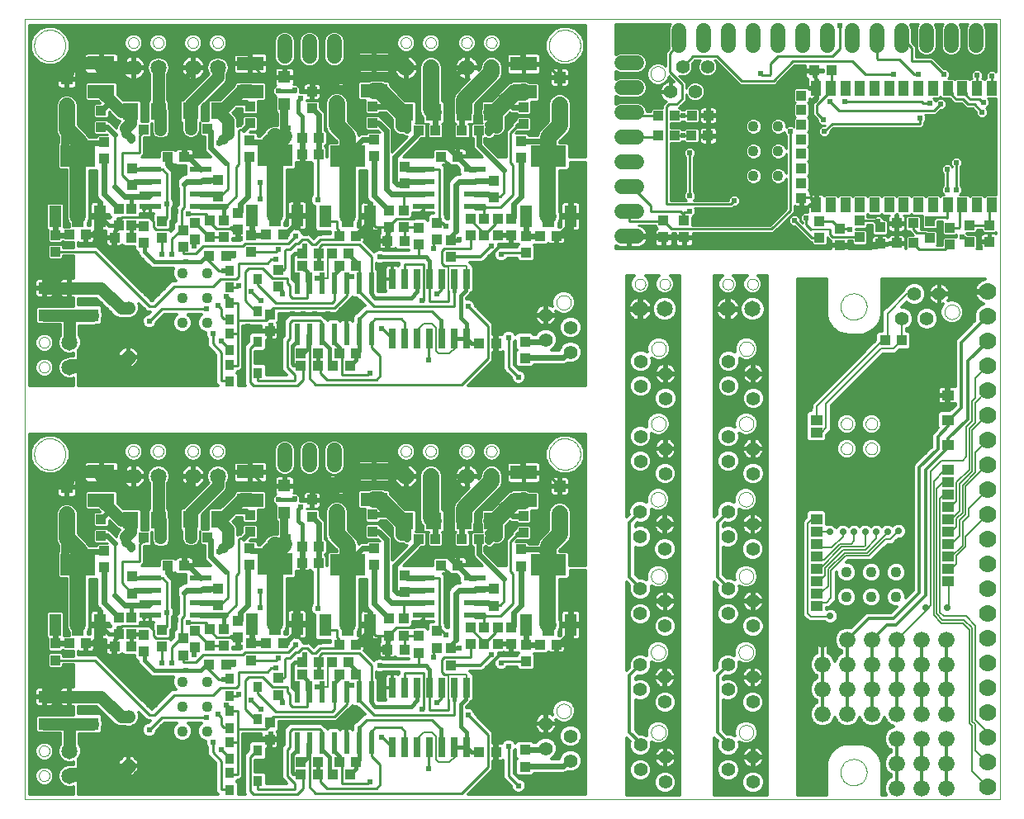
<source format=gtl>
G75*
G70*
%OFA0B0*%
%FSLAX24Y24*%
%IPPOS*%
%LPD*%
%AMOC8*
5,1,8,0,0,1.08239X$1,22.5*
%
%ADD10C,0.0000*%
%ADD11C,0.0436*%
%ADD12R,0.0400X0.0390*%
%ADD13C,0.0554*%
%ADD14R,0.0480X0.0880*%
%ADD15R,0.1417X0.0866*%
%ADD16R,0.0472X0.0472*%
%ADD17C,0.0650*%
%ADD18R,0.1063X0.0551*%
%ADD19R,0.0394X0.0433*%
%ADD20R,0.0390X0.0400*%
%ADD21R,0.0433X0.0394*%
%ADD22R,0.0630X0.0710*%
%ADD23R,0.0354X0.0394*%
%ADD24R,0.0354X0.0433*%
%ADD25C,0.0600*%
%ADD26R,0.0866X0.0236*%
%ADD27R,0.0260X0.0800*%
%ADD28R,0.0236X0.0866*%
%ADD29OC8,0.0520*%
%ADD30C,0.0520*%
%ADD31R,0.0394X0.0591*%
%ADD32R,0.0394X0.0394*%
%ADD33C,0.0700*%
%ADD34R,0.0472X0.0394*%
%ADD35C,0.0240*%
%ADD36C,0.0160*%
%ADD37C,0.0100*%
%ADD38C,0.0240*%
%ADD39C,0.0080*%
%ADD40C,0.0560*%
%ADD41C,0.0120*%
%ADD42C,0.0500*%
%ADD43C,0.0660*%
%ADD44C,0.0320*%
%ADD45C,0.0400*%
%ADD46C,0.0660*%
%ADD47C,0.0060*%
%ADD48C,0.0277*%
D10*
X000534Y001683D02*
X000534Y033179D01*
X039904Y033179D01*
X039904Y001683D01*
X000534Y001683D01*
X001116Y002644D02*
X001118Y002673D01*
X001124Y002701D01*
X001133Y002729D01*
X001146Y002755D01*
X001163Y002778D01*
X001182Y002800D01*
X001204Y002819D01*
X001229Y002834D01*
X001255Y002847D01*
X001283Y002855D01*
X001311Y002860D01*
X001340Y002861D01*
X001369Y002858D01*
X001397Y002851D01*
X001424Y002841D01*
X001450Y002827D01*
X001473Y002810D01*
X001494Y002790D01*
X001512Y002767D01*
X001527Y002742D01*
X001538Y002715D01*
X001546Y002687D01*
X001550Y002658D01*
X001550Y002630D01*
X001546Y002601D01*
X001538Y002573D01*
X001527Y002546D01*
X001512Y002521D01*
X001494Y002498D01*
X001473Y002478D01*
X001450Y002461D01*
X001424Y002447D01*
X001397Y002437D01*
X001369Y002430D01*
X001340Y002427D01*
X001311Y002428D01*
X001283Y002433D01*
X001255Y002441D01*
X001229Y002454D01*
X001204Y002469D01*
X001182Y002488D01*
X001163Y002510D01*
X001146Y002533D01*
X001133Y002559D01*
X001124Y002587D01*
X001118Y002615D01*
X001116Y002644D01*
X001116Y003644D02*
X001118Y003673D01*
X001124Y003701D01*
X001133Y003729D01*
X001146Y003755D01*
X001163Y003778D01*
X001182Y003800D01*
X001204Y003819D01*
X001229Y003834D01*
X001255Y003847D01*
X001283Y003855D01*
X001311Y003860D01*
X001340Y003861D01*
X001369Y003858D01*
X001397Y003851D01*
X001424Y003841D01*
X001450Y003827D01*
X001473Y003810D01*
X001494Y003790D01*
X001512Y003767D01*
X001527Y003742D01*
X001538Y003715D01*
X001546Y003687D01*
X001550Y003658D01*
X001550Y003630D01*
X001546Y003601D01*
X001538Y003573D01*
X001527Y003546D01*
X001512Y003521D01*
X001494Y003498D01*
X001473Y003478D01*
X001450Y003461D01*
X001424Y003447D01*
X001397Y003437D01*
X001369Y003430D01*
X001340Y003427D01*
X001311Y003428D01*
X001283Y003433D01*
X001255Y003441D01*
X001229Y003454D01*
X001204Y003469D01*
X001182Y003488D01*
X001163Y003510D01*
X001146Y003533D01*
X001133Y003559D01*
X001124Y003587D01*
X001118Y003615D01*
X001116Y003644D01*
X000926Y015631D02*
X000928Y015681D01*
X000934Y015731D01*
X000944Y015780D01*
X000958Y015828D01*
X000975Y015875D01*
X000996Y015920D01*
X001021Y015964D01*
X001049Y016005D01*
X001081Y016044D01*
X001115Y016081D01*
X001152Y016115D01*
X001192Y016145D01*
X001234Y016172D01*
X001278Y016196D01*
X001324Y016217D01*
X001371Y016233D01*
X001419Y016246D01*
X001469Y016255D01*
X001518Y016260D01*
X001569Y016261D01*
X001619Y016258D01*
X001668Y016251D01*
X001717Y016240D01*
X001765Y016225D01*
X001811Y016207D01*
X001856Y016185D01*
X001899Y016159D01*
X001940Y016130D01*
X001979Y016098D01*
X002015Y016063D01*
X002047Y016025D01*
X002077Y015985D01*
X002104Y015942D01*
X002127Y015898D01*
X002146Y015852D01*
X002162Y015804D01*
X002174Y015755D01*
X002182Y015706D01*
X002186Y015656D01*
X002186Y015606D01*
X002182Y015556D01*
X002174Y015507D01*
X002162Y015458D01*
X002146Y015410D01*
X002127Y015364D01*
X002104Y015320D01*
X002077Y015277D01*
X002047Y015237D01*
X002015Y015199D01*
X001979Y015164D01*
X001940Y015132D01*
X001899Y015103D01*
X001856Y015077D01*
X001811Y015055D01*
X001765Y015037D01*
X001717Y015022D01*
X001668Y015011D01*
X001619Y015004D01*
X001569Y015001D01*
X001518Y015002D01*
X001469Y015007D01*
X001419Y015016D01*
X001371Y015029D01*
X001324Y015045D01*
X001278Y015066D01*
X001234Y015090D01*
X001192Y015117D01*
X001152Y015147D01*
X001115Y015181D01*
X001081Y015218D01*
X001049Y015257D01*
X001021Y015298D01*
X000996Y015342D01*
X000975Y015387D01*
X000958Y015434D01*
X000944Y015482D01*
X000934Y015531D01*
X000928Y015581D01*
X000926Y015631D01*
X001116Y019140D02*
X001118Y019169D01*
X001124Y019197D01*
X001133Y019225D01*
X001146Y019251D01*
X001163Y019274D01*
X001182Y019296D01*
X001204Y019315D01*
X001229Y019330D01*
X001255Y019343D01*
X001283Y019351D01*
X001311Y019356D01*
X001340Y019357D01*
X001369Y019354D01*
X001397Y019347D01*
X001424Y019337D01*
X001450Y019323D01*
X001473Y019306D01*
X001494Y019286D01*
X001512Y019263D01*
X001527Y019238D01*
X001538Y019211D01*
X001546Y019183D01*
X001550Y019154D01*
X001550Y019126D01*
X001546Y019097D01*
X001538Y019069D01*
X001527Y019042D01*
X001512Y019017D01*
X001494Y018994D01*
X001473Y018974D01*
X001450Y018957D01*
X001424Y018943D01*
X001397Y018933D01*
X001369Y018926D01*
X001340Y018923D01*
X001311Y018924D01*
X001283Y018929D01*
X001255Y018937D01*
X001229Y018950D01*
X001204Y018965D01*
X001182Y018984D01*
X001163Y019006D01*
X001146Y019029D01*
X001133Y019055D01*
X001124Y019083D01*
X001118Y019111D01*
X001116Y019140D01*
X001116Y020140D02*
X001118Y020169D01*
X001124Y020197D01*
X001133Y020225D01*
X001146Y020251D01*
X001163Y020274D01*
X001182Y020296D01*
X001204Y020315D01*
X001229Y020330D01*
X001255Y020343D01*
X001283Y020351D01*
X001311Y020356D01*
X001340Y020357D01*
X001369Y020354D01*
X001397Y020347D01*
X001424Y020337D01*
X001450Y020323D01*
X001473Y020306D01*
X001494Y020286D01*
X001512Y020263D01*
X001527Y020238D01*
X001538Y020211D01*
X001546Y020183D01*
X001550Y020154D01*
X001550Y020126D01*
X001546Y020097D01*
X001538Y020069D01*
X001527Y020042D01*
X001512Y020017D01*
X001494Y019994D01*
X001473Y019974D01*
X001450Y019957D01*
X001424Y019943D01*
X001397Y019933D01*
X001369Y019926D01*
X001340Y019923D01*
X001311Y019924D01*
X001283Y019929D01*
X001255Y019937D01*
X001229Y019950D01*
X001204Y019965D01*
X001182Y019984D01*
X001163Y020006D01*
X001146Y020029D01*
X001133Y020055D01*
X001124Y020083D01*
X001118Y020111D01*
X001116Y020140D01*
X004716Y015744D02*
X004718Y015773D01*
X004724Y015801D01*
X004733Y015829D01*
X004746Y015855D01*
X004763Y015878D01*
X004782Y015900D01*
X004804Y015919D01*
X004829Y015934D01*
X004855Y015947D01*
X004883Y015955D01*
X004911Y015960D01*
X004940Y015961D01*
X004969Y015958D01*
X004997Y015951D01*
X005024Y015941D01*
X005050Y015927D01*
X005073Y015910D01*
X005094Y015890D01*
X005112Y015867D01*
X005127Y015842D01*
X005138Y015815D01*
X005146Y015787D01*
X005150Y015758D01*
X005150Y015730D01*
X005146Y015701D01*
X005138Y015673D01*
X005127Y015646D01*
X005112Y015621D01*
X005094Y015598D01*
X005073Y015578D01*
X005050Y015561D01*
X005024Y015547D01*
X004997Y015537D01*
X004969Y015530D01*
X004940Y015527D01*
X004911Y015528D01*
X004883Y015533D01*
X004855Y015541D01*
X004829Y015554D01*
X004804Y015569D01*
X004782Y015588D01*
X004763Y015610D01*
X004746Y015633D01*
X004733Y015659D01*
X004724Y015687D01*
X004718Y015715D01*
X004716Y015744D01*
X005716Y015744D02*
X005718Y015773D01*
X005724Y015801D01*
X005733Y015829D01*
X005746Y015855D01*
X005763Y015878D01*
X005782Y015900D01*
X005804Y015919D01*
X005829Y015934D01*
X005855Y015947D01*
X005883Y015955D01*
X005911Y015960D01*
X005940Y015961D01*
X005969Y015958D01*
X005997Y015951D01*
X006024Y015941D01*
X006050Y015927D01*
X006073Y015910D01*
X006094Y015890D01*
X006112Y015867D01*
X006127Y015842D01*
X006138Y015815D01*
X006146Y015787D01*
X006150Y015758D01*
X006150Y015730D01*
X006146Y015701D01*
X006138Y015673D01*
X006127Y015646D01*
X006112Y015621D01*
X006094Y015598D01*
X006073Y015578D01*
X006050Y015561D01*
X006024Y015547D01*
X005997Y015537D01*
X005969Y015530D01*
X005940Y015527D01*
X005911Y015528D01*
X005883Y015533D01*
X005855Y015541D01*
X005829Y015554D01*
X005804Y015569D01*
X005782Y015588D01*
X005763Y015610D01*
X005746Y015633D01*
X005733Y015659D01*
X005724Y015687D01*
X005718Y015715D01*
X005716Y015744D01*
X007116Y015744D02*
X007118Y015773D01*
X007124Y015801D01*
X007133Y015829D01*
X007146Y015855D01*
X007163Y015878D01*
X007182Y015900D01*
X007204Y015919D01*
X007229Y015934D01*
X007255Y015947D01*
X007283Y015955D01*
X007311Y015960D01*
X007340Y015961D01*
X007369Y015958D01*
X007397Y015951D01*
X007424Y015941D01*
X007450Y015927D01*
X007473Y015910D01*
X007494Y015890D01*
X007512Y015867D01*
X007527Y015842D01*
X007538Y015815D01*
X007546Y015787D01*
X007550Y015758D01*
X007550Y015730D01*
X007546Y015701D01*
X007538Y015673D01*
X007527Y015646D01*
X007512Y015621D01*
X007494Y015598D01*
X007473Y015578D01*
X007450Y015561D01*
X007424Y015547D01*
X007397Y015537D01*
X007369Y015530D01*
X007340Y015527D01*
X007311Y015528D01*
X007283Y015533D01*
X007255Y015541D01*
X007229Y015554D01*
X007204Y015569D01*
X007182Y015588D01*
X007163Y015610D01*
X007146Y015633D01*
X007133Y015659D01*
X007124Y015687D01*
X007118Y015715D01*
X007116Y015744D01*
X008116Y015744D02*
X008118Y015773D01*
X008124Y015801D01*
X008133Y015829D01*
X008146Y015855D01*
X008163Y015878D01*
X008182Y015900D01*
X008204Y015919D01*
X008229Y015934D01*
X008255Y015947D01*
X008283Y015955D01*
X008311Y015960D01*
X008340Y015961D01*
X008369Y015958D01*
X008397Y015951D01*
X008424Y015941D01*
X008450Y015927D01*
X008473Y015910D01*
X008494Y015890D01*
X008512Y015867D01*
X008527Y015842D01*
X008538Y015815D01*
X008546Y015787D01*
X008550Y015758D01*
X008550Y015730D01*
X008546Y015701D01*
X008538Y015673D01*
X008527Y015646D01*
X008512Y015621D01*
X008494Y015598D01*
X008473Y015578D01*
X008450Y015561D01*
X008424Y015547D01*
X008397Y015537D01*
X008369Y015530D01*
X008340Y015527D01*
X008311Y015528D01*
X008283Y015533D01*
X008255Y015541D01*
X008229Y015554D01*
X008204Y015569D01*
X008182Y015588D01*
X008163Y015610D01*
X008146Y015633D01*
X008133Y015659D01*
X008124Y015687D01*
X008118Y015715D01*
X008116Y015744D01*
X015716Y015744D02*
X015718Y015773D01*
X015724Y015801D01*
X015733Y015829D01*
X015746Y015855D01*
X015763Y015878D01*
X015782Y015900D01*
X015804Y015919D01*
X015829Y015934D01*
X015855Y015947D01*
X015883Y015955D01*
X015911Y015960D01*
X015940Y015961D01*
X015969Y015958D01*
X015997Y015951D01*
X016024Y015941D01*
X016050Y015927D01*
X016073Y015910D01*
X016094Y015890D01*
X016112Y015867D01*
X016127Y015842D01*
X016138Y015815D01*
X016146Y015787D01*
X016150Y015758D01*
X016150Y015730D01*
X016146Y015701D01*
X016138Y015673D01*
X016127Y015646D01*
X016112Y015621D01*
X016094Y015598D01*
X016073Y015578D01*
X016050Y015561D01*
X016024Y015547D01*
X015997Y015537D01*
X015969Y015530D01*
X015940Y015527D01*
X015911Y015528D01*
X015883Y015533D01*
X015855Y015541D01*
X015829Y015554D01*
X015804Y015569D01*
X015782Y015588D01*
X015763Y015610D01*
X015746Y015633D01*
X015733Y015659D01*
X015724Y015687D01*
X015718Y015715D01*
X015716Y015744D01*
X016716Y015744D02*
X016718Y015773D01*
X016724Y015801D01*
X016733Y015829D01*
X016746Y015855D01*
X016763Y015878D01*
X016782Y015900D01*
X016804Y015919D01*
X016829Y015934D01*
X016855Y015947D01*
X016883Y015955D01*
X016911Y015960D01*
X016940Y015961D01*
X016969Y015958D01*
X016997Y015951D01*
X017024Y015941D01*
X017050Y015927D01*
X017073Y015910D01*
X017094Y015890D01*
X017112Y015867D01*
X017127Y015842D01*
X017138Y015815D01*
X017146Y015787D01*
X017150Y015758D01*
X017150Y015730D01*
X017146Y015701D01*
X017138Y015673D01*
X017127Y015646D01*
X017112Y015621D01*
X017094Y015598D01*
X017073Y015578D01*
X017050Y015561D01*
X017024Y015547D01*
X016997Y015537D01*
X016969Y015530D01*
X016940Y015527D01*
X016911Y015528D01*
X016883Y015533D01*
X016855Y015541D01*
X016829Y015554D01*
X016804Y015569D01*
X016782Y015588D01*
X016763Y015610D01*
X016746Y015633D01*
X016733Y015659D01*
X016724Y015687D01*
X016718Y015715D01*
X016716Y015744D01*
X018166Y015744D02*
X018168Y015773D01*
X018174Y015801D01*
X018183Y015829D01*
X018196Y015855D01*
X018213Y015878D01*
X018232Y015900D01*
X018254Y015919D01*
X018279Y015934D01*
X018305Y015947D01*
X018333Y015955D01*
X018361Y015960D01*
X018390Y015961D01*
X018419Y015958D01*
X018447Y015951D01*
X018474Y015941D01*
X018500Y015927D01*
X018523Y015910D01*
X018544Y015890D01*
X018562Y015867D01*
X018577Y015842D01*
X018588Y015815D01*
X018596Y015787D01*
X018600Y015758D01*
X018600Y015730D01*
X018596Y015701D01*
X018588Y015673D01*
X018577Y015646D01*
X018562Y015621D01*
X018544Y015598D01*
X018523Y015578D01*
X018500Y015561D01*
X018474Y015547D01*
X018447Y015537D01*
X018419Y015530D01*
X018390Y015527D01*
X018361Y015528D01*
X018333Y015533D01*
X018305Y015541D01*
X018279Y015554D01*
X018254Y015569D01*
X018232Y015588D01*
X018213Y015610D01*
X018196Y015633D01*
X018183Y015659D01*
X018174Y015687D01*
X018168Y015715D01*
X018166Y015744D01*
X019166Y015744D02*
X019168Y015773D01*
X019174Y015801D01*
X019183Y015829D01*
X019196Y015855D01*
X019213Y015878D01*
X019232Y015900D01*
X019254Y015919D01*
X019279Y015934D01*
X019305Y015947D01*
X019333Y015955D01*
X019361Y015960D01*
X019390Y015961D01*
X019419Y015958D01*
X019447Y015951D01*
X019474Y015941D01*
X019500Y015927D01*
X019523Y015910D01*
X019544Y015890D01*
X019562Y015867D01*
X019577Y015842D01*
X019588Y015815D01*
X019596Y015787D01*
X019600Y015758D01*
X019600Y015730D01*
X019596Y015701D01*
X019588Y015673D01*
X019577Y015646D01*
X019562Y015621D01*
X019544Y015598D01*
X019523Y015578D01*
X019500Y015561D01*
X019474Y015547D01*
X019447Y015537D01*
X019419Y015530D01*
X019390Y015527D01*
X019361Y015528D01*
X019333Y015533D01*
X019305Y015541D01*
X019279Y015554D01*
X019254Y015569D01*
X019232Y015588D01*
X019213Y015610D01*
X019196Y015633D01*
X019183Y015659D01*
X019174Y015687D01*
X019168Y015715D01*
X019166Y015744D01*
X021714Y015631D02*
X021716Y015681D01*
X021722Y015731D01*
X021732Y015780D01*
X021746Y015828D01*
X021763Y015875D01*
X021784Y015920D01*
X021809Y015964D01*
X021837Y016005D01*
X021869Y016044D01*
X021903Y016081D01*
X021940Y016115D01*
X021980Y016145D01*
X022022Y016172D01*
X022066Y016196D01*
X022112Y016217D01*
X022159Y016233D01*
X022207Y016246D01*
X022257Y016255D01*
X022306Y016260D01*
X022357Y016261D01*
X022407Y016258D01*
X022456Y016251D01*
X022505Y016240D01*
X022553Y016225D01*
X022599Y016207D01*
X022644Y016185D01*
X022687Y016159D01*
X022728Y016130D01*
X022767Y016098D01*
X022803Y016063D01*
X022835Y016025D01*
X022865Y015985D01*
X022892Y015942D01*
X022915Y015898D01*
X022934Y015852D01*
X022950Y015804D01*
X022962Y015755D01*
X022970Y015706D01*
X022974Y015656D01*
X022974Y015606D01*
X022970Y015556D01*
X022962Y015507D01*
X022950Y015458D01*
X022934Y015410D01*
X022915Y015364D01*
X022892Y015320D01*
X022865Y015277D01*
X022835Y015237D01*
X022803Y015199D01*
X022767Y015164D01*
X022728Y015132D01*
X022687Y015103D01*
X022644Y015077D01*
X022599Y015055D01*
X022553Y015037D01*
X022505Y015022D01*
X022456Y015011D01*
X022407Y015004D01*
X022357Y015001D01*
X022306Y015002D01*
X022257Y015007D01*
X022207Y015016D01*
X022159Y015029D01*
X022112Y015045D01*
X022066Y015066D01*
X022022Y015090D01*
X021980Y015117D01*
X021940Y015147D01*
X021903Y015181D01*
X021869Y015218D01*
X021837Y015257D01*
X021809Y015298D01*
X021784Y015342D01*
X021763Y015387D01*
X021746Y015434D01*
X021732Y015482D01*
X021722Y015531D01*
X021716Y015581D01*
X021714Y015631D01*
X025832Y016853D02*
X025834Y016887D01*
X025840Y016921D01*
X025850Y016954D01*
X025863Y016985D01*
X025881Y017015D01*
X025901Y017043D01*
X025925Y017068D01*
X025951Y017090D01*
X025979Y017108D01*
X026010Y017124D01*
X026042Y017136D01*
X026076Y017144D01*
X026110Y017148D01*
X026144Y017148D01*
X026178Y017144D01*
X026212Y017136D01*
X026244Y017124D01*
X026274Y017108D01*
X026303Y017090D01*
X026329Y017068D01*
X026353Y017043D01*
X026373Y017015D01*
X026391Y016985D01*
X026404Y016954D01*
X026414Y016921D01*
X026420Y016887D01*
X026422Y016853D01*
X026420Y016819D01*
X026414Y016785D01*
X026404Y016752D01*
X026391Y016721D01*
X026373Y016691D01*
X026353Y016663D01*
X026329Y016638D01*
X026303Y016616D01*
X026275Y016598D01*
X026244Y016582D01*
X026212Y016570D01*
X026178Y016562D01*
X026144Y016558D01*
X026110Y016558D01*
X026076Y016562D01*
X026042Y016570D01*
X026010Y016582D01*
X025979Y016598D01*
X025951Y016616D01*
X025925Y016638D01*
X025901Y016663D01*
X025881Y016691D01*
X025863Y016721D01*
X025850Y016752D01*
X025840Y016785D01*
X025834Y016819D01*
X025832Y016853D01*
X025841Y019882D02*
X025843Y019916D01*
X025849Y019950D01*
X025859Y019983D01*
X025872Y020014D01*
X025890Y020044D01*
X025910Y020072D01*
X025934Y020097D01*
X025960Y020119D01*
X025988Y020137D01*
X026019Y020153D01*
X026051Y020165D01*
X026085Y020173D01*
X026119Y020177D01*
X026153Y020177D01*
X026187Y020173D01*
X026221Y020165D01*
X026253Y020153D01*
X026283Y020137D01*
X026312Y020119D01*
X026338Y020097D01*
X026362Y020072D01*
X026382Y020044D01*
X026400Y020014D01*
X026413Y019983D01*
X026423Y019950D01*
X026429Y019916D01*
X026431Y019882D01*
X026429Y019848D01*
X026423Y019814D01*
X026413Y019781D01*
X026400Y019750D01*
X026382Y019720D01*
X026362Y019692D01*
X026338Y019667D01*
X026312Y019645D01*
X026284Y019627D01*
X026253Y019611D01*
X026221Y019599D01*
X026187Y019591D01*
X026153Y019587D01*
X026119Y019587D01*
X026085Y019591D01*
X026051Y019599D01*
X026019Y019611D01*
X025988Y019627D01*
X025960Y019645D01*
X025934Y019667D01*
X025910Y019692D01*
X025890Y019720D01*
X025872Y019750D01*
X025859Y019781D01*
X025849Y019814D01*
X025843Y019848D01*
X025841Y019882D01*
X025168Y022491D02*
X025170Y022520D01*
X025176Y022548D01*
X025185Y022576D01*
X025198Y022602D01*
X025215Y022625D01*
X025234Y022647D01*
X025256Y022666D01*
X025281Y022681D01*
X025307Y022694D01*
X025335Y022702D01*
X025363Y022707D01*
X025392Y022708D01*
X025421Y022705D01*
X025449Y022698D01*
X025476Y022688D01*
X025502Y022674D01*
X025525Y022657D01*
X025546Y022637D01*
X025564Y022614D01*
X025579Y022589D01*
X025590Y022562D01*
X025598Y022534D01*
X025602Y022505D01*
X025602Y022477D01*
X025598Y022448D01*
X025590Y022420D01*
X025579Y022393D01*
X025564Y022368D01*
X025546Y022345D01*
X025525Y022325D01*
X025502Y022308D01*
X025476Y022294D01*
X025449Y022284D01*
X025421Y022277D01*
X025392Y022274D01*
X025363Y022275D01*
X025335Y022280D01*
X025307Y022288D01*
X025281Y022301D01*
X025256Y022316D01*
X025234Y022335D01*
X025215Y022357D01*
X025198Y022380D01*
X025185Y022406D01*
X025176Y022434D01*
X025170Y022462D01*
X025168Y022491D01*
X026168Y022491D02*
X026170Y022520D01*
X026176Y022548D01*
X026185Y022576D01*
X026198Y022602D01*
X026215Y022625D01*
X026234Y022647D01*
X026256Y022666D01*
X026281Y022681D01*
X026307Y022694D01*
X026335Y022702D01*
X026363Y022707D01*
X026392Y022708D01*
X026421Y022705D01*
X026449Y022698D01*
X026476Y022688D01*
X026502Y022674D01*
X026525Y022657D01*
X026546Y022637D01*
X026564Y022614D01*
X026579Y022589D01*
X026590Y022562D01*
X026598Y022534D01*
X026602Y022505D01*
X026602Y022477D01*
X026598Y022448D01*
X026590Y022420D01*
X026579Y022393D01*
X026564Y022368D01*
X026546Y022345D01*
X026525Y022325D01*
X026502Y022308D01*
X026476Y022294D01*
X026449Y022284D01*
X026421Y022277D01*
X026392Y022274D01*
X026363Y022275D01*
X026335Y022280D01*
X026307Y022288D01*
X026281Y022301D01*
X026256Y022316D01*
X026234Y022335D01*
X026215Y022357D01*
X026198Y022380D01*
X026185Y022406D01*
X026176Y022434D01*
X026170Y022462D01*
X026168Y022491D01*
X028711Y022491D02*
X028713Y022520D01*
X028719Y022548D01*
X028728Y022576D01*
X028741Y022602D01*
X028758Y022625D01*
X028777Y022647D01*
X028799Y022666D01*
X028824Y022681D01*
X028850Y022694D01*
X028878Y022702D01*
X028906Y022707D01*
X028935Y022708D01*
X028964Y022705D01*
X028992Y022698D01*
X029019Y022688D01*
X029045Y022674D01*
X029068Y022657D01*
X029089Y022637D01*
X029107Y022614D01*
X029122Y022589D01*
X029133Y022562D01*
X029141Y022534D01*
X029145Y022505D01*
X029145Y022477D01*
X029141Y022448D01*
X029133Y022420D01*
X029122Y022393D01*
X029107Y022368D01*
X029089Y022345D01*
X029068Y022325D01*
X029045Y022308D01*
X029019Y022294D01*
X028992Y022284D01*
X028964Y022277D01*
X028935Y022274D01*
X028906Y022275D01*
X028878Y022280D01*
X028850Y022288D01*
X028824Y022301D01*
X028799Y022316D01*
X028777Y022335D01*
X028758Y022357D01*
X028741Y022380D01*
X028728Y022406D01*
X028719Y022434D01*
X028713Y022462D01*
X028711Y022491D01*
X029711Y022491D02*
X029713Y022520D01*
X029719Y022548D01*
X029728Y022576D01*
X029741Y022602D01*
X029758Y022625D01*
X029777Y022647D01*
X029799Y022666D01*
X029824Y022681D01*
X029850Y022694D01*
X029878Y022702D01*
X029906Y022707D01*
X029935Y022708D01*
X029964Y022705D01*
X029992Y022698D01*
X030019Y022688D01*
X030045Y022674D01*
X030068Y022657D01*
X030089Y022637D01*
X030107Y022614D01*
X030122Y022589D01*
X030133Y022562D01*
X030141Y022534D01*
X030145Y022505D01*
X030145Y022477D01*
X030141Y022448D01*
X030133Y022420D01*
X030122Y022393D01*
X030107Y022368D01*
X030089Y022345D01*
X030068Y022325D01*
X030045Y022308D01*
X030019Y022294D01*
X029992Y022284D01*
X029964Y022277D01*
X029935Y022274D01*
X029906Y022275D01*
X029878Y022280D01*
X029850Y022288D01*
X029824Y022301D01*
X029799Y022316D01*
X029777Y022335D01*
X029758Y022357D01*
X029741Y022380D01*
X029728Y022406D01*
X029719Y022434D01*
X029713Y022462D01*
X029711Y022491D01*
X029385Y019882D02*
X029387Y019916D01*
X029393Y019950D01*
X029403Y019983D01*
X029416Y020014D01*
X029434Y020044D01*
X029454Y020072D01*
X029478Y020097D01*
X029504Y020119D01*
X029532Y020137D01*
X029563Y020153D01*
X029595Y020165D01*
X029629Y020173D01*
X029663Y020177D01*
X029697Y020177D01*
X029731Y020173D01*
X029765Y020165D01*
X029797Y020153D01*
X029827Y020137D01*
X029856Y020119D01*
X029882Y020097D01*
X029906Y020072D01*
X029926Y020044D01*
X029944Y020014D01*
X029957Y019983D01*
X029967Y019950D01*
X029973Y019916D01*
X029975Y019882D01*
X029973Y019848D01*
X029967Y019814D01*
X029957Y019781D01*
X029944Y019750D01*
X029926Y019720D01*
X029906Y019692D01*
X029882Y019667D01*
X029856Y019645D01*
X029828Y019627D01*
X029797Y019611D01*
X029765Y019599D01*
X029731Y019591D01*
X029697Y019587D01*
X029663Y019587D01*
X029629Y019591D01*
X029595Y019599D01*
X029563Y019611D01*
X029532Y019627D01*
X029504Y019645D01*
X029478Y019667D01*
X029454Y019692D01*
X029434Y019720D01*
X029416Y019750D01*
X029403Y019781D01*
X029393Y019814D01*
X029387Y019848D01*
X029385Y019882D01*
X029376Y016853D02*
X029378Y016887D01*
X029384Y016921D01*
X029394Y016954D01*
X029407Y016985D01*
X029425Y017015D01*
X029445Y017043D01*
X029469Y017068D01*
X029495Y017090D01*
X029523Y017108D01*
X029554Y017124D01*
X029586Y017136D01*
X029620Y017144D01*
X029654Y017148D01*
X029688Y017148D01*
X029722Y017144D01*
X029756Y017136D01*
X029788Y017124D01*
X029818Y017108D01*
X029847Y017090D01*
X029873Y017068D01*
X029897Y017043D01*
X029917Y017015D01*
X029935Y016985D01*
X029948Y016954D01*
X029958Y016921D01*
X029964Y016887D01*
X029966Y016853D01*
X029964Y016819D01*
X029958Y016785D01*
X029948Y016752D01*
X029935Y016721D01*
X029917Y016691D01*
X029897Y016663D01*
X029873Y016638D01*
X029847Y016616D01*
X029819Y016598D01*
X029788Y016582D01*
X029756Y016570D01*
X029722Y016562D01*
X029688Y016558D01*
X029654Y016558D01*
X029620Y016562D01*
X029586Y016570D01*
X029554Y016582D01*
X029523Y016598D01*
X029495Y016616D01*
X029469Y016638D01*
X029445Y016663D01*
X029425Y016691D01*
X029407Y016721D01*
X029394Y016752D01*
X029384Y016785D01*
X029378Y016819D01*
X029376Y016853D01*
X029359Y013804D02*
X029361Y013838D01*
X029367Y013872D01*
X029377Y013905D01*
X029390Y013936D01*
X029408Y013966D01*
X029428Y013994D01*
X029452Y014019D01*
X029478Y014041D01*
X029506Y014059D01*
X029537Y014075D01*
X029569Y014087D01*
X029603Y014095D01*
X029637Y014099D01*
X029671Y014099D01*
X029705Y014095D01*
X029739Y014087D01*
X029771Y014075D01*
X029801Y014059D01*
X029830Y014041D01*
X029856Y014019D01*
X029880Y013994D01*
X029900Y013966D01*
X029918Y013936D01*
X029931Y013905D01*
X029941Y013872D01*
X029947Y013838D01*
X029949Y013804D01*
X029947Y013770D01*
X029941Y013736D01*
X029931Y013703D01*
X029918Y013672D01*
X029900Y013642D01*
X029880Y013614D01*
X029856Y013589D01*
X029830Y013567D01*
X029802Y013549D01*
X029771Y013533D01*
X029739Y013521D01*
X029705Y013513D01*
X029671Y013509D01*
X029637Y013509D01*
X029603Y013513D01*
X029569Y013521D01*
X029537Y013533D01*
X029506Y013549D01*
X029478Y013567D01*
X029452Y013589D01*
X029428Y013614D01*
X029408Y013642D01*
X029390Y013672D01*
X029377Y013703D01*
X029367Y013736D01*
X029361Y013770D01*
X029359Y013804D01*
X025816Y013804D02*
X025818Y013838D01*
X025824Y013872D01*
X025834Y013905D01*
X025847Y013936D01*
X025865Y013966D01*
X025885Y013994D01*
X025909Y014019D01*
X025935Y014041D01*
X025963Y014059D01*
X025994Y014075D01*
X026026Y014087D01*
X026060Y014095D01*
X026094Y014099D01*
X026128Y014099D01*
X026162Y014095D01*
X026196Y014087D01*
X026228Y014075D01*
X026258Y014059D01*
X026287Y014041D01*
X026313Y014019D01*
X026337Y013994D01*
X026357Y013966D01*
X026375Y013936D01*
X026388Y013905D01*
X026398Y013872D01*
X026404Y013838D01*
X026406Y013804D01*
X026404Y013770D01*
X026398Y013736D01*
X026388Y013703D01*
X026375Y013672D01*
X026357Y013642D01*
X026337Y013614D01*
X026313Y013589D01*
X026287Y013567D01*
X026259Y013549D01*
X026228Y013533D01*
X026196Y013521D01*
X026162Y013513D01*
X026128Y013509D01*
X026094Y013509D01*
X026060Y013513D01*
X026026Y013521D01*
X025994Y013533D01*
X025963Y013549D01*
X025935Y013567D01*
X025909Y013589D01*
X025885Y013614D01*
X025865Y013642D01*
X025847Y013672D01*
X025834Y013703D01*
X025824Y013736D01*
X025818Y013770D01*
X025816Y013804D01*
X025826Y010694D02*
X025828Y010728D01*
X025834Y010762D01*
X025844Y010795D01*
X025857Y010826D01*
X025875Y010856D01*
X025895Y010884D01*
X025919Y010909D01*
X025945Y010931D01*
X025973Y010949D01*
X026004Y010965D01*
X026036Y010977D01*
X026070Y010985D01*
X026104Y010989D01*
X026138Y010989D01*
X026172Y010985D01*
X026206Y010977D01*
X026238Y010965D01*
X026268Y010949D01*
X026297Y010931D01*
X026323Y010909D01*
X026347Y010884D01*
X026367Y010856D01*
X026385Y010826D01*
X026398Y010795D01*
X026408Y010762D01*
X026414Y010728D01*
X026416Y010694D01*
X026414Y010660D01*
X026408Y010626D01*
X026398Y010593D01*
X026385Y010562D01*
X026367Y010532D01*
X026347Y010504D01*
X026323Y010479D01*
X026297Y010457D01*
X026269Y010439D01*
X026238Y010423D01*
X026206Y010411D01*
X026172Y010403D01*
X026138Y010399D01*
X026104Y010399D01*
X026070Y010403D01*
X026036Y010411D01*
X026004Y010423D01*
X025973Y010439D01*
X025945Y010457D01*
X025919Y010479D01*
X025895Y010504D01*
X025875Y010532D01*
X025857Y010562D01*
X025844Y010593D01*
X025834Y010626D01*
X025828Y010660D01*
X025826Y010694D01*
X025818Y007623D02*
X025820Y007657D01*
X025826Y007691D01*
X025836Y007724D01*
X025849Y007755D01*
X025867Y007785D01*
X025887Y007813D01*
X025911Y007838D01*
X025937Y007860D01*
X025965Y007878D01*
X025996Y007894D01*
X026028Y007906D01*
X026062Y007914D01*
X026096Y007918D01*
X026130Y007918D01*
X026164Y007914D01*
X026198Y007906D01*
X026230Y007894D01*
X026260Y007878D01*
X026289Y007860D01*
X026315Y007838D01*
X026339Y007813D01*
X026359Y007785D01*
X026377Y007755D01*
X026390Y007724D01*
X026400Y007691D01*
X026406Y007657D01*
X026408Y007623D01*
X026406Y007589D01*
X026400Y007555D01*
X026390Y007522D01*
X026377Y007491D01*
X026359Y007461D01*
X026339Y007433D01*
X026315Y007408D01*
X026289Y007386D01*
X026261Y007368D01*
X026230Y007352D01*
X026198Y007340D01*
X026164Y007332D01*
X026130Y007328D01*
X026096Y007328D01*
X026062Y007332D01*
X026028Y007340D01*
X025996Y007352D01*
X025965Y007368D01*
X025937Y007386D01*
X025911Y007408D01*
X025887Y007433D01*
X025867Y007461D01*
X025849Y007491D01*
X025836Y007522D01*
X025826Y007555D01*
X025820Y007589D01*
X025818Y007623D01*
X022009Y005254D02*
X022011Y005288D01*
X022017Y005322D01*
X022027Y005355D01*
X022040Y005386D01*
X022058Y005416D01*
X022078Y005444D01*
X022102Y005469D01*
X022128Y005491D01*
X022156Y005509D01*
X022187Y005525D01*
X022219Y005537D01*
X022253Y005545D01*
X022287Y005549D01*
X022321Y005549D01*
X022355Y005545D01*
X022389Y005537D01*
X022421Y005525D01*
X022451Y005509D01*
X022480Y005491D01*
X022506Y005469D01*
X022530Y005444D01*
X022550Y005416D01*
X022568Y005386D01*
X022581Y005355D01*
X022591Y005322D01*
X022597Y005288D01*
X022599Y005254D01*
X022597Y005220D01*
X022591Y005186D01*
X022581Y005153D01*
X022568Y005122D01*
X022550Y005092D01*
X022530Y005064D01*
X022506Y005039D01*
X022480Y005017D01*
X022452Y004999D01*
X022421Y004983D01*
X022389Y004971D01*
X022355Y004963D01*
X022321Y004959D01*
X022287Y004959D01*
X022253Y004963D01*
X022219Y004971D01*
X022187Y004983D01*
X022156Y004999D01*
X022128Y005017D01*
X022102Y005039D01*
X022078Y005064D01*
X022058Y005092D01*
X022040Y005122D01*
X022027Y005153D01*
X022017Y005186D01*
X022011Y005220D01*
X022009Y005254D01*
X025828Y004395D02*
X025830Y004429D01*
X025836Y004463D01*
X025846Y004496D01*
X025859Y004527D01*
X025877Y004557D01*
X025897Y004585D01*
X025921Y004610D01*
X025947Y004632D01*
X025975Y004650D01*
X026006Y004666D01*
X026038Y004678D01*
X026072Y004686D01*
X026106Y004690D01*
X026140Y004690D01*
X026174Y004686D01*
X026208Y004678D01*
X026240Y004666D01*
X026270Y004650D01*
X026299Y004632D01*
X026325Y004610D01*
X026349Y004585D01*
X026369Y004557D01*
X026387Y004527D01*
X026400Y004496D01*
X026410Y004463D01*
X026416Y004429D01*
X026418Y004395D01*
X026416Y004361D01*
X026410Y004327D01*
X026400Y004294D01*
X026387Y004263D01*
X026369Y004233D01*
X026349Y004205D01*
X026325Y004180D01*
X026299Y004158D01*
X026271Y004140D01*
X026240Y004124D01*
X026208Y004112D01*
X026174Y004104D01*
X026140Y004100D01*
X026106Y004100D01*
X026072Y004104D01*
X026038Y004112D01*
X026006Y004124D01*
X025975Y004140D01*
X025947Y004158D01*
X025921Y004180D01*
X025897Y004205D01*
X025877Y004233D01*
X025859Y004263D01*
X025846Y004294D01*
X025836Y004327D01*
X025830Y004361D01*
X025828Y004395D01*
X029372Y004395D02*
X029374Y004429D01*
X029380Y004463D01*
X029390Y004496D01*
X029403Y004527D01*
X029421Y004557D01*
X029441Y004585D01*
X029465Y004610D01*
X029491Y004632D01*
X029519Y004650D01*
X029550Y004666D01*
X029582Y004678D01*
X029616Y004686D01*
X029650Y004690D01*
X029684Y004690D01*
X029718Y004686D01*
X029752Y004678D01*
X029784Y004666D01*
X029814Y004650D01*
X029843Y004632D01*
X029869Y004610D01*
X029893Y004585D01*
X029913Y004557D01*
X029931Y004527D01*
X029944Y004496D01*
X029954Y004463D01*
X029960Y004429D01*
X029962Y004395D01*
X029960Y004361D01*
X029954Y004327D01*
X029944Y004294D01*
X029931Y004263D01*
X029913Y004233D01*
X029893Y004205D01*
X029869Y004180D01*
X029843Y004158D01*
X029815Y004140D01*
X029784Y004124D01*
X029752Y004112D01*
X029718Y004104D01*
X029684Y004100D01*
X029650Y004100D01*
X029616Y004104D01*
X029582Y004112D01*
X029550Y004124D01*
X029519Y004140D01*
X029491Y004158D01*
X029465Y004180D01*
X029441Y004205D01*
X029421Y004233D01*
X029403Y004263D01*
X029390Y004294D01*
X029380Y004327D01*
X029374Y004361D01*
X029372Y004395D01*
X029362Y007623D02*
X029364Y007657D01*
X029370Y007691D01*
X029380Y007724D01*
X029393Y007755D01*
X029411Y007785D01*
X029431Y007813D01*
X029455Y007838D01*
X029481Y007860D01*
X029509Y007878D01*
X029540Y007894D01*
X029572Y007906D01*
X029606Y007914D01*
X029640Y007918D01*
X029674Y007918D01*
X029708Y007914D01*
X029742Y007906D01*
X029774Y007894D01*
X029804Y007878D01*
X029833Y007860D01*
X029859Y007838D01*
X029883Y007813D01*
X029903Y007785D01*
X029921Y007755D01*
X029934Y007724D01*
X029944Y007691D01*
X029950Y007657D01*
X029952Y007623D01*
X029950Y007589D01*
X029944Y007555D01*
X029934Y007522D01*
X029921Y007491D01*
X029903Y007461D01*
X029883Y007433D01*
X029859Y007408D01*
X029833Y007386D01*
X029805Y007368D01*
X029774Y007352D01*
X029742Y007340D01*
X029708Y007332D01*
X029674Y007328D01*
X029640Y007328D01*
X029606Y007332D01*
X029572Y007340D01*
X029540Y007352D01*
X029509Y007368D01*
X029481Y007386D01*
X029455Y007408D01*
X029431Y007433D01*
X029411Y007461D01*
X029393Y007491D01*
X029380Y007522D01*
X029370Y007555D01*
X029364Y007589D01*
X029362Y007623D01*
X029369Y010694D02*
X029371Y010728D01*
X029377Y010762D01*
X029387Y010795D01*
X029400Y010826D01*
X029418Y010856D01*
X029438Y010884D01*
X029462Y010909D01*
X029488Y010931D01*
X029516Y010949D01*
X029547Y010965D01*
X029579Y010977D01*
X029613Y010985D01*
X029647Y010989D01*
X029681Y010989D01*
X029715Y010985D01*
X029749Y010977D01*
X029781Y010965D01*
X029811Y010949D01*
X029840Y010931D01*
X029866Y010909D01*
X029890Y010884D01*
X029910Y010856D01*
X029928Y010826D01*
X029941Y010795D01*
X029951Y010762D01*
X029957Y010728D01*
X029959Y010694D01*
X029957Y010660D01*
X029951Y010626D01*
X029941Y010593D01*
X029928Y010562D01*
X029910Y010532D01*
X029890Y010504D01*
X029866Y010479D01*
X029840Y010457D01*
X029812Y010439D01*
X029781Y010423D01*
X029749Y010411D01*
X029715Y010403D01*
X029681Y010399D01*
X029647Y010399D01*
X029613Y010403D01*
X029579Y010411D01*
X029547Y010423D01*
X029516Y010439D01*
X029488Y010457D01*
X029462Y010479D01*
X029438Y010504D01*
X029418Y010532D01*
X029400Y010562D01*
X029387Y010593D01*
X029377Y010626D01*
X029371Y010660D01*
X029369Y010694D01*
X033489Y015853D02*
X033491Y015883D01*
X033497Y015913D01*
X033506Y015942D01*
X033519Y015969D01*
X033536Y015994D01*
X033555Y016017D01*
X033578Y016038D01*
X033603Y016055D01*
X033629Y016069D01*
X033658Y016079D01*
X033687Y016086D01*
X033717Y016089D01*
X033748Y016088D01*
X033778Y016083D01*
X033807Y016074D01*
X033834Y016062D01*
X033860Y016047D01*
X033884Y016028D01*
X033905Y016006D01*
X033923Y015982D01*
X033938Y015955D01*
X033949Y015927D01*
X033957Y015898D01*
X033961Y015868D01*
X033961Y015838D01*
X033957Y015808D01*
X033949Y015779D01*
X033938Y015751D01*
X033923Y015724D01*
X033905Y015700D01*
X033884Y015678D01*
X033860Y015659D01*
X033834Y015644D01*
X033807Y015632D01*
X033778Y015623D01*
X033748Y015618D01*
X033717Y015617D01*
X033687Y015620D01*
X033658Y015627D01*
X033629Y015637D01*
X033603Y015651D01*
X033578Y015668D01*
X033555Y015689D01*
X033536Y015712D01*
X033519Y015737D01*
X033506Y015764D01*
X033497Y015793D01*
X033491Y015823D01*
X033489Y015853D01*
X033489Y016853D02*
X033491Y016883D01*
X033497Y016913D01*
X033506Y016942D01*
X033519Y016969D01*
X033536Y016994D01*
X033555Y017017D01*
X033578Y017038D01*
X033603Y017055D01*
X033629Y017069D01*
X033658Y017079D01*
X033687Y017086D01*
X033717Y017089D01*
X033748Y017088D01*
X033778Y017083D01*
X033807Y017074D01*
X033834Y017062D01*
X033860Y017047D01*
X033884Y017028D01*
X033905Y017006D01*
X033923Y016982D01*
X033938Y016955D01*
X033949Y016927D01*
X033957Y016898D01*
X033961Y016868D01*
X033961Y016838D01*
X033957Y016808D01*
X033949Y016779D01*
X033938Y016751D01*
X033923Y016724D01*
X033905Y016700D01*
X033884Y016678D01*
X033860Y016659D01*
X033834Y016644D01*
X033807Y016632D01*
X033778Y016623D01*
X033748Y016618D01*
X033717Y016617D01*
X033687Y016620D01*
X033658Y016627D01*
X033629Y016637D01*
X033603Y016651D01*
X033578Y016668D01*
X033555Y016689D01*
X033536Y016712D01*
X033519Y016737D01*
X033506Y016764D01*
X033497Y016793D01*
X033491Y016823D01*
X033489Y016853D01*
X034489Y016853D02*
X034491Y016883D01*
X034497Y016913D01*
X034506Y016942D01*
X034519Y016969D01*
X034536Y016994D01*
X034555Y017017D01*
X034578Y017038D01*
X034603Y017055D01*
X034629Y017069D01*
X034658Y017079D01*
X034687Y017086D01*
X034717Y017089D01*
X034748Y017088D01*
X034778Y017083D01*
X034807Y017074D01*
X034834Y017062D01*
X034860Y017047D01*
X034884Y017028D01*
X034905Y017006D01*
X034923Y016982D01*
X034938Y016955D01*
X034949Y016927D01*
X034957Y016898D01*
X034961Y016868D01*
X034961Y016838D01*
X034957Y016808D01*
X034949Y016779D01*
X034938Y016751D01*
X034923Y016724D01*
X034905Y016700D01*
X034884Y016678D01*
X034860Y016659D01*
X034834Y016644D01*
X034807Y016632D01*
X034778Y016623D01*
X034748Y016618D01*
X034717Y016617D01*
X034687Y016620D01*
X034658Y016627D01*
X034629Y016637D01*
X034603Y016651D01*
X034578Y016668D01*
X034555Y016689D01*
X034536Y016712D01*
X034519Y016737D01*
X034506Y016764D01*
X034497Y016793D01*
X034491Y016823D01*
X034489Y016853D01*
X034489Y015853D02*
X034491Y015883D01*
X034497Y015913D01*
X034506Y015942D01*
X034519Y015969D01*
X034536Y015994D01*
X034555Y016017D01*
X034578Y016038D01*
X034603Y016055D01*
X034629Y016069D01*
X034658Y016079D01*
X034687Y016086D01*
X034717Y016089D01*
X034748Y016088D01*
X034778Y016083D01*
X034807Y016074D01*
X034834Y016062D01*
X034860Y016047D01*
X034884Y016028D01*
X034905Y016006D01*
X034923Y015982D01*
X034938Y015955D01*
X034949Y015927D01*
X034957Y015898D01*
X034961Y015868D01*
X034961Y015838D01*
X034957Y015808D01*
X034949Y015779D01*
X034938Y015751D01*
X034923Y015724D01*
X034905Y015700D01*
X034884Y015678D01*
X034860Y015659D01*
X034834Y015644D01*
X034807Y015632D01*
X034778Y015623D01*
X034748Y015618D01*
X034717Y015617D01*
X034687Y015620D01*
X034658Y015627D01*
X034629Y015637D01*
X034603Y015651D01*
X034578Y015668D01*
X034555Y015689D01*
X034536Y015712D01*
X034519Y015737D01*
X034506Y015764D01*
X034497Y015793D01*
X034491Y015823D01*
X034489Y015853D01*
X033474Y021583D02*
X033476Y021629D01*
X033482Y021674D01*
X033492Y021719D01*
X033505Y021762D01*
X033522Y021805D01*
X033543Y021845D01*
X033567Y021884D01*
X033595Y021920D01*
X033626Y021954D01*
X033659Y021986D01*
X033695Y022014D01*
X033733Y022039D01*
X033773Y022061D01*
X033815Y022079D01*
X033858Y022093D01*
X033903Y022104D01*
X033948Y022111D01*
X033994Y022114D01*
X034039Y022113D01*
X034085Y022108D01*
X034130Y022099D01*
X034173Y022087D01*
X034216Y022070D01*
X034257Y022050D01*
X034296Y022027D01*
X034334Y022000D01*
X034368Y021970D01*
X034400Y021938D01*
X034429Y021902D01*
X034455Y021865D01*
X034478Y021825D01*
X034497Y021784D01*
X034512Y021741D01*
X034524Y021696D01*
X034532Y021651D01*
X034536Y021606D01*
X034536Y021560D01*
X034532Y021515D01*
X034524Y021470D01*
X034512Y021425D01*
X034497Y021382D01*
X034478Y021341D01*
X034455Y021301D01*
X034429Y021264D01*
X034400Y021228D01*
X034368Y021196D01*
X034334Y021166D01*
X034296Y021139D01*
X034257Y021116D01*
X034216Y021096D01*
X034173Y021079D01*
X034130Y021067D01*
X034085Y021058D01*
X034039Y021053D01*
X033994Y021052D01*
X033948Y021055D01*
X033903Y021062D01*
X033858Y021073D01*
X033815Y021087D01*
X033773Y021105D01*
X033733Y021127D01*
X033695Y021152D01*
X033659Y021180D01*
X033626Y021212D01*
X033595Y021246D01*
X033567Y021282D01*
X033543Y021321D01*
X033522Y021361D01*
X033505Y021404D01*
X033492Y021447D01*
X033482Y021492D01*
X033476Y021537D01*
X033474Y021583D01*
X037679Y021372D02*
X037681Y021406D01*
X037687Y021440D01*
X037697Y021473D01*
X037710Y021504D01*
X037728Y021534D01*
X037748Y021562D01*
X037772Y021587D01*
X037798Y021609D01*
X037826Y021627D01*
X037857Y021643D01*
X037889Y021655D01*
X037923Y021663D01*
X037957Y021667D01*
X037991Y021667D01*
X038025Y021663D01*
X038059Y021655D01*
X038091Y021643D01*
X038121Y021627D01*
X038150Y021609D01*
X038176Y021587D01*
X038200Y021562D01*
X038220Y021534D01*
X038238Y021504D01*
X038251Y021473D01*
X038261Y021440D01*
X038267Y021406D01*
X038269Y021372D01*
X038267Y021338D01*
X038261Y021304D01*
X038251Y021271D01*
X038238Y021240D01*
X038220Y021210D01*
X038200Y021182D01*
X038176Y021157D01*
X038150Y021135D01*
X038122Y021117D01*
X038091Y021101D01*
X038059Y021089D01*
X038025Y021081D01*
X037991Y021077D01*
X037957Y021077D01*
X037923Y021081D01*
X037889Y021089D01*
X037857Y021101D01*
X037826Y021117D01*
X037798Y021135D01*
X037772Y021157D01*
X037748Y021182D01*
X037728Y021210D01*
X037710Y021240D01*
X037697Y021271D01*
X037687Y021304D01*
X037681Y021338D01*
X037679Y021372D01*
X025803Y030989D02*
X025805Y031023D01*
X025811Y031057D01*
X025821Y031090D01*
X025834Y031121D01*
X025852Y031151D01*
X025872Y031179D01*
X025896Y031204D01*
X025922Y031226D01*
X025950Y031244D01*
X025981Y031260D01*
X026013Y031272D01*
X026047Y031280D01*
X026081Y031284D01*
X026115Y031284D01*
X026149Y031280D01*
X026183Y031272D01*
X026215Y031260D01*
X026245Y031244D01*
X026274Y031226D01*
X026300Y031204D01*
X026324Y031179D01*
X026344Y031151D01*
X026362Y031121D01*
X026375Y031090D01*
X026385Y031057D01*
X026391Y031023D01*
X026393Y030989D01*
X026391Y030955D01*
X026385Y030921D01*
X026375Y030888D01*
X026362Y030857D01*
X026344Y030827D01*
X026324Y030799D01*
X026300Y030774D01*
X026274Y030752D01*
X026246Y030734D01*
X026215Y030718D01*
X026183Y030706D01*
X026149Y030698D01*
X026115Y030694D01*
X026081Y030694D01*
X026047Y030698D01*
X026013Y030706D01*
X025981Y030718D01*
X025950Y030734D01*
X025922Y030752D01*
X025896Y030774D01*
X025872Y030799D01*
X025852Y030827D01*
X025834Y030857D01*
X025821Y030888D01*
X025811Y030921D01*
X025805Y030955D01*
X025803Y030989D01*
X021714Y032127D02*
X021716Y032177D01*
X021722Y032227D01*
X021732Y032276D01*
X021746Y032324D01*
X021763Y032371D01*
X021784Y032416D01*
X021809Y032460D01*
X021837Y032501D01*
X021869Y032540D01*
X021903Y032577D01*
X021940Y032611D01*
X021980Y032641D01*
X022022Y032668D01*
X022066Y032692D01*
X022112Y032713D01*
X022159Y032729D01*
X022207Y032742D01*
X022257Y032751D01*
X022306Y032756D01*
X022357Y032757D01*
X022407Y032754D01*
X022456Y032747D01*
X022505Y032736D01*
X022553Y032721D01*
X022599Y032703D01*
X022644Y032681D01*
X022687Y032655D01*
X022728Y032626D01*
X022767Y032594D01*
X022803Y032559D01*
X022835Y032521D01*
X022865Y032481D01*
X022892Y032438D01*
X022915Y032394D01*
X022934Y032348D01*
X022950Y032300D01*
X022962Y032251D01*
X022970Y032202D01*
X022974Y032152D01*
X022974Y032102D01*
X022970Y032052D01*
X022962Y032003D01*
X022950Y031954D01*
X022934Y031906D01*
X022915Y031860D01*
X022892Y031816D01*
X022865Y031773D01*
X022835Y031733D01*
X022803Y031695D01*
X022767Y031660D01*
X022728Y031628D01*
X022687Y031599D01*
X022644Y031573D01*
X022599Y031551D01*
X022553Y031533D01*
X022505Y031518D01*
X022456Y031507D01*
X022407Y031500D01*
X022357Y031497D01*
X022306Y031498D01*
X022257Y031503D01*
X022207Y031512D01*
X022159Y031525D01*
X022112Y031541D01*
X022066Y031562D01*
X022022Y031586D01*
X021980Y031613D01*
X021940Y031643D01*
X021903Y031677D01*
X021869Y031714D01*
X021837Y031753D01*
X021809Y031794D01*
X021784Y031838D01*
X021763Y031883D01*
X021746Y031930D01*
X021732Y031978D01*
X021722Y032027D01*
X021716Y032077D01*
X021714Y032127D01*
X019166Y032240D02*
X019168Y032269D01*
X019174Y032297D01*
X019183Y032325D01*
X019196Y032351D01*
X019213Y032374D01*
X019232Y032396D01*
X019254Y032415D01*
X019279Y032430D01*
X019305Y032443D01*
X019333Y032451D01*
X019361Y032456D01*
X019390Y032457D01*
X019419Y032454D01*
X019447Y032447D01*
X019474Y032437D01*
X019500Y032423D01*
X019523Y032406D01*
X019544Y032386D01*
X019562Y032363D01*
X019577Y032338D01*
X019588Y032311D01*
X019596Y032283D01*
X019600Y032254D01*
X019600Y032226D01*
X019596Y032197D01*
X019588Y032169D01*
X019577Y032142D01*
X019562Y032117D01*
X019544Y032094D01*
X019523Y032074D01*
X019500Y032057D01*
X019474Y032043D01*
X019447Y032033D01*
X019419Y032026D01*
X019390Y032023D01*
X019361Y032024D01*
X019333Y032029D01*
X019305Y032037D01*
X019279Y032050D01*
X019254Y032065D01*
X019232Y032084D01*
X019213Y032106D01*
X019196Y032129D01*
X019183Y032155D01*
X019174Y032183D01*
X019168Y032211D01*
X019166Y032240D01*
X018166Y032240D02*
X018168Y032269D01*
X018174Y032297D01*
X018183Y032325D01*
X018196Y032351D01*
X018213Y032374D01*
X018232Y032396D01*
X018254Y032415D01*
X018279Y032430D01*
X018305Y032443D01*
X018333Y032451D01*
X018361Y032456D01*
X018390Y032457D01*
X018419Y032454D01*
X018447Y032447D01*
X018474Y032437D01*
X018500Y032423D01*
X018523Y032406D01*
X018544Y032386D01*
X018562Y032363D01*
X018577Y032338D01*
X018588Y032311D01*
X018596Y032283D01*
X018600Y032254D01*
X018600Y032226D01*
X018596Y032197D01*
X018588Y032169D01*
X018577Y032142D01*
X018562Y032117D01*
X018544Y032094D01*
X018523Y032074D01*
X018500Y032057D01*
X018474Y032043D01*
X018447Y032033D01*
X018419Y032026D01*
X018390Y032023D01*
X018361Y032024D01*
X018333Y032029D01*
X018305Y032037D01*
X018279Y032050D01*
X018254Y032065D01*
X018232Y032084D01*
X018213Y032106D01*
X018196Y032129D01*
X018183Y032155D01*
X018174Y032183D01*
X018168Y032211D01*
X018166Y032240D01*
X016716Y032240D02*
X016718Y032269D01*
X016724Y032297D01*
X016733Y032325D01*
X016746Y032351D01*
X016763Y032374D01*
X016782Y032396D01*
X016804Y032415D01*
X016829Y032430D01*
X016855Y032443D01*
X016883Y032451D01*
X016911Y032456D01*
X016940Y032457D01*
X016969Y032454D01*
X016997Y032447D01*
X017024Y032437D01*
X017050Y032423D01*
X017073Y032406D01*
X017094Y032386D01*
X017112Y032363D01*
X017127Y032338D01*
X017138Y032311D01*
X017146Y032283D01*
X017150Y032254D01*
X017150Y032226D01*
X017146Y032197D01*
X017138Y032169D01*
X017127Y032142D01*
X017112Y032117D01*
X017094Y032094D01*
X017073Y032074D01*
X017050Y032057D01*
X017024Y032043D01*
X016997Y032033D01*
X016969Y032026D01*
X016940Y032023D01*
X016911Y032024D01*
X016883Y032029D01*
X016855Y032037D01*
X016829Y032050D01*
X016804Y032065D01*
X016782Y032084D01*
X016763Y032106D01*
X016746Y032129D01*
X016733Y032155D01*
X016724Y032183D01*
X016718Y032211D01*
X016716Y032240D01*
X015716Y032240D02*
X015718Y032269D01*
X015724Y032297D01*
X015733Y032325D01*
X015746Y032351D01*
X015763Y032374D01*
X015782Y032396D01*
X015804Y032415D01*
X015829Y032430D01*
X015855Y032443D01*
X015883Y032451D01*
X015911Y032456D01*
X015940Y032457D01*
X015969Y032454D01*
X015997Y032447D01*
X016024Y032437D01*
X016050Y032423D01*
X016073Y032406D01*
X016094Y032386D01*
X016112Y032363D01*
X016127Y032338D01*
X016138Y032311D01*
X016146Y032283D01*
X016150Y032254D01*
X016150Y032226D01*
X016146Y032197D01*
X016138Y032169D01*
X016127Y032142D01*
X016112Y032117D01*
X016094Y032094D01*
X016073Y032074D01*
X016050Y032057D01*
X016024Y032043D01*
X015997Y032033D01*
X015969Y032026D01*
X015940Y032023D01*
X015911Y032024D01*
X015883Y032029D01*
X015855Y032037D01*
X015829Y032050D01*
X015804Y032065D01*
X015782Y032084D01*
X015763Y032106D01*
X015746Y032129D01*
X015733Y032155D01*
X015724Y032183D01*
X015718Y032211D01*
X015716Y032240D01*
X008116Y032240D02*
X008118Y032269D01*
X008124Y032297D01*
X008133Y032325D01*
X008146Y032351D01*
X008163Y032374D01*
X008182Y032396D01*
X008204Y032415D01*
X008229Y032430D01*
X008255Y032443D01*
X008283Y032451D01*
X008311Y032456D01*
X008340Y032457D01*
X008369Y032454D01*
X008397Y032447D01*
X008424Y032437D01*
X008450Y032423D01*
X008473Y032406D01*
X008494Y032386D01*
X008512Y032363D01*
X008527Y032338D01*
X008538Y032311D01*
X008546Y032283D01*
X008550Y032254D01*
X008550Y032226D01*
X008546Y032197D01*
X008538Y032169D01*
X008527Y032142D01*
X008512Y032117D01*
X008494Y032094D01*
X008473Y032074D01*
X008450Y032057D01*
X008424Y032043D01*
X008397Y032033D01*
X008369Y032026D01*
X008340Y032023D01*
X008311Y032024D01*
X008283Y032029D01*
X008255Y032037D01*
X008229Y032050D01*
X008204Y032065D01*
X008182Y032084D01*
X008163Y032106D01*
X008146Y032129D01*
X008133Y032155D01*
X008124Y032183D01*
X008118Y032211D01*
X008116Y032240D01*
X007116Y032240D02*
X007118Y032269D01*
X007124Y032297D01*
X007133Y032325D01*
X007146Y032351D01*
X007163Y032374D01*
X007182Y032396D01*
X007204Y032415D01*
X007229Y032430D01*
X007255Y032443D01*
X007283Y032451D01*
X007311Y032456D01*
X007340Y032457D01*
X007369Y032454D01*
X007397Y032447D01*
X007424Y032437D01*
X007450Y032423D01*
X007473Y032406D01*
X007494Y032386D01*
X007512Y032363D01*
X007527Y032338D01*
X007538Y032311D01*
X007546Y032283D01*
X007550Y032254D01*
X007550Y032226D01*
X007546Y032197D01*
X007538Y032169D01*
X007527Y032142D01*
X007512Y032117D01*
X007494Y032094D01*
X007473Y032074D01*
X007450Y032057D01*
X007424Y032043D01*
X007397Y032033D01*
X007369Y032026D01*
X007340Y032023D01*
X007311Y032024D01*
X007283Y032029D01*
X007255Y032037D01*
X007229Y032050D01*
X007204Y032065D01*
X007182Y032084D01*
X007163Y032106D01*
X007146Y032129D01*
X007133Y032155D01*
X007124Y032183D01*
X007118Y032211D01*
X007116Y032240D01*
X005716Y032240D02*
X005718Y032269D01*
X005724Y032297D01*
X005733Y032325D01*
X005746Y032351D01*
X005763Y032374D01*
X005782Y032396D01*
X005804Y032415D01*
X005829Y032430D01*
X005855Y032443D01*
X005883Y032451D01*
X005911Y032456D01*
X005940Y032457D01*
X005969Y032454D01*
X005997Y032447D01*
X006024Y032437D01*
X006050Y032423D01*
X006073Y032406D01*
X006094Y032386D01*
X006112Y032363D01*
X006127Y032338D01*
X006138Y032311D01*
X006146Y032283D01*
X006150Y032254D01*
X006150Y032226D01*
X006146Y032197D01*
X006138Y032169D01*
X006127Y032142D01*
X006112Y032117D01*
X006094Y032094D01*
X006073Y032074D01*
X006050Y032057D01*
X006024Y032043D01*
X005997Y032033D01*
X005969Y032026D01*
X005940Y032023D01*
X005911Y032024D01*
X005883Y032029D01*
X005855Y032037D01*
X005829Y032050D01*
X005804Y032065D01*
X005782Y032084D01*
X005763Y032106D01*
X005746Y032129D01*
X005733Y032155D01*
X005724Y032183D01*
X005718Y032211D01*
X005716Y032240D01*
X004716Y032240D02*
X004718Y032269D01*
X004724Y032297D01*
X004733Y032325D01*
X004746Y032351D01*
X004763Y032374D01*
X004782Y032396D01*
X004804Y032415D01*
X004829Y032430D01*
X004855Y032443D01*
X004883Y032451D01*
X004911Y032456D01*
X004940Y032457D01*
X004969Y032454D01*
X004997Y032447D01*
X005024Y032437D01*
X005050Y032423D01*
X005073Y032406D01*
X005094Y032386D01*
X005112Y032363D01*
X005127Y032338D01*
X005138Y032311D01*
X005146Y032283D01*
X005150Y032254D01*
X005150Y032226D01*
X005146Y032197D01*
X005138Y032169D01*
X005127Y032142D01*
X005112Y032117D01*
X005094Y032094D01*
X005073Y032074D01*
X005050Y032057D01*
X005024Y032043D01*
X004997Y032033D01*
X004969Y032026D01*
X004940Y032023D01*
X004911Y032024D01*
X004883Y032029D01*
X004855Y032037D01*
X004829Y032050D01*
X004804Y032065D01*
X004782Y032084D01*
X004763Y032106D01*
X004746Y032129D01*
X004733Y032155D01*
X004724Y032183D01*
X004718Y032211D01*
X004716Y032240D01*
X000926Y032127D02*
X000928Y032177D01*
X000934Y032227D01*
X000944Y032276D01*
X000958Y032324D01*
X000975Y032371D01*
X000996Y032416D01*
X001021Y032460D01*
X001049Y032501D01*
X001081Y032540D01*
X001115Y032577D01*
X001152Y032611D01*
X001192Y032641D01*
X001234Y032668D01*
X001278Y032692D01*
X001324Y032713D01*
X001371Y032729D01*
X001419Y032742D01*
X001469Y032751D01*
X001518Y032756D01*
X001569Y032757D01*
X001619Y032754D01*
X001668Y032747D01*
X001717Y032736D01*
X001765Y032721D01*
X001811Y032703D01*
X001856Y032681D01*
X001899Y032655D01*
X001940Y032626D01*
X001979Y032594D01*
X002015Y032559D01*
X002047Y032521D01*
X002077Y032481D01*
X002104Y032438D01*
X002127Y032394D01*
X002146Y032348D01*
X002162Y032300D01*
X002174Y032251D01*
X002182Y032202D01*
X002186Y032152D01*
X002186Y032102D01*
X002182Y032052D01*
X002174Y032003D01*
X002162Y031954D01*
X002146Y031906D01*
X002127Y031860D01*
X002104Y031816D01*
X002077Y031773D01*
X002047Y031733D01*
X002015Y031695D01*
X001979Y031660D01*
X001940Y031628D01*
X001899Y031599D01*
X001856Y031573D01*
X001811Y031551D01*
X001765Y031533D01*
X001717Y031518D01*
X001668Y031507D01*
X001619Y031500D01*
X001569Y031497D01*
X001518Y031498D01*
X001469Y031503D01*
X001419Y031512D01*
X001371Y031525D01*
X001324Y031541D01*
X001278Y031562D01*
X001234Y031586D01*
X001192Y031613D01*
X001152Y031643D01*
X001115Y031677D01*
X001081Y031714D01*
X001049Y031753D01*
X001021Y031794D01*
X000996Y031838D01*
X000975Y031883D01*
X000958Y031930D01*
X000944Y031978D01*
X000934Y032027D01*
X000928Y032077D01*
X000926Y032127D01*
X022009Y021750D02*
X022011Y021784D01*
X022017Y021818D01*
X022027Y021851D01*
X022040Y021882D01*
X022058Y021912D01*
X022078Y021940D01*
X022102Y021965D01*
X022128Y021987D01*
X022156Y022005D01*
X022187Y022021D01*
X022219Y022033D01*
X022253Y022041D01*
X022287Y022045D01*
X022321Y022045D01*
X022355Y022041D01*
X022389Y022033D01*
X022421Y022021D01*
X022451Y022005D01*
X022480Y021987D01*
X022506Y021965D01*
X022530Y021940D01*
X022550Y021912D01*
X022568Y021882D01*
X022581Y021851D01*
X022591Y021818D01*
X022597Y021784D01*
X022599Y021750D01*
X022597Y021716D01*
X022591Y021682D01*
X022581Y021649D01*
X022568Y021618D01*
X022550Y021588D01*
X022530Y021560D01*
X022506Y021535D01*
X022480Y021513D01*
X022452Y021495D01*
X022421Y021479D01*
X022389Y021467D01*
X022355Y021459D01*
X022321Y021455D01*
X022287Y021455D01*
X022253Y021459D01*
X022219Y021467D01*
X022187Y021479D01*
X022156Y021495D01*
X022128Y021513D01*
X022102Y021535D01*
X022078Y021560D01*
X022058Y021588D01*
X022040Y021618D01*
X022027Y021649D01*
X022017Y021682D01*
X022011Y021716D01*
X022009Y021750D01*
X033474Y002783D02*
X033476Y002829D01*
X033482Y002874D01*
X033492Y002919D01*
X033505Y002962D01*
X033522Y003005D01*
X033543Y003045D01*
X033567Y003084D01*
X033595Y003120D01*
X033626Y003154D01*
X033659Y003186D01*
X033695Y003214D01*
X033733Y003239D01*
X033773Y003261D01*
X033815Y003279D01*
X033858Y003293D01*
X033903Y003304D01*
X033948Y003311D01*
X033994Y003314D01*
X034039Y003313D01*
X034085Y003308D01*
X034130Y003299D01*
X034173Y003287D01*
X034216Y003270D01*
X034257Y003250D01*
X034296Y003227D01*
X034334Y003200D01*
X034368Y003170D01*
X034400Y003138D01*
X034429Y003102D01*
X034455Y003065D01*
X034478Y003025D01*
X034497Y002984D01*
X034512Y002941D01*
X034524Y002896D01*
X034532Y002851D01*
X034536Y002806D01*
X034536Y002760D01*
X034532Y002715D01*
X034524Y002670D01*
X034512Y002625D01*
X034497Y002582D01*
X034478Y002541D01*
X034455Y002501D01*
X034429Y002464D01*
X034400Y002428D01*
X034368Y002396D01*
X034334Y002366D01*
X034296Y002339D01*
X034257Y002316D01*
X034216Y002296D01*
X034173Y002279D01*
X034130Y002267D01*
X034085Y002258D01*
X034039Y002253D01*
X033994Y002252D01*
X033948Y002255D01*
X033903Y002262D01*
X033858Y002273D01*
X033815Y002287D01*
X033773Y002305D01*
X033733Y002327D01*
X033695Y002352D01*
X033659Y002380D01*
X033626Y002412D01*
X033595Y002446D01*
X033567Y002482D01*
X033543Y002521D01*
X033522Y002561D01*
X033505Y002604D01*
X033492Y002647D01*
X033482Y002692D01*
X033476Y002737D01*
X033474Y002783D01*
D11*
X033725Y009853D03*
X034725Y009853D03*
X035725Y009853D03*
X035725Y010853D03*
X034725Y010853D03*
X033725Y010853D03*
X030964Y026864D03*
X030964Y027864D03*
X030964Y028864D03*
X029964Y028864D03*
X029964Y027864D03*
X029964Y026864D03*
X007913Y022930D03*
X006913Y022930D03*
X006913Y021930D03*
X007913Y021930D03*
X007913Y020930D03*
X006913Y020930D03*
X006913Y006434D03*
X007913Y006434D03*
X007913Y005434D03*
X006913Y005434D03*
X006913Y004434D03*
X007913Y004434D03*
D12*
X010783Y005910D03*
X010783Y006579D03*
X009683Y007310D03*
X009683Y007979D03*
X008574Y007907D03*
X008031Y007886D03*
X007420Y007813D03*
X006933Y007510D03*
X006933Y008179D03*
X007420Y008482D03*
X008031Y008555D03*
X008574Y008576D03*
X008357Y009542D03*
X008357Y010211D03*
X009626Y011147D03*
X009626Y011816D03*
X009640Y012486D03*
X009640Y013155D03*
X012133Y013110D03*
X012133Y013779D03*
X014583Y013179D03*
X014583Y012510D03*
X014633Y011829D03*
X014633Y011160D03*
X015883Y010729D03*
X015883Y010060D03*
X015833Y008979D03*
X015833Y008310D03*
X016433Y008279D03*
X016433Y007610D03*
X017183Y007810D03*
X017733Y007779D03*
X017733Y007110D03*
X018533Y007960D03*
X019083Y007960D03*
X019633Y007960D03*
X019633Y008629D03*
X019083Y008629D03*
X018533Y008629D03*
X019483Y009510D03*
X019483Y010179D03*
X020583Y011110D03*
X020583Y011779D03*
X020683Y012460D03*
X020683Y013129D03*
X017183Y008479D03*
X020783Y007929D03*
X020783Y007260D03*
X020733Y003679D03*
X020733Y003010D03*
X006083Y007860D03*
X005357Y007653D03*
X005357Y008323D03*
X006083Y008529D03*
X004848Y008357D03*
X004848Y009026D03*
X004887Y010011D03*
X004887Y010680D03*
X003747Y011053D03*
X003747Y011723D03*
X003631Y012336D03*
X003631Y013006D03*
X001783Y007979D03*
X001783Y007310D03*
X010783Y022406D03*
X010783Y023075D03*
X009683Y023806D03*
X009683Y024475D03*
X008574Y024403D03*
X008031Y024382D03*
X007420Y024309D03*
X006933Y024006D03*
X006933Y024675D03*
X007420Y024978D03*
X008031Y025051D03*
X008574Y025072D03*
X008357Y026038D03*
X008357Y026708D03*
X009626Y027643D03*
X009626Y028312D03*
X009640Y028982D03*
X009640Y029651D03*
X012133Y029606D03*
X012133Y030275D03*
X014583Y029675D03*
X014583Y029006D03*
X014633Y028325D03*
X014633Y027656D03*
X015883Y027225D03*
X015883Y026556D03*
X015833Y025475D03*
X015833Y024806D03*
X016433Y024775D03*
X016433Y024106D03*
X017183Y024306D03*
X017733Y024275D03*
X017733Y023606D03*
X018533Y024456D03*
X019083Y024456D03*
X019633Y024456D03*
X019633Y025125D03*
X019083Y025125D03*
X018533Y025125D03*
X019483Y026006D03*
X019483Y026675D03*
X020583Y027606D03*
X020583Y028275D03*
X020683Y028956D03*
X020683Y029625D03*
X017183Y024975D03*
X020783Y024425D03*
X020783Y023756D03*
X020733Y020175D03*
X020733Y019506D03*
X032625Y024365D03*
X032625Y025034D03*
X033441Y024738D03*
X033441Y024069D03*
X034252Y024379D03*
X034252Y025049D03*
X035071Y024782D03*
X035071Y024113D03*
X037079Y024349D03*
X037079Y025018D03*
X037879Y024767D03*
X037879Y024098D03*
X038683Y024197D03*
X038683Y024866D03*
X039480Y024873D03*
X039480Y024203D03*
X006083Y024356D03*
X005357Y024149D03*
X005357Y024819D03*
X006083Y025025D03*
X004848Y024853D03*
X004848Y025522D03*
X004887Y026507D03*
X004887Y027176D03*
X003747Y027549D03*
X003747Y028219D03*
X003631Y028832D03*
X003631Y029502D03*
X001783Y024475D03*
X001783Y023806D03*
D13*
X021583Y021240D03*
X022583Y020740D03*
X021583Y020240D03*
X022583Y019740D03*
X025415Y019372D03*
X025415Y018372D03*
X026415Y017872D03*
X026415Y018872D03*
X028958Y018372D03*
X029958Y017872D03*
X029958Y018872D03*
X028958Y019372D03*
X028949Y016344D03*
X029949Y015844D03*
X028949Y015344D03*
X029949Y014844D03*
X028933Y013295D03*
X029933Y012795D03*
X028933Y012295D03*
X029933Y011795D03*
X028943Y010185D03*
X029943Y009685D03*
X028943Y009185D03*
X029943Y008685D03*
X028935Y007114D03*
X028935Y006114D03*
X029935Y006614D03*
X029935Y005614D03*
X028946Y003886D03*
X029946Y003386D03*
X029946Y002386D03*
X028946Y002886D03*
X026402Y003386D03*
X026402Y002386D03*
X025402Y002886D03*
X025402Y003886D03*
X026392Y005614D03*
X025392Y006114D03*
X025392Y007114D03*
X026392Y006614D03*
X026399Y008685D03*
X025399Y009185D03*
X025399Y010185D03*
X026399Y009685D03*
X026389Y011795D03*
X025389Y012295D03*
X026389Y012795D03*
X025389Y013295D03*
X026406Y014844D03*
X026406Y015844D03*
X025406Y016344D03*
X025406Y015344D03*
X035965Y021093D03*
X036965Y021093D03*
X037465Y022093D03*
X036465Y022093D03*
X027607Y030267D03*
X026607Y030267D03*
X027107Y031267D03*
X028107Y031267D03*
X021583Y004744D03*
X021583Y003744D03*
X022583Y003244D03*
X022583Y004244D03*
D14*
X022593Y008724D03*
X021683Y008724D03*
X020773Y008724D03*
X014493Y008724D03*
X013583Y008724D03*
X012673Y008724D03*
X011546Y008756D03*
X010636Y008756D03*
X009726Y008756D03*
X003599Y008731D03*
X002689Y008731D03*
X001779Y008731D03*
X001779Y025227D03*
X002689Y025227D03*
X003599Y025227D03*
X009726Y025252D03*
X010636Y025252D03*
X011546Y025252D03*
X012673Y025220D03*
X013583Y025220D03*
X014493Y025220D03*
X020773Y025220D03*
X021683Y025220D03*
X022593Y025220D03*
D15*
X021683Y027660D03*
X013583Y027660D03*
X010636Y027692D03*
X002689Y027667D03*
X010636Y011196D03*
X013583Y011164D03*
X021683Y011164D03*
X002689Y011171D03*
D16*
X002244Y013195D03*
X002244Y014297D03*
X002333Y021239D03*
X001333Y021239D03*
X001333Y022341D03*
X002333Y022341D03*
X003283Y022341D03*
X003283Y021239D03*
X011020Y014362D03*
X011020Y013260D03*
X013133Y013293D03*
X013133Y014395D03*
X022133Y014345D03*
X022133Y013243D03*
X003283Y005845D03*
X002333Y005845D03*
X001333Y005845D03*
X001333Y004743D03*
X002333Y004743D03*
X003283Y004743D03*
X002244Y029691D03*
X002244Y030793D03*
X011020Y030858D03*
X011020Y029756D03*
X013133Y029789D03*
X013133Y030891D03*
X022133Y030841D03*
X022133Y029739D03*
D17*
X019383Y031240D03*
X018383Y031240D03*
X016933Y031240D03*
X015933Y031240D03*
X008333Y031240D03*
X007333Y031240D03*
X005933Y031240D03*
X004933Y031240D03*
X002333Y020140D03*
X002333Y019140D03*
X004933Y014744D03*
X005933Y014744D03*
X007333Y014744D03*
X008333Y014744D03*
X015933Y014744D03*
X016933Y014744D03*
X018383Y014744D03*
X019383Y014744D03*
X025385Y021491D03*
X026385Y021491D03*
X028928Y021491D03*
X029928Y021491D03*
X002333Y003644D03*
X002333Y002644D03*
D18*
X003632Y013776D03*
X003632Y014917D03*
X009649Y014913D03*
X009649Y013772D03*
X014633Y013804D03*
X014633Y014945D03*
X020683Y014895D03*
X020683Y013754D03*
X020683Y030250D03*
X020683Y031391D03*
X014633Y031441D03*
X014633Y030300D03*
X009649Y030268D03*
X009649Y031410D03*
X003632Y031413D03*
X003632Y030272D03*
D19*
X004340Y025537D03*
X004340Y024868D03*
X009162Y024709D03*
X009162Y025378D03*
X010433Y021275D03*
X010433Y020606D03*
X015233Y024806D03*
X015233Y025475D03*
X020183Y025125D03*
X020183Y024456D03*
X026323Y024380D03*
X026323Y025049D03*
X027160Y025050D03*
X027160Y024380D03*
X015233Y008979D03*
X015233Y008310D03*
X020183Y008629D03*
X020183Y007960D03*
X010433Y004779D03*
X010433Y004110D03*
X009162Y008213D03*
X009162Y008882D03*
X004340Y009041D03*
X004340Y008372D03*
D20*
X004169Y007867D03*
X004839Y007867D03*
X003017Y007994D03*
X002348Y007994D03*
X005360Y012247D03*
X006029Y012247D03*
X007248Y012275D03*
X007918Y012275D03*
X011748Y011244D03*
X012417Y011244D03*
X013248Y007944D03*
X013917Y007944D03*
X013617Y007244D03*
X013917Y006744D03*
X013248Y006744D03*
X012948Y007244D03*
X012417Y007244D03*
X012417Y006744D03*
X011748Y006744D03*
X011748Y007244D03*
X010967Y007994D03*
X010298Y007994D03*
X008667Y007144D03*
X007998Y007144D03*
X011698Y003194D03*
X011698Y002694D03*
X012367Y002694D03*
X012367Y003194D03*
X012998Y002694D03*
X013667Y002694D03*
X013917Y003194D03*
X013248Y003194D03*
X015198Y007744D03*
X015867Y007744D03*
X016448Y012194D03*
X017117Y012194D03*
X018198Y012194D03*
X018867Y012194D03*
X021348Y007944D03*
X022017Y007944D03*
X013667Y019190D03*
X012998Y019190D03*
X013248Y019690D03*
X013917Y019690D03*
X012367Y019690D03*
X012367Y019190D03*
X011698Y019190D03*
X011698Y019690D03*
X011748Y023240D03*
X011748Y023740D03*
X012417Y023740D03*
X012417Y023240D03*
X012948Y023740D03*
X013248Y023240D03*
X013617Y023740D03*
X013917Y023240D03*
X015198Y024240D03*
X015867Y024240D03*
X013917Y024440D03*
X013248Y024440D03*
X010967Y024490D03*
X010298Y024490D03*
X008667Y023640D03*
X007998Y023640D03*
X004839Y024363D03*
X004169Y024363D03*
X003017Y024490D03*
X002348Y024490D03*
X005360Y028743D03*
X006029Y028743D03*
X007248Y028771D03*
X007918Y028771D03*
X011748Y027740D03*
X012417Y027740D03*
X016448Y028690D03*
X017117Y028690D03*
X018198Y028690D03*
X018867Y028690D03*
X021348Y024440D03*
X022017Y024440D03*
X026120Y028495D03*
X026789Y028495D03*
X027462Y028493D03*
X028131Y028493D03*
X028139Y029299D03*
X027469Y029299D03*
X026783Y029299D03*
X026114Y029299D03*
X035733Y024955D03*
X036402Y024955D03*
X036407Y024150D03*
X035738Y024150D03*
X035939Y020213D03*
X035270Y020213D03*
D21*
X033101Y031120D03*
X032432Y031120D03*
X019567Y020090D03*
X018898Y020090D03*
X018017Y027640D03*
X017348Y027640D03*
X012417Y028390D03*
X011748Y028390D03*
X006976Y027631D03*
X006307Y027631D03*
X011748Y011894D03*
X012417Y011894D03*
X017348Y011144D03*
X018017Y011144D03*
X018898Y003594D03*
X019567Y003594D03*
X006976Y011135D03*
X006307Y011135D03*
D22*
X005934Y012952D03*
X004814Y012952D03*
X007251Y012983D03*
X008370Y012983D03*
X015923Y012944D03*
X017042Y012944D03*
X018273Y012944D03*
X019392Y012944D03*
X019392Y029440D03*
X018273Y029440D03*
X017042Y029440D03*
X015923Y029440D03*
X008370Y029479D03*
X007251Y029479D03*
X005934Y029448D03*
X004814Y029448D03*
D23*
X008810Y023043D03*
X008810Y022374D03*
X008810Y021743D03*
X008810Y021074D03*
X008810Y020493D03*
X008810Y019824D03*
X008810Y019243D03*
X008810Y018574D03*
X008810Y006547D03*
X008810Y005878D03*
X008810Y005247D03*
X008810Y004578D03*
X008810Y003997D03*
X008810Y003328D03*
X008810Y002747D03*
X008810Y002078D03*
D24*
X009951Y002413D03*
X009951Y003663D03*
X009951Y004913D03*
X009951Y006213D03*
X009951Y018909D03*
X009951Y020159D03*
X009951Y021409D03*
X009951Y022709D03*
D25*
X011033Y015794D02*
X011033Y015194D01*
X012033Y015194D02*
X012033Y015794D01*
X013033Y015794D02*
X013033Y015194D01*
X024646Y024430D02*
X025246Y024430D01*
X025246Y025430D02*
X024646Y025430D01*
X024646Y026430D02*
X025246Y026430D01*
X025246Y027430D02*
X024646Y027430D01*
X024646Y028430D02*
X025246Y028430D01*
X025246Y029430D02*
X024646Y029430D01*
X024646Y030430D02*
X025246Y030430D01*
X025246Y031430D02*
X024646Y031430D01*
X026946Y032130D02*
X026946Y032730D01*
X027946Y032730D02*
X027946Y032130D01*
X028946Y032130D02*
X028946Y032730D01*
X029946Y032730D02*
X029946Y032130D01*
X030946Y032130D02*
X030946Y032730D01*
X031946Y032730D02*
X031946Y032130D01*
X032946Y032130D02*
X032946Y032730D01*
X033946Y032730D02*
X033946Y032130D01*
X034946Y032130D02*
X034946Y032730D01*
X035946Y032730D02*
X035946Y032130D01*
X036946Y032130D02*
X036946Y032730D01*
X037946Y032730D02*
X037946Y032130D01*
X038946Y032130D02*
X038946Y032730D01*
X013033Y032290D02*
X013033Y031690D01*
X012033Y031690D02*
X012033Y032290D01*
X011033Y032290D02*
X011033Y031690D01*
D26*
X007657Y027115D03*
X007657Y026615D03*
X007657Y026115D03*
X007657Y025615D03*
X005610Y025615D03*
X005610Y026115D03*
X005610Y026615D03*
X005610Y027115D03*
X016659Y027140D03*
X016659Y026640D03*
X016659Y026140D03*
X016659Y025640D03*
X018706Y025640D03*
X018706Y026140D03*
X018706Y026640D03*
X018706Y027140D03*
X018706Y010644D03*
X018706Y010144D03*
X018706Y009644D03*
X018706Y009144D03*
X016659Y009144D03*
X016659Y009644D03*
X016659Y010144D03*
X016659Y010644D03*
X007657Y010619D03*
X007657Y010119D03*
X007657Y009619D03*
X007657Y009119D03*
X005610Y009119D03*
X005610Y009619D03*
X005610Y010119D03*
X005610Y010619D03*
D27*
X015383Y006204D03*
X015883Y006204D03*
X016383Y006204D03*
X016883Y006204D03*
X017383Y006204D03*
X017883Y006204D03*
X018383Y006204D03*
X018383Y003784D03*
X017883Y003784D03*
X017383Y003784D03*
X016883Y003784D03*
X016383Y003784D03*
X015883Y003784D03*
X015383Y003784D03*
X015383Y020280D03*
X015883Y020280D03*
X016383Y020280D03*
X016883Y020280D03*
X017383Y020280D03*
X017883Y020280D03*
X018383Y020280D03*
X018383Y022700D03*
X017883Y022700D03*
X017383Y022700D03*
X016883Y022700D03*
X016383Y022700D03*
X015883Y022700D03*
X015383Y022700D03*
D28*
X014533Y022514D03*
X014033Y022514D03*
X013533Y022514D03*
X013033Y022514D03*
X012533Y022514D03*
X012033Y022514D03*
X011533Y022514D03*
X011533Y020467D03*
X012033Y020467D03*
X012533Y020467D03*
X013033Y020467D03*
X013533Y020467D03*
X014033Y020467D03*
X014533Y020467D03*
X014533Y006018D03*
X014033Y006018D03*
X013533Y006018D03*
X013033Y006018D03*
X012533Y006018D03*
X012033Y006018D03*
X011533Y006018D03*
X011533Y003971D03*
X012033Y003971D03*
X012533Y003971D03*
X013033Y003971D03*
X013533Y003971D03*
X014033Y003971D03*
X014533Y003971D03*
D29*
X004733Y003044D03*
X004733Y019540D03*
D30*
X004733Y021540D03*
X004733Y005044D03*
D31*
X032489Y025682D03*
X033079Y025682D03*
X033670Y025682D03*
X034260Y025682D03*
X034851Y025682D03*
X035441Y025682D03*
X036032Y025682D03*
X036622Y025682D03*
X037213Y025682D03*
X037803Y025682D03*
X038394Y025682D03*
X038985Y025682D03*
X039575Y025682D03*
X039575Y030407D03*
X038985Y030407D03*
X038394Y030407D03*
X037803Y030407D03*
X037213Y030407D03*
X036622Y030407D03*
X036032Y030407D03*
X035441Y030407D03*
X034851Y030407D03*
X034260Y030407D03*
X033670Y030407D03*
X033079Y030407D03*
X032489Y030407D03*
D32*
X031898Y030111D03*
X031898Y029521D03*
X031898Y028930D03*
X031898Y028340D03*
X031898Y027749D03*
X031898Y027159D03*
X031898Y026568D03*
X031898Y025978D03*
D33*
X039405Y022183D03*
X039405Y021183D03*
X039405Y020183D03*
X039405Y019183D03*
X039405Y018183D03*
X039405Y017183D03*
X039405Y016183D03*
X039405Y015183D03*
X039405Y014183D03*
X039405Y013183D03*
X039405Y012183D03*
X039405Y011183D03*
X039405Y010183D03*
X039405Y009183D03*
X039405Y008183D03*
X039405Y007183D03*
X039405Y006183D03*
X039405Y005183D03*
X039405Y004183D03*
X039405Y003183D03*
X039405Y002183D03*
D34*
X032502Y009503D03*
X032502Y010003D03*
X032502Y010503D03*
X032502Y011003D03*
X032502Y011503D03*
X032502Y012003D03*
X032502Y012503D03*
X032502Y013003D03*
X032502Y016503D03*
X032502Y017003D03*
X037802Y017003D03*
X037802Y016003D03*
X037802Y015003D03*
X037802Y014503D03*
X037802Y014003D03*
X037802Y013503D03*
X037802Y013003D03*
X037802Y012503D03*
X037802Y012003D03*
X037802Y011503D03*
X037802Y011003D03*
X037802Y010503D03*
X037802Y018003D03*
D35*
X027160Y024380D02*
X027159Y024380D01*
X026323Y024380D01*
X026272Y024430D01*
X024946Y024430D01*
X027160Y025050D02*
X027180Y025030D01*
X022593Y025220D02*
X022583Y025210D01*
X022583Y024940D01*
X022083Y024440D01*
X022017Y024440D01*
X021348Y024440D02*
X021333Y024425D01*
X020783Y024425D01*
X020773Y024435D01*
X020773Y025220D01*
X020283Y025206D02*
X020283Y025740D01*
X020583Y026040D01*
X020583Y027606D01*
X020583Y028275D02*
X021348Y028275D01*
X021683Y027940D01*
X020683Y028890D02*
X020433Y028890D01*
X020683Y028890D02*
X020683Y028956D01*
X020683Y029625D02*
X020248Y029625D01*
X019983Y029890D01*
X018867Y028690D02*
X018867Y028106D01*
X019883Y027090D01*
X019483Y026675D02*
X018741Y026675D01*
X018706Y026640D01*
X018083Y026640D01*
X017933Y026490D01*
X017933Y024640D01*
X018756Y025590D02*
X018706Y025640D01*
X018756Y025590D02*
X019083Y025590D01*
X019367Y026006D02*
X019233Y026140D01*
X018706Y026140D01*
X019367Y026006D02*
X019483Y026006D01*
X019517Y026040D01*
X018706Y027140D02*
X018517Y027140D01*
X018017Y027640D01*
X017733Y027925D01*
X017733Y030740D01*
X018233Y031240D01*
X018383Y031240D01*
X018273Y029440D02*
X018198Y029365D01*
X018198Y028690D01*
X017117Y028690D02*
X017117Y029365D01*
X017042Y029440D01*
X016448Y028690D02*
X016448Y028606D01*
X015483Y027640D01*
X015483Y026640D01*
X015583Y026540D01*
X015867Y026540D01*
X015883Y026556D01*
X015967Y026640D01*
X016659Y026640D01*
X016659Y026140D02*
X015833Y026140D01*
X015333Y026140D01*
X015133Y026340D01*
X015133Y028690D01*
X014817Y029006D01*
X014583Y029006D01*
X014583Y029675D02*
X015067Y029675D01*
X015283Y029890D01*
X014633Y028325D02*
X014167Y028325D01*
X013833Y027990D01*
X013583Y027990D01*
X014633Y027656D02*
X014633Y026075D01*
X015233Y025475D01*
X014493Y025220D02*
X014493Y025016D01*
X013917Y024440D01*
X013248Y024440D02*
X013183Y024375D01*
X012683Y025210D02*
X012673Y025220D01*
X011546Y025252D02*
X011533Y025239D01*
X011533Y024990D01*
X011033Y024490D01*
X010967Y024490D01*
X010298Y024490D02*
X010283Y024475D01*
X009683Y024475D01*
X009726Y024518D01*
X009726Y025252D01*
X009233Y025423D02*
X009233Y025740D01*
X009533Y026040D01*
X009533Y027550D01*
X009626Y027643D01*
X009698Y028240D02*
X010433Y028240D01*
X010633Y028240D01*
X010636Y028237D01*
X010636Y027692D01*
X011748Y027740D02*
X011748Y028390D01*
X011748Y027740D02*
X011748Y027206D01*
X011483Y026940D01*
X011483Y025315D01*
X011546Y025252D01*
X009233Y025423D02*
X009162Y025378D01*
X008658Y025615D02*
X008583Y025615D01*
X007657Y025615D01*
X007657Y026115D02*
X008279Y026115D01*
X008357Y026038D01*
X008431Y026038D01*
X008357Y026708D02*
X007749Y026708D01*
X007657Y026615D01*
X007632Y026640D01*
X007083Y026640D01*
X006983Y026540D01*
X006633Y026640D02*
X006633Y026140D01*
X006633Y025840D01*
X006633Y026640D02*
X006633Y027140D01*
X006307Y027466D01*
X006307Y027631D01*
X006976Y027631D02*
X007142Y027631D01*
X007657Y027115D01*
X006983Y027637D02*
X006976Y027631D01*
X006983Y027637D02*
X006983Y027990D01*
X006633Y028340D01*
X006633Y030440D01*
X007314Y031122D01*
X007314Y031240D01*
X008810Y029813D02*
X009478Y029813D01*
X009640Y029651D01*
X009640Y028982D02*
X009398Y028740D01*
X009626Y028312D02*
X009698Y028240D01*
X008741Y028549D02*
X008383Y028190D01*
X008533Y028340D01*
X008033Y028656D02*
X008033Y027990D01*
X008633Y027390D01*
X008033Y028656D02*
X007918Y028771D01*
X005360Y028743D02*
X005360Y028668D01*
X004183Y028540D02*
X003890Y028832D01*
X003631Y028832D01*
X003747Y028219D02*
X003747Y028190D01*
X002783Y028190D01*
X003747Y027549D02*
X003747Y026131D01*
X004340Y025537D01*
X004583Y026040D02*
X004833Y026040D01*
X005535Y026040D01*
X005610Y026115D01*
X005610Y026615D02*
X004995Y026615D01*
X004887Y026507D01*
X004583Y026040D02*
X004183Y026440D01*
X003599Y025227D02*
X003433Y025061D01*
X003433Y024640D01*
X003283Y024490D01*
X003017Y024490D01*
X002348Y024490D02*
X002333Y024475D01*
X001783Y024475D01*
X001779Y024479D01*
X001779Y025227D01*
X003631Y029502D02*
X003973Y029844D01*
X003973Y029931D01*
X012133Y029606D02*
X012417Y029321D01*
X012417Y028390D01*
X012417Y027706D01*
X012433Y027690D01*
X012383Y027690D01*
X012417Y027740D02*
X012417Y028390D01*
X012133Y030275D02*
X012133Y030858D01*
X015883Y027225D02*
X015967Y027140D01*
X016659Y027140D01*
X020733Y020175D02*
X021517Y020175D01*
X021583Y020240D01*
X022283Y019540D02*
X020767Y019540D01*
X020733Y019506D01*
X022283Y019540D02*
X022483Y019740D01*
X022583Y019740D01*
X018383Y014744D02*
X018233Y014744D01*
X017733Y014244D01*
X017733Y011429D01*
X018017Y011144D01*
X018517Y010644D01*
X018706Y010644D01*
X018741Y010179D02*
X018706Y010144D01*
X018083Y010144D01*
X017933Y009994D01*
X017933Y008144D01*
X018756Y009094D02*
X018706Y009144D01*
X018756Y009094D02*
X019083Y009094D01*
X019367Y009510D02*
X019233Y009644D01*
X018706Y009644D01*
X019367Y009510D02*
X019483Y009510D01*
X019517Y009544D01*
X020283Y009244D02*
X020283Y008710D01*
X020773Y008724D02*
X020773Y007939D01*
X020783Y007929D01*
X021333Y007929D01*
X021348Y007944D01*
X022017Y007944D02*
X022083Y007944D01*
X022583Y008444D01*
X022583Y008714D01*
X022593Y008724D01*
X020583Y009544D02*
X020283Y009244D01*
X020583Y009544D02*
X020583Y011110D01*
X020583Y011779D02*
X021348Y011779D01*
X021683Y011444D01*
X020683Y012394D02*
X020433Y012394D01*
X020683Y012394D02*
X020683Y012460D01*
X020683Y013129D02*
X020248Y013129D01*
X019983Y013394D01*
X018867Y012194D02*
X018867Y011610D01*
X019883Y010594D01*
X019483Y010179D02*
X018741Y010179D01*
X016659Y010144D02*
X015967Y010144D01*
X015883Y010060D01*
X015867Y010044D01*
X015583Y010044D01*
X015483Y010144D01*
X015483Y011144D01*
X016448Y012110D01*
X016448Y012194D01*
X017117Y012194D02*
X017117Y012869D01*
X017042Y012944D01*
X018198Y012869D02*
X018198Y012194D01*
X018198Y012869D02*
X018273Y012944D01*
X016659Y010644D02*
X015967Y010644D01*
X015883Y010729D01*
X015133Y009844D02*
X015333Y009644D01*
X015833Y009644D01*
X016659Y009644D01*
X015133Y009844D02*
X015133Y012194D01*
X014817Y012510D01*
X014583Y012510D01*
X014583Y013179D02*
X015067Y013179D01*
X015283Y013394D01*
X014633Y011829D02*
X014167Y011829D01*
X013833Y011494D01*
X013583Y011494D01*
X014633Y011160D02*
X014633Y009579D01*
X015233Y008979D01*
X014493Y008724D02*
X014493Y008520D01*
X013917Y007944D01*
X013248Y007944D02*
X013183Y007879D01*
X012683Y008714D02*
X012673Y008724D01*
X011546Y008756D02*
X011533Y008743D01*
X011533Y008494D01*
X011033Y007994D01*
X010967Y007994D01*
X010298Y007994D02*
X010283Y007979D01*
X009683Y007979D01*
X009726Y008022D01*
X009726Y008756D01*
X009233Y008927D02*
X009233Y009244D01*
X009533Y009544D01*
X009533Y011054D01*
X009626Y011147D01*
X009698Y011744D02*
X010433Y011744D01*
X010633Y011744D01*
X010636Y011741D01*
X010636Y011196D01*
X011748Y011244D02*
X011748Y010710D01*
X011483Y010444D01*
X011483Y008819D01*
X011546Y008756D01*
X009233Y008927D02*
X009162Y008882D01*
X008658Y009119D02*
X008583Y009119D01*
X007657Y009119D01*
X007657Y009619D02*
X008279Y009619D01*
X008357Y009542D01*
X008431Y009542D01*
X008357Y010211D02*
X007749Y010211D01*
X007657Y010119D01*
X007632Y010144D01*
X007083Y010144D01*
X006983Y010044D01*
X006633Y010144D02*
X006633Y009644D01*
X006633Y009344D01*
X006633Y010144D02*
X006633Y010644D01*
X006307Y010970D01*
X006307Y011135D01*
X006976Y011135D02*
X007142Y011135D01*
X007657Y010619D01*
X006983Y011141D02*
X006976Y011135D01*
X006983Y011141D02*
X006983Y011494D01*
X006633Y011844D01*
X006633Y013944D01*
X007314Y014626D01*
X007314Y014744D01*
X008810Y013317D02*
X009478Y013317D01*
X009640Y013155D01*
X009640Y012486D02*
X009398Y012244D01*
X009626Y011816D02*
X009698Y011744D01*
X008741Y012053D02*
X008383Y011694D01*
X008533Y011844D01*
X008033Y012160D02*
X007918Y012275D01*
X008033Y012160D02*
X008033Y011494D01*
X008633Y010894D01*
X011748Y011244D02*
X011748Y011894D01*
X012417Y011894D02*
X012417Y011210D01*
X012433Y011194D01*
X012383Y011194D01*
X012417Y011244D02*
X012417Y011894D01*
X012417Y012825D01*
X012133Y013110D01*
X012133Y013779D02*
X012133Y014362D01*
X005360Y012247D02*
X005360Y012172D01*
X004183Y012044D02*
X003890Y012336D01*
X003631Y012336D01*
X003747Y011723D02*
X003747Y011694D01*
X002783Y011694D01*
X003747Y011053D02*
X003747Y009635D01*
X004340Y009041D01*
X004583Y009544D02*
X004833Y009544D01*
X005535Y009544D01*
X005610Y009619D01*
X005610Y010119D02*
X004995Y010119D01*
X004887Y010011D01*
X004583Y009544D02*
X004183Y009944D01*
X003599Y008731D02*
X003433Y008565D01*
X003433Y008144D01*
X003283Y007994D01*
X003017Y007994D01*
X002348Y007994D02*
X002333Y007979D01*
X001783Y007979D01*
X001779Y007983D01*
X001779Y008731D01*
X003631Y013006D02*
X003973Y013348D01*
X003973Y013435D01*
X020733Y003679D02*
X021517Y003679D01*
X021583Y003744D01*
X022283Y003044D02*
X022483Y003244D01*
X022583Y003244D01*
X022283Y003044D02*
X020767Y003044D01*
X020733Y003010D01*
D36*
X018898Y003594D02*
X018573Y003594D01*
X018383Y003784D01*
X018383Y004394D01*
X018133Y004644D01*
X018133Y005544D01*
X018333Y005744D01*
X018333Y006154D01*
X018383Y006204D01*
X017883Y006204D02*
X017883Y005694D01*
X016883Y006204D02*
X016883Y006944D01*
X016733Y007094D01*
X016433Y007094D01*
X014883Y007094D01*
X013883Y006944D02*
X013883Y006779D01*
X013917Y006744D01*
X013883Y006944D02*
X013617Y007210D01*
X013617Y007244D01*
X013248Y006744D02*
X013248Y006610D01*
X013033Y006394D01*
X013033Y006018D01*
X013533Y006018D02*
X013533Y006294D01*
X013733Y006294D01*
X014533Y006018D02*
X014533Y005594D01*
X014683Y005444D01*
X016133Y005444D01*
X016383Y005694D01*
X016383Y006204D01*
X017733Y007779D02*
X017733Y007944D01*
X017933Y008144D01*
X018083Y007794D02*
X018083Y007779D01*
X017733Y007779D01*
X017333Y004544D02*
X017333Y003834D01*
X017383Y003784D01*
X017883Y003784D02*
X018383Y003784D01*
X014533Y003971D02*
X014533Y004444D01*
X014033Y004594D02*
X014033Y003971D01*
X014033Y003310D01*
X013917Y003194D01*
X013917Y002944D01*
X013667Y002694D01*
X012998Y002694D02*
X012833Y002860D01*
X012833Y003394D01*
X012533Y003694D01*
X012533Y003971D01*
X012033Y003971D02*
X011983Y003921D01*
X011983Y003394D01*
X011783Y003194D01*
X011698Y003194D01*
X011748Y002744D02*
X011698Y002694D01*
X011698Y002679D01*
X011783Y002594D01*
X011748Y002744D02*
X011383Y002744D01*
X011333Y002794D01*
X011333Y003494D01*
X011533Y003694D01*
X011533Y003971D01*
X012367Y003194D02*
X012367Y002694D01*
X012483Y002679D01*
X013248Y003194D02*
X013248Y003429D01*
X013033Y003644D01*
X013033Y003971D01*
X012033Y006018D02*
X011933Y006118D01*
X011933Y006494D01*
X011748Y006679D01*
X011748Y006744D01*
X011333Y007144D02*
X011333Y006218D01*
X011533Y006018D01*
X012417Y006744D02*
X012417Y007244D01*
X012948Y007244D02*
X012948Y007160D01*
X011748Y007244D02*
X011433Y007244D01*
X011333Y007144D01*
X008983Y007144D02*
X008983Y007244D01*
X008983Y007144D02*
X008667Y007144D01*
X008583Y006544D02*
X008807Y006544D01*
X008810Y006547D01*
X007998Y007144D02*
X007883Y007144D01*
X007633Y006894D01*
X007033Y006894D01*
X005783Y006894D01*
X005383Y007294D01*
X005383Y007628D01*
X005357Y007653D01*
X004848Y007876D02*
X004848Y008357D01*
X005323Y008357D01*
X005357Y008323D01*
X004848Y007876D02*
X004839Y007867D01*
X004183Y007880D02*
X004183Y008144D01*
X004340Y008302D01*
X004340Y008372D01*
X004340Y008552D01*
X004340Y008372D02*
X003958Y008372D01*
X003599Y008731D01*
X004183Y007880D02*
X004169Y007867D01*
X004848Y009026D02*
X004848Y009529D01*
X004833Y009544D01*
X005333Y009044D02*
X005383Y009094D01*
X005585Y009094D01*
X005610Y009119D01*
X005610Y010619D02*
X005307Y010619D01*
X005283Y010644D01*
X004923Y010644D01*
X004887Y010680D01*
X007383Y007826D02*
X007383Y007544D01*
X007420Y007813D02*
X007383Y007826D01*
X008016Y007936D02*
X008031Y007886D01*
X008110Y007907D01*
X008574Y008576D02*
X008574Y009111D01*
X008583Y009119D01*
X011748Y011894D02*
X011748Y012779D01*
X011583Y012944D01*
X011583Y013394D01*
X011683Y013494D01*
X011433Y013794D02*
X011433Y013844D01*
X011433Y013794D02*
X010783Y013794D01*
X011783Y019090D02*
X011698Y019175D01*
X011698Y019190D01*
X011748Y019240D01*
X011383Y019240D01*
X011333Y019290D01*
X011333Y019990D01*
X011533Y020190D01*
X011533Y020467D01*
X011983Y020417D02*
X012033Y020467D01*
X011983Y020417D02*
X011983Y019890D01*
X011783Y019690D01*
X011698Y019690D01*
X012367Y019690D02*
X012367Y019190D01*
X012483Y019175D01*
X012833Y019356D02*
X012833Y019890D01*
X012533Y020190D01*
X012533Y020467D01*
X013033Y020467D02*
X013033Y020140D01*
X013248Y019925D01*
X013248Y019690D01*
X012833Y019356D02*
X012998Y019190D01*
X013667Y019190D02*
X013917Y019440D01*
X013917Y019690D01*
X014033Y019806D01*
X014033Y020467D01*
X014033Y021090D01*
X014533Y020940D02*
X014533Y020467D01*
X014683Y021940D02*
X016133Y021940D01*
X016383Y022190D01*
X016383Y022700D01*
X016883Y022700D02*
X016883Y023440D01*
X016733Y023590D01*
X016433Y023590D01*
X014883Y023590D01*
X013883Y023440D02*
X013883Y023275D01*
X013917Y023240D01*
X013883Y023440D02*
X013617Y023706D01*
X013617Y023740D01*
X013248Y023240D02*
X013248Y023106D01*
X013033Y022890D01*
X013033Y022514D01*
X013533Y022514D02*
X013533Y022790D01*
X013733Y022790D01*
X014533Y022514D02*
X014533Y022090D01*
X014683Y021940D01*
X012948Y023656D02*
X012948Y023740D01*
X012417Y023740D02*
X012417Y023240D01*
X011933Y022990D02*
X011933Y022614D01*
X012033Y022514D01*
X011933Y022990D02*
X011748Y023175D01*
X011748Y023240D01*
X011748Y023740D02*
X011433Y023740D01*
X011333Y023640D01*
X011333Y022714D01*
X011533Y022514D01*
X008983Y023640D02*
X008983Y023740D01*
X008983Y023640D02*
X008667Y023640D01*
X008583Y023040D02*
X008807Y023040D01*
X008810Y023043D01*
X007998Y023640D02*
X007883Y023640D01*
X007633Y023390D01*
X007033Y023390D01*
X005783Y023390D01*
X005383Y023790D01*
X005383Y024124D01*
X005357Y024149D01*
X004848Y024372D02*
X004848Y024853D01*
X005323Y024853D01*
X005357Y024819D01*
X004848Y024372D02*
X004839Y024363D01*
X004183Y024376D02*
X004183Y024640D01*
X004340Y024798D01*
X004340Y024868D01*
X004340Y025048D01*
X004340Y024868D02*
X003958Y024868D01*
X003599Y025227D01*
X004183Y024376D02*
X004169Y024363D01*
X004848Y025522D02*
X004848Y026025D01*
X004833Y026040D01*
X005333Y025540D02*
X005383Y025590D01*
X005585Y025590D01*
X005610Y025615D01*
X005610Y027115D02*
X005307Y027115D01*
X005283Y027140D01*
X004923Y027140D01*
X004887Y027176D01*
X008016Y024432D02*
X008031Y024382D01*
X008110Y024403D01*
X007420Y024309D02*
X007383Y024322D01*
X007383Y024040D01*
X008574Y025072D02*
X008574Y025607D01*
X008583Y025615D01*
X011748Y028390D02*
X011748Y029275D01*
X011583Y029440D01*
X011583Y029890D01*
X011683Y029990D01*
X011433Y030290D02*
X011433Y030340D01*
X011433Y030290D02*
X010783Y030290D01*
X017733Y024440D02*
X017733Y024275D01*
X018083Y024275D01*
X018083Y024290D01*
X017733Y024440D02*
X017933Y024640D01*
X017883Y022700D02*
X017883Y022190D01*
X018133Y022040D02*
X018133Y021140D01*
X018383Y020890D01*
X018383Y020280D01*
X017883Y020280D01*
X018383Y020280D02*
X018573Y020090D01*
X018898Y020090D01*
X017383Y020280D02*
X017333Y020330D01*
X017333Y021040D01*
X018133Y022040D02*
X018333Y022240D01*
X018333Y022650D01*
X018383Y022700D01*
X008810Y021863D02*
X008810Y021743D01*
X008810Y021863D02*
X008683Y021990D01*
X008683Y005494D02*
X008810Y005367D01*
X008810Y005247D01*
D37*
X009133Y005247D01*
X009133Y004544D01*
X009133Y003994D01*
X008813Y003994D01*
X008810Y003997D01*
X009133Y003994D02*
X009133Y002694D01*
X008863Y002694D01*
X008810Y002747D01*
X008776Y003294D02*
X008810Y003328D01*
X008810Y003367D01*
X008483Y003694D01*
X008133Y003594D02*
X008483Y003244D01*
X008483Y002094D01*
X008794Y002094D01*
X008810Y002078D01*
X009633Y002044D02*
X009783Y001894D01*
X011533Y001894D01*
X011783Y002144D01*
X011783Y002594D01*
X011433Y002344D02*
X011133Y002644D01*
X011133Y003694D01*
X011233Y003794D01*
X011233Y004444D01*
X011333Y004544D01*
X012433Y004544D01*
X012533Y004444D01*
X012533Y003971D01*
X012033Y003971D02*
X012033Y002194D01*
X012283Y001944D01*
X018183Y001944D01*
X019233Y002994D01*
X019233Y004294D01*
X018433Y005094D01*
X017883Y005094D02*
X017883Y005694D01*
X017633Y005744D02*
X017633Y005294D01*
X016883Y005294D01*
X016883Y006204D01*
X017383Y006204D02*
X017383Y005794D01*
X017183Y005594D01*
X016633Y005344D02*
X016633Y006794D01*
X015883Y006794D01*
X015883Y006494D01*
X015833Y006494D01*
X015833Y006254D01*
X015883Y006204D01*
X016433Y007094D02*
X016433Y007610D01*
X015867Y007744D02*
X015867Y008275D01*
X015833Y008310D01*
X016413Y008310D01*
X016433Y008279D01*
X016233Y008644D02*
X016659Y009071D01*
X016659Y009144D01*
X017283Y008594D02*
X017183Y008494D01*
X017183Y008479D01*
X017283Y008579D01*
X017283Y008594D02*
X017283Y010644D01*
X016659Y010644D01*
X017021Y011143D02*
X015807Y011143D01*
X017021Y011143D01*
X017021Y011387D01*
X017086Y011451D01*
X017610Y011451D01*
X017661Y011400D01*
X017681Y011433D01*
X017709Y011461D01*
X017743Y011481D01*
X017781Y011491D01*
X017969Y011491D01*
X017969Y011193D01*
X018066Y011193D01*
X018066Y011491D01*
X018254Y011491D01*
X018292Y011481D01*
X018326Y011461D01*
X018354Y011433D01*
X018374Y011399D01*
X018384Y011361D01*
X018384Y011193D01*
X018066Y011193D01*
X018066Y011143D01*
X019009Y011143D01*
X018637Y011514D01*
X018637Y011705D01*
X018637Y011884D01*
X018627Y011884D01*
X018562Y011949D01*
X018562Y012440D01*
X018602Y012479D01*
X018463Y012479D01*
X018503Y012440D01*
X018503Y011949D01*
X018439Y011884D01*
X017957Y011884D01*
X017893Y011949D01*
X017893Y012440D01*
X017933Y012479D01*
X017912Y012479D01*
X017848Y012544D01*
X017848Y012820D01*
X017833Y012857D01*
X017833Y013032D01*
X017843Y013055D01*
X017843Y013532D01*
X017910Y013693D01*
X018033Y013817D01*
X018499Y014283D01*
X018494Y014281D01*
X018433Y014271D01*
X018433Y014694D01*
X018433Y014794D01*
X018855Y014794D01*
X018846Y014855D01*
X018823Y014926D01*
X018789Y014993D01*
X018745Y015053D01*
X018692Y015106D01*
X018631Y015150D01*
X018565Y015184D01*
X018494Y015207D01*
X018433Y015217D01*
X018433Y014794D01*
X018333Y014794D01*
X018333Y015217D01*
X018271Y015207D01*
X018200Y015184D01*
X018134Y015150D01*
X018073Y015106D01*
X018020Y015053D01*
X017976Y014993D01*
X017943Y014926D01*
X017919Y014855D01*
X017910Y014794D01*
X018332Y014794D01*
X018332Y014694D01*
X017910Y014694D01*
X017919Y014633D01*
X017943Y014562D01*
X017976Y014495D01*
X018020Y014435D01*
X018073Y014382D01*
X018134Y014338D01*
X018200Y014304D01*
X018271Y014281D01*
X018333Y014271D01*
X018333Y014694D01*
X018433Y014694D01*
X018855Y014694D01*
X018846Y014633D01*
X018844Y014628D01*
X018943Y014726D01*
X018943Y014832D01*
X019010Y014993D01*
X019133Y015117D01*
X019295Y015184D01*
X019470Y015184D01*
X019632Y015117D01*
X019756Y014993D01*
X019823Y014832D01*
X019823Y014632D01*
X019823Y014457D01*
X019756Y014295D01*
X018723Y013262D01*
X018723Y013042D01*
X018723Y012866D01*
X018698Y012806D01*
X018698Y012544D01*
X018658Y012504D01*
X019007Y012504D01*
X018967Y012544D01*
X018967Y012820D01*
X018952Y012857D01*
X018952Y013032D01*
X018967Y013068D01*
X018967Y013345D01*
X019032Y013409D01*
X019375Y013409D01*
X019610Y013643D01*
X019960Y013993D01*
X020083Y014117D01*
X020084Y014117D01*
X020106Y014139D01*
X020136Y014139D01*
X020245Y014184D01*
X020572Y014184D01*
X020595Y014194D01*
X020770Y014194D01*
X020901Y014139D01*
X021260Y014139D01*
X021324Y014075D01*
X021324Y013432D01*
X021260Y013368D01*
X020993Y013368D01*
X020993Y012888D01*
X020928Y012824D01*
X020437Y012824D01*
X020373Y012888D01*
X020373Y012899D01*
X020343Y012899D01*
X020153Y012899D01*
X020131Y012920D01*
X019943Y012732D01*
X019943Y012273D01*
X019888Y012140D01*
X019786Y012039D01*
X019654Y011984D01*
X019511Y011984D01*
X019506Y011986D01*
X019436Y011915D01*
X019336Y011874D01*
X019229Y011874D01*
X019136Y011913D01*
X019108Y011884D01*
X019097Y011884D01*
X019097Y011705D01*
X019659Y011143D01*
X019973Y011143D01*
X019973Y012160D01*
X020066Y012254D01*
X020203Y012390D01*
X020203Y012489D01*
X020337Y012624D01*
X020373Y012624D01*
X020373Y012700D01*
X020437Y012764D01*
X020928Y012764D01*
X020993Y012700D01*
X020993Y012219D01*
X020928Y012155D01*
X020437Y012155D01*
X020428Y012163D01*
X020348Y012084D01*
X020828Y012084D01*
X020893Y012019D01*
X020893Y012009D01*
X021243Y012009D01*
X021243Y012032D01*
X021310Y012193D01*
X021433Y012317D01*
X021433Y012317D01*
X021693Y012576D01*
X021693Y013331D01*
X021760Y013492D01*
X021786Y013519D01*
X021786Y013525D01*
X021851Y013589D01*
X021857Y013589D01*
X021883Y013616D01*
X022045Y013683D01*
X022220Y013683D01*
X022382Y013616D01*
X022409Y013589D01*
X022414Y013589D01*
X022479Y013525D01*
X022479Y013519D01*
X022506Y013492D01*
X022573Y013331D01*
X022573Y012482D01*
X022573Y012307D01*
X022506Y012145D01*
X022123Y011762D01*
X022123Y011707D01*
X022437Y011707D01*
X022501Y011643D01*
X022501Y011143D01*
X023170Y011143D01*
X023170Y016458D01*
X000729Y016458D01*
X000729Y001891D01*
X002501Y001891D01*
X002501Y002243D01*
X002419Y002209D01*
X002246Y002209D01*
X002086Y002276D01*
X001964Y002398D01*
X001898Y002558D01*
X001898Y002731D01*
X001964Y002890D01*
X002086Y003013D01*
X002246Y003079D01*
X002293Y003079D01*
X002305Y003084D01*
X002501Y003084D01*
X002501Y003243D01*
X002419Y003209D01*
X002246Y003209D01*
X002086Y003276D01*
X001964Y003398D01*
X001898Y003558D01*
X001898Y003731D01*
X001964Y003890D01*
X001973Y003899D01*
X001973Y004383D01*
X001261Y004383D01*
X001228Y004397D01*
X001051Y004397D01*
X000986Y004461D01*
X000986Y004638D01*
X000973Y004671D01*
X000973Y004815D01*
X000986Y004848D01*
X000986Y005025D01*
X001051Y005089D01*
X001228Y005089D01*
X001261Y005103D01*
X002404Y005103D01*
X002501Y005103D01*
X002501Y005459D01*
X002382Y005459D01*
X002382Y005795D01*
X002283Y005795D01*
X002283Y005459D01*
X002077Y005459D01*
X002038Y005469D01*
X002004Y005489D01*
X001976Y005517D01*
X001957Y005551D01*
X001946Y005589D01*
X001946Y005795D01*
X002282Y005795D01*
X002282Y005895D01*
X001946Y005895D01*
X001946Y006101D01*
X001957Y006139D01*
X001976Y006174D01*
X002004Y006202D01*
X002038Y006221D01*
X002077Y006232D01*
X002283Y006232D01*
X002283Y005895D01*
X002382Y005895D01*
X002382Y006232D01*
X002501Y006232D01*
X002501Y007150D01*
X002093Y007150D01*
X002093Y007069D01*
X002028Y007005D01*
X001537Y007005D01*
X001473Y007069D01*
X001473Y007550D01*
X001537Y007614D01*
X002028Y007614D01*
X002093Y007550D01*
X002093Y007469D01*
X002501Y007469D01*
X002501Y007684D01*
X002107Y007684D01*
X002073Y007719D01*
X002028Y007674D01*
X001537Y007674D01*
X001473Y007738D01*
X001473Y008202D01*
X001429Y008246D01*
X001429Y009217D01*
X001493Y009281D01*
X002064Y009281D01*
X002128Y009217D01*
X002128Y008304D01*
X002339Y008304D01*
X002339Y008459D01*
X002315Y008482D01*
X002249Y008644D01*
X002249Y010628D01*
X001934Y010628D01*
X001870Y010693D01*
X001870Y011650D01*
X001913Y011693D01*
X001913Y011942D01*
X001871Y011983D01*
X001804Y012145D01*
X001804Y013282D01*
X001871Y013444D01*
X001898Y013471D01*
X001898Y013476D01*
X001963Y013541D01*
X001968Y013541D01*
X001995Y013568D01*
X002157Y013635D01*
X002332Y013635D01*
X002494Y013568D01*
X002520Y013541D01*
X002526Y013541D01*
X002591Y013476D01*
X002591Y013471D01*
X002617Y013444D01*
X002684Y013282D01*
X002684Y012424D01*
X002936Y012173D01*
X003011Y012097D01*
X003018Y012081D01*
X003032Y012067D01*
X003156Y011943D01*
X003164Y011924D01*
X003437Y011924D01*
X003437Y011963D01*
X003502Y012027D01*
X003874Y012027D01*
X003870Y012031D01*
X003385Y012031D01*
X003321Y012096D01*
X003321Y012577D01*
X003385Y012641D01*
X003877Y012641D01*
X003941Y012577D01*
X003941Y012566D01*
X003986Y012566D01*
X004120Y012432D01*
X004120Y012431D01*
X004263Y012289D01*
X004263Y012376D01*
X004318Y012509D01*
X004390Y012580D01*
X004390Y012592D01*
X004384Y012592D01*
X004251Y012647D01*
X004150Y012748D01*
X004150Y012748D01*
X003941Y012957D01*
X003941Y012765D01*
X003877Y012701D01*
X003385Y012701D01*
X003321Y012765D01*
X003321Y013246D01*
X003385Y013311D01*
X003588Y013311D01*
X003508Y013390D01*
X003055Y013390D01*
X002990Y013454D01*
X002990Y014097D01*
X003055Y014161D01*
X004209Y014161D01*
X004273Y014097D01*
X004273Y013643D01*
X004278Y013638D01*
X004278Y013638D01*
X004500Y013417D01*
X005175Y013417D01*
X005239Y013353D01*
X005239Y012556D01*
X005509Y012556D01*
X005509Y013353D01*
X005574Y013417D01*
X005574Y013417D01*
X005574Y014488D01*
X005564Y014498D01*
X005498Y014658D01*
X005498Y014831D01*
X005564Y014990D01*
X005686Y015113D01*
X005846Y015179D01*
X006019Y015179D01*
X006179Y015113D01*
X006301Y014990D01*
X006367Y014831D01*
X006367Y014658D01*
X006301Y014498D01*
X006294Y014491D01*
X006294Y013417D01*
X006295Y013417D01*
X006359Y013353D01*
X006359Y013097D01*
X006389Y013024D01*
X006389Y012880D01*
X006389Y012175D01*
X006335Y012043D01*
X006334Y012042D01*
X006334Y012001D01*
X006270Y011937D01*
X006222Y011937D01*
X006101Y011887D01*
X005958Y011887D01*
X005837Y011937D01*
X005789Y011937D01*
X005724Y012001D01*
X005724Y012042D01*
X005724Y012043D01*
X005669Y012175D01*
X005669Y012487D01*
X005665Y012487D01*
X005665Y012001D01*
X005601Y011937D01*
X005351Y011937D01*
X005343Y011928D01*
X005343Y011228D01*
X005258Y011143D01*
X005980Y011143D01*
X005258Y011143D01*
X005343Y011242D02*
X005980Y011242D01*
X005980Y011340D02*
X005343Y011340D01*
X005343Y011439D02*
X006042Y011439D01*
X006044Y011442D02*
X005980Y011377D01*
X005980Y011143D01*
X006044Y011442D02*
X006569Y011442D01*
X006620Y011390D01*
X006639Y011424D01*
X006667Y011452D01*
X006701Y011471D01*
X006740Y011482D01*
X006927Y011482D01*
X006927Y011183D01*
X007024Y011183D01*
X007024Y011482D01*
X007212Y011482D01*
X007250Y011471D01*
X007285Y011452D01*
X007312Y011424D01*
X007332Y011389D01*
X007342Y011351D01*
X007342Y011183D01*
X007025Y011183D01*
X007025Y011143D01*
X008059Y011143D01*
X007803Y011399D01*
X007803Y011589D01*
X007803Y011965D01*
X007677Y011965D01*
X007613Y012029D01*
X007613Y012519D01*
X007611Y012518D01*
X007611Y012518D01*
X007611Y012349D01*
X007611Y012206D01*
X007556Y012073D01*
X007553Y012071D01*
X007553Y012029D01*
X007489Y011965D01*
X007441Y011965D01*
X007320Y011915D01*
X007177Y011915D01*
X007056Y011965D01*
X007008Y011965D01*
X006943Y012029D01*
X006943Y012071D01*
X006943Y012071D01*
X006888Y012203D01*
X006888Y012346D01*
X006891Y012352D01*
X006891Y012518D01*
X006890Y012518D01*
X006826Y012582D01*
X006826Y013383D01*
X006890Y013448D01*
X006931Y013448D01*
X006938Y013466D01*
X007040Y013567D01*
X007040Y013567D01*
X007967Y014495D01*
X007964Y014498D01*
X007898Y014658D01*
X007898Y014831D01*
X007964Y014990D01*
X008086Y015113D01*
X008246Y015179D01*
X008419Y015179D01*
X008579Y015113D01*
X008701Y014990D01*
X008767Y014831D01*
X008767Y014658D01*
X008701Y014498D01*
X008693Y014489D01*
X008693Y014280D01*
X008638Y014147D01*
X008536Y014046D01*
X008536Y014046D01*
X007676Y013185D01*
X007676Y012583D01*
X007677Y012585D01*
X007945Y012585D01*
X007945Y013383D01*
X008010Y013448D01*
X008432Y013448D01*
X008505Y013521D01*
X009005Y014021D01*
X009008Y014024D01*
X009008Y014093D01*
X009072Y014157D01*
X009192Y014157D01*
X009238Y014177D01*
X009533Y014177D01*
X009676Y014177D01*
X009722Y014157D01*
X010226Y014157D01*
X010291Y014093D01*
X010291Y013451D01*
X010226Y013386D01*
X009950Y013386D01*
X009950Y012914D01*
X009885Y012850D01*
X009394Y012850D01*
X009330Y012914D01*
X009330Y013087D01*
X009089Y013087D01*
X009014Y013012D01*
X008932Y012930D01*
X009061Y012802D01*
X009115Y012669D01*
X009115Y012526D01*
X009115Y012353D01*
X009116Y012354D01*
X009166Y012404D01*
X009233Y012404D01*
X009330Y012501D01*
X009330Y012726D01*
X009394Y012790D01*
X009885Y012790D01*
X009950Y012726D01*
X009950Y012245D01*
X009885Y012181D01*
X009660Y012181D01*
X009601Y012121D01*
X009871Y012121D01*
X009935Y012057D01*
X009935Y011974D01*
X010052Y011974D01*
X010060Y011993D01*
X010183Y012117D01*
X010228Y012136D01*
X010263Y012219D01*
X010386Y012343D01*
X010548Y012410D01*
X010723Y012410D01*
X010750Y012399D01*
X010750Y012914D01*
X010738Y012914D01*
X010674Y012978D01*
X010674Y013542D01*
X010696Y013564D01*
X010687Y013564D01*
X010553Y013699D01*
X010553Y013889D01*
X010680Y014017D01*
X010664Y014034D01*
X010644Y014068D01*
X010634Y014106D01*
X010634Y014312D01*
X010970Y014312D01*
X010970Y014412D01*
X010634Y014412D01*
X010634Y014618D01*
X010644Y014656D01*
X010664Y014691D01*
X010331Y014691D01*
X010331Y014618D02*
X010331Y014864D01*
X009699Y014864D01*
X009699Y014963D01*
X010331Y014963D01*
X010331Y015209D01*
X010320Y015247D01*
X010301Y015281D01*
X010273Y015309D01*
X010239Y015329D01*
X010200Y015339D01*
X009699Y015339D01*
X009699Y014964D01*
X009599Y014964D01*
X009599Y015339D01*
X009098Y015339D01*
X009060Y015329D01*
X009026Y015309D01*
X008998Y015281D01*
X008978Y015247D01*
X008968Y015209D01*
X008968Y014963D01*
X009599Y014963D01*
X009599Y014864D01*
X008968Y014864D01*
X008968Y014618D01*
X008978Y014580D01*
X008998Y014546D01*
X009026Y014518D01*
X009060Y014498D01*
X009098Y014488D01*
X009599Y014488D01*
X009599Y014863D01*
X009699Y014863D01*
X009699Y014488D01*
X010200Y014488D01*
X010239Y014498D01*
X010273Y014518D01*
X010301Y014546D01*
X010320Y014580D01*
X010331Y014618D01*
X010324Y014592D02*
X010634Y014592D01*
X010634Y014494D02*
X010222Y014494D01*
X010200Y014362D02*
X011020Y014362D01*
X012133Y014362D01*
X012180Y014124D02*
X012180Y013827D01*
X012085Y013827D01*
X012085Y014124D01*
X011913Y014124D01*
X011875Y014114D01*
X011840Y014094D01*
X011813Y014066D01*
X011793Y014032D01*
X011783Y013994D01*
X011783Y013826D01*
X012085Y013826D01*
X012085Y013731D01*
X012180Y013731D01*
X012180Y013434D01*
X012352Y013434D01*
X012390Y013444D01*
X012425Y013464D01*
X012453Y013492D01*
X012472Y013526D01*
X012483Y013564D01*
X012483Y013731D01*
X012180Y013731D01*
X012180Y013826D01*
X012483Y013826D01*
X012483Y013994D01*
X012472Y014032D01*
X012453Y014066D01*
X012425Y014094D01*
X012390Y014114D01*
X012352Y014124D01*
X012180Y014124D01*
X012180Y014100D02*
X012085Y014100D01*
X012085Y014001D02*
X012180Y014001D01*
X012180Y013903D02*
X012085Y013903D01*
X012085Y013804D02*
X011663Y013804D01*
X011663Y013749D02*
X011663Y013939D01*
X011528Y014074D01*
X011398Y014074D01*
X011406Y014106D01*
X011406Y014312D01*
X011070Y014312D01*
X011070Y014412D01*
X011406Y014412D01*
X011406Y014618D01*
X011396Y014656D01*
X011376Y014691D01*
X012757Y014691D01*
X012757Y014689D02*
X012746Y014651D01*
X012746Y014445D01*
X013082Y014445D01*
X013082Y014345D01*
X012746Y014345D01*
X012746Y014139D01*
X012757Y014101D01*
X012776Y014067D01*
X012804Y014039D01*
X012838Y014019D01*
X012877Y014009D01*
X013083Y014009D01*
X013083Y014345D01*
X013182Y014345D01*
X013182Y014009D01*
X013389Y014009D01*
X013427Y014019D01*
X013461Y014039D01*
X013489Y014067D01*
X013509Y014101D01*
X013519Y014139D01*
X013519Y014345D01*
X013183Y014345D01*
X013183Y014445D01*
X013519Y014445D01*
X013519Y014651D01*
X013509Y014689D01*
X013489Y014724D01*
X013461Y014752D01*
X013427Y014771D01*
X013389Y014782D01*
X013182Y014782D01*
X013182Y014445D01*
X013083Y014445D01*
X013083Y014782D01*
X012877Y014782D01*
X012838Y014771D01*
X012804Y014752D01*
X012776Y014724D01*
X012757Y014689D01*
X012746Y014592D02*
X011406Y014592D01*
X011406Y014494D02*
X012746Y014494D01*
X012746Y014297D02*
X011406Y014297D01*
X011406Y014198D02*
X012746Y014198D01*
X012758Y014100D02*
X012415Y014100D01*
X012481Y014001D02*
X013991Y014001D01*
X013991Y013903D02*
X012483Y013903D01*
X012483Y013705D02*
X012979Y013705D01*
X013045Y013733D02*
X012883Y013666D01*
X012857Y013639D01*
X012851Y013639D01*
X012786Y013575D01*
X012786Y013569D01*
X012760Y013542D01*
X012693Y013381D01*
X012693Y012482D01*
X012693Y012307D01*
X012760Y012145D01*
X013143Y011762D01*
X013143Y011707D01*
X012828Y011707D01*
X012764Y011643D01*
X012764Y011143D01*
X012722Y011143D01*
X012722Y011490D01*
X012658Y011554D01*
X012647Y011554D01*
X012647Y011587D01*
X012679Y011587D01*
X012744Y011652D01*
X012744Y012137D01*
X012679Y012201D01*
X012647Y012201D01*
X012647Y012730D01*
X012647Y012920D01*
X012443Y013125D01*
X012443Y013350D01*
X012378Y013414D01*
X011913Y013414D01*
X011913Y013434D01*
X012085Y013434D01*
X012085Y013731D01*
X011783Y013731D01*
X011783Y013719D01*
X011778Y013724D01*
X011638Y013724D01*
X011663Y013749D01*
X011663Y013903D02*
X011783Y013903D01*
X011785Y014001D02*
X011601Y014001D01*
X011404Y014100D02*
X011851Y014100D01*
X012180Y013804D02*
X013991Y013804D01*
X013991Y013705D02*
X013287Y013705D01*
X013220Y013733D02*
X013045Y013733D01*
X013220Y013733D02*
X013382Y013666D01*
X013409Y013639D01*
X013414Y013639D01*
X013479Y013575D01*
X013479Y013569D01*
X013506Y013542D01*
X013573Y013381D01*
X013573Y012576D01*
X013906Y012243D01*
X013906Y012243D01*
X013956Y012193D01*
X014023Y012032D01*
X014023Y012009D01*
X014072Y012059D01*
X014262Y012059D01*
X014323Y012059D01*
X014323Y012069D01*
X014387Y012134D01*
X014868Y012134D01*
X014797Y012205D01*
X014337Y012205D01*
X014273Y012269D01*
X014273Y012750D01*
X014337Y012814D01*
X014828Y012814D01*
X014893Y012750D01*
X014893Y012739D01*
X014912Y012739D01*
X015228Y012424D01*
X015363Y012289D01*
X015363Y011349D01*
X015387Y011374D01*
X015987Y011974D01*
X015929Y011974D01*
X015830Y012015D01*
X015809Y012036D01*
X015804Y012034D01*
X015661Y012034D01*
X015529Y012089D01*
X015427Y012190D01*
X015373Y012323D01*
X015373Y012673D01*
X015373Y012682D01*
X015106Y012949D01*
X014972Y012949D01*
X014893Y012949D01*
X014893Y012938D01*
X014828Y012874D01*
X014337Y012874D01*
X014273Y012938D01*
X014273Y013418D01*
X014056Y013418D01*
X013991Y013482D01*
X013991Y014125D01*
X014056Y014189D01*
X014414Y014189D01*
X014545Y014244D01*
X014720Y014244D01*
X014743Y014234D01*
X014970Y014234D01*
X015079Y014189D01*
X015210Y014189D01*
X015274Y014125D01*
X015274Y014025D01*
X015656Y013643D01*
X015890Y013409D01*
X016283Y013409D01*
X016348Y013345D01*
X016348Y012544D01*
X016308Y012504D01*
X016657Y012504D01*
X016617Y012544D01*
X016617Y012747D01*
X016560Y012805D01*
X016493Y012966D01*
X016493Y013142D01*
X016493Y014832D01*
X016560Y014993D01*
X016683Y015117D01*
X016845Y015184D01*
X017020Y015184D01*
X017182Y015117D01*
X017306Y014993D01*
X017373Y014832D01*
X017373Y013409D01*
X017403Y013409D01*
X017467Y013345D01*
X017467Y013068D01*
X017482Y013032D01*
X017482Y012857D01*
X017467Y012820D01*
X017467Y012544D01*
X017403Y012479D01*
X017383Y012479D01*
X017422Y012440D01*
X017422Y011949D01*
X017358Y011884D01*
X016877Y011884D01*
X016812Y011949D01*
X016812Y012440D01*
X016852Y012479D01*
X016713Y012479D01*
X016753Y012440D01*
X016753Y011949D01*
X016689Y011884D01*
X016548Y011884D01*
X015807Y011143D01*
X015905Y011242D02*
X017021Y011242D01*
X017021Y011340D02*
X016004Y011340D01*
X016103Y011439D02*
X017074Y011439D01*
X017348Y011144D02*
X017598Y010894D01*
X017633Y010894D01*
X017583Y010844D01*
X017583Y009644D01*
X018533Y008629D02*
X018633Y008529D01*
X018633Y008494D01*
X019083Y008044D01*
X019083Y007960D01*
X019233Y008110D01*
X019233Y008144D01*
X019533Y008444D01*
X019533Y008510D01*
X019633Y008629D01*
X019733Y009094D02*
X019083Y009094D01*
X019083Y008629D01*
X019733Y009094D02*
X020233Y009594D01*
X020233Y010794D01*
X020133Y010894D01*
X020133Y012094D01*
X020433Y012394D01*
X020203Y012424D02*
X019943Y012424D01*
X019943Y012326D02*
X020138Y012326D01*
X020039Y012227D02*
X019924Y012227D01*
X019876Y012129D02*
X019973Y012129D01*
X019973Y012030D02*
X019765Y012030D01*
X019973Y011932D02*
X019452Y011932D01*
X019097Y011833D02*
X019973Y011833D01*
X019973Y011735D02*
X019097Y011735D01*
X019166Y011636D02*
X019973Y011636D01*
X019973Y011537D02*
X019264Y011537D01*
X019363Y011439D02*
X019973Y011439D01*
X019973Y011340D02*
X019462Y011340D01*
X019560Y011242D02*
X019973Y011242D01*
X019973Y011143D02*
X019659Y011143D01*
X019883Y010594D02*
X019883Y009694D01*
X019733Y009544D01*
X019517Y009544D01*
X020183Y008629D02*
X020202Y008629D01*
X020283Y008710D01*
X020183Y007960D02*
X019633Y007960D01*
X019848Y007260D02*
X019783Y007194D01*
X019848Y007260D02*
X020783Y007260D01*
X018533Y007444D02*
X017483Y007444D01*
X017383Y007344D01*
X017383Y006844D01*
X017483Y006744D01*
X017633Y006744D01*
X017733Y007110D02*
X017767Y007110D01*
X017033Y007444D02*
X017033Y007694D01*
X017183Y007810D01*
X016233Y008644D02*
X015533Y008644D01*
X015233Y008344D01*
X015233Y008310D01*
X015198Y008275D01*
X015198Y007744D01*
X015233Y008310D02*
X014703Y008310D01*
X014493Y008520D01*
X014033Y007594D02*
X012533Y007594D01*
X012433Y007494D01*
X012433Y007260D01*
X012417Y007244D01*
X012283Y007594D02*
X012133Y007594D01*
X011933Y007794D01*
X011733Y007794D01*
X011583Y007644D01*
X011483Y007644D01*
X011233Y007394D01*
X011083Y007394D01*
X011033Y007344D01*
X011033Y006644D01*
X010967Y006579D01*
X010783Y006579D01*
X010533Y006244D02*
X010133Y006644D01*
X009583Y006644D01*
X009433Y006494D01*
X009433Y005332D01*
X009851Y004913D01*
X009951Y004913D01*
X010033Y005344D02*
X010083Y005344D01*
X010033Y005344D02*
X009683Y005694D01*
X009951Y005975D02*
X009951Y006213D01*
X009951Y005975D02*
X010683Y005244D01*
X012933Y005244D01*
X013033Y005344D01*
X013033Y006018D01*
X013533Y006018D02*
X013533Y005544D01*
X013033Y005044D01*
X010583Y005044D01*
X010433Y004894D01*
X010433Y004779D01*
X010433Y004694D01*
X010283Y004544D01*
X009133Y004544D01*
X008810Y004578D02*
X008794Y004594D01*
X008583Y004594D01*
X008483Y004694D01*
X008483Y004994D01*
X008333Y005144D01*
X007883Y004994D02*
X006083Y004994D01*
X005583Y004494D01*
X005583Y005094D02*
X005783Y005094D01*
X006583Y005894D01*
X008133Y005894D01*
X008433Y006194D01*
X009083Y006194D01*
X009183Y006294D01*
X009183Y006844D01*
X010333Y006844D01*
X010483Y006994D01*
X010683Y006994D01*
X010698Y007310D02*
X010783Y007394D01*
X010698Y007310D02*
X009683Y007310D01*
X009433Y007644D02*
X009333Y007544D01*
X007733Y007544D01*
X007433Y007244D01*
X006933Y007244D01*
X006933Y007510D01*
X006483Y007194D02*
X006483Y007829D01*
X006833Y008179D01*
X006933Y008179D01*
X006883Y008179D01*
X006883Y008994D01*
X006983Y009094D01*
X006983Y010044D01*
X006633Y009344D02*
X006633Y009144D01*
X006533Y009044D01*
X006533Y008344D01*
X006383Y008194D01*
X005833Y008194D01*
X005733Y008294D01*
X005733Y008544D01*
X005483Y008794D01*
X005333Y008744D02*
X005333Y009044D01*
X005333Y008744D02*
X005283Y008694D01*
X004483Y008694D01*
X004340Y008552D01*
X005333Y007629D02*
X005357Y007653D01*
X005333Y007629D02*
X005333Y007344D01*
X006083Y007194D02*
X006083Y007860D01*
X006083Y008529D02*
X006133Y008529D01*
X006283Y008679D01*
X006283Y009244D01*
X006283Y010444D01*
X006107Y010619D01*
X005610Y010619D01*
X005183Y011294D02*
X004483Y011294D01*
X004483Y010415D01*
X004887Y010011D01*
X004183Y009944D02*
X004183Y012044D01*
X004226Y012326D02*
X004263Y012326D01*
X004283Y012424D02*
X004128Y012424D01*
X004029Y012523D02*
X004332Y012523D01*
X004313Y012621D02*
X003896Y012621D01*
X003896Y012720D02*
X004178Y012720D01*
X004080Y012819D02*
X003941Y012819D01*
X003941Y012917D02*
X003981Y012917D01*
X003587Y013311D02*
X002672Y013311D01*
X002684Y013213D02*
X003321Y013213D01*
X003321Y013114D02*
X002684Y013114D01*
X002684Y013016D02*
X003321Y013016D01*
X003321Y012917D02*
X002684Y012917D01*
X002684Y012819D02*
X003321Y012819D01*
X003366Y012720D02*
X002684Y012720D01*
X002684Y012621D02*
X003366Y012621D01*
X003321Y012523D02*
X002684Y012523D01*
X002684Y012424D02*
X003321Y012424D01*
X003321Y012326D02*
X002783Y012326D01*
X002881Y012227D02*
X003321Y012227D01*
X003321Y012129D02*
X002980Y012129D01*
X003069Y012030D02*
X003871Y012030D01*
X003437Y011932D02*
X003160Y011932D01*
X001913Y011932D02*
X000729Y011932D01*
X000729Y012030D02*
X001852Y012030D01*
X001811Y012129D02*
X000729Y012129D01*
X000729Y012227D02*
X001804Y012227D01*
X001804Y012326D02*
X000729Y012326D01*
X000729Y012424D02*
X001804Y012424D01*
X001804Y012523D02*
X000729Y012523D01*
X000729Y012621D02*
X001804Y012621D01*
X001804Y012720D02*
X000729Y012720D01*
X000729Y012819D02*
X001804Y012819D01*
X001804Y012917D02*
X000729Y012917D01*
X000729Y013016D02*
X001804Y013016D01*
X001804Y013114D02*
X000729Y013114D01*
X000729Y013213D02*
X001804Y013213D01*
X001816Y013311D02*
X000729Y013311D01*
X000729Y013410D02*
X001857Y013410D01*
X001930Y013508D02*
X000729Y013508D01*
X000729Y013607D02*
X002090Y013607D01*
X002399Y013607D02*
X002990Y013607D01*
X002990Y013705D02*
X000729Y013705D01*
X000729Y013804D02*
X002990Y013804D01*
X002990Y013903D02*
X000729Y013903D01*
X000729Y014001D02*
X001869Y014001D01*
X001868Y014003D02*
X001888Y013969D01*
X001916Y013941D01*
X001950Y013921D01*
X001988Y013911D01*
X002194Y013911D01*
X002194Y014247D01*
X001858Y014247D01*
X001858Y014041D01*
X001868Y014003D01*
X001858Y014100D02*
X000729Y014100D01*
X000729Y014198D02*
X001858Y014198D01*
X001858Y014347D02*
X002194Y014347D01*
X002194Y014247D01*
X002294Y014247D01*
X002294Y013911D01*
X002500Y013911D01*
X002539Y013921D01*
X002573Y013941D01*
X002601Y013969D01*
X002620Y014003D01*
X002631Y014041D01*
X002631Y014247D01*
X002295Y014247D01*
X002295Y014347D01*
X002631Y014347D01*
X002631Y014553D01*
X002620Y014591D01*
X002601Y014625D01*
X002573Y014653D01*
X002539Y014673D01*
X002500Y014683D01*
X002294Y014683D01*
X002294Y014347D01*
X002194Y014347D01*
X002194Y014683D01*
X001988Y014683D01*
X001950Y014673D01*
X001916Y014653D01*
X001888Y014625D01*
X001868Y014591D01*
X001858Y014553D01*
X001858Y014347D01*
X001858Y014395D02*
X000729Y014395D01*
X000729Y014297D02*
X002194Y014297D01*
X002194Y014395D02*
X002294Y014395D01*
X002295Y014297D02*
X004773Y014297D01*
X004750Y014304D02*
X004821Y014281D01*
X004883Y014271D01*
X004883Y014694D01*
X004983Y014694D01*
X004983Y014794D01*
X005405Y014794D01*
X005396Y014855D01*
X005373Y014926D01*
X005339Y014993D01*
X005295Y015053D01*
X005242Y015106D01*
X005181Y015150D01*
X005115Y015184D01*
X005044Y015207D01*
X004983Y015217D01*
X004983Y014794D01*
X004883Y014794D01*
X004883Y015217D01*
X004821Y015207D01*
X004750Y015184D01*
X004684Y015150D01*
X004623Y015106D01*
X004570Y015053D01*
X004526Y014993D01*
X004493Y014926D01*
X004469Y014855D01*
X004460Y014794D01*
X004882Y014794D01*
X004882Y014694D01*
X004460Y014694D01*
X004469Y014633D01*
X004493Y014562D01*
X004526Y014495D01*
X004570Y014435D01*
X004623Y014382D01*
X004684Y014338D01*
X004750Y014304D01*
X004883Y014297D02*
X004983Y014297D01*
X004983Y014271D02*
X005044Y014281D01*
X005115Y014304D01*
X005181Y014338D01*
X005242Y014382D01*
X005295Y014435D01*
X005339Y014495D01*
X005373Y014562D01*
X005396Y014633D01*
X005405Y014694D01*
X004983Y014694D01*
X004983Y014271D01*
X005092Y014297D02*
X005574Y014297D01*
X005574Y014395D02*
X005255Y014395D01*
X005338Y014494D02*
X005568Y014494D01*
X005525Y014592D02*
X005382Y014592D01*
X005405Y014691D02*
X005498Y014691D01*
X005498Y014789D02*
X004983Y014789D01*
X004983Y014691D02*
X004883Y014691D01*
X004882Y014789D02*
X004313Y014789D01*
X004313Y014867D02*
X004313Y014622D01*
X004303Y014584D01*
X004283Y014550D01*
X004255Y014522D01*
X004221Y014502D01*
X004183Y014492D01*
X003682Y014492D01*
X003682Y014867D01*
X003582Y014867D01*
X003582Y014492D01*
X003081Y014492D01*
X003042Y014502D01*
X003008Y014522D01*
X002980Y014550D01*
X002961Y014584D01*
X002950Y014622D01*
X002950Y014867D01*
X003582Y014867D01*
X003582Y014967D01*
X002950Y014967D01*
X002950Y015213D01*
X002961Y015251D01*
X002980Y015285D01*
X003008Y015313D01*
X003042Y015333D01*
X003081Y015343D01*
X003582Y015343D01*
X003582Y014968D01*
X003682Y014968D01*
X003682Y015343D01*
X004183Y015343D01*
X004221Y015333D01*
X004255Y015313D01*
X004283Y015285D01*
X004303Y015251D01*
X004313Y015213D01*
X004313Y014967D01*
X003682Y014967D01*
X003682Y014867D01*
X004313Y014867D01*
X004313Y014986D02*
X004523Y014986D01*
X004480Y014888D02*
X003682Y014888D01*
X003682Y014986D02*
X003582Y014986D01*
X003582Y014888D02*
X001800Y014888D01*
X001711Y014851D02*
X001998Y014970D01*
X002217Y015189D01*
X002336Y015476D01*
X002336Y015786D01*
X002217Y016073D01*
X001998Y016292D01*
X001711Y016411D01*
X001401Y016411D01*
X001114Y016292D01*
X000895Y016073D01*
X000776Y015786D01*
X000776Y015476D01*
X000895Y015189D01*
X001114Y014970D01*
X001401Y014851D01*
X001711Y014851D01*
X001869Y014592D02*
X000729Y014592D01*
X000729Y014494D02*
X001858Y014494D01*
X002194Y014494D02*
X002294Y014494D01*
X002294Y014592D02*
X002194Y014592D01*
X002620Y014592D02*
X002958Y014592D01*
X002950Y014691D02*
X000729Y014691D01*
X000729Y014789D02*
X002950Y014789D01*
X002950Y014986D02*
X002014Y014986D01*
X002113Y015085D02*
X002950Y015085D01*
X002950Y015184D02*
X002212Y015184D01*
X002256Y015282D02*
X002979Y015282D01*
X003582Y015282D02*
X003682Y015282D01*
X003682Y015184D02*
X003582Y015184D01*
X003582Y015085D02*
X003682Y015085D01*
X003682Y014789D02*
X003582Y014789D01*
X003582Y014691D02*
X003682Y014691D01*
X003682Y014592D02*
X003582Y014592D01*
X003582Y014494D02*
X003682Y014494D01*
X004190Y014494D02*
X004528Y014494D01*
X004483Y014592D02*
X004305Y014592D01*
X004313Y014691D02*
X004460Y014691D01*
X004623Y014744D02*
X004623Y015280D01*
X007333Y015280D01*
X007333Y014744D01*
X007314Y014744D01*
X007344Y014744D02*
X007344Y015280D01*
X009649Y015280D01*
X009649Y014913D01*
X010200Y014362D01*
X010284Y014100D02*
X010636Y014100D01*
X010634Y014198D02*
X008659Y014198D01*
X008693Y014297D02*
X010634Y014297D01*
X010664Y014001D02*
X010291Y014001D01*
X010291Y013903D02*
X010566Y013903D01*
X010553Y013804D02*
X010291Y013804D01*
X010291Y013705D02*
X010553Y013705D01*
X010645Y013607D02*
X010291Y013607D01*
X010291Y013508D02*
X010674Y013508D01*
X010674Y013410D02*
X010250Y013410D01*
X009950Y013311D02*
X010674Y013311D01*
X010674Y013213D02*
X009950Y013213D01*
X009950Y013114D02*
X010674Y013114D01*
X010674Y013016D02*
X009950Y013016D01*
X009950Y012917D02*
X010735Y012917D01*
X010750Y012819D02*
X009044Y012819D01*
X009094Y012720D02*
X009330Y012720D01*
X009330Y012621D02*
X009115Y012621D01*
X009115Y012523D02*
X009330Y012523D01*
X009253Y012424D02*
X009115Y012424D01*
X009233Y012244D02*
X009183Y012194D01*
X009183Y010844D01*
X009083Y010744D01*
X009083Y009544D01*
X008658Y009119D01*
X008431Y009542D02*
X008733Y009844D01*
X008733Y010894D01*
X008633Y010894D01*
X008058Y011143D02*
X007025Y011143D01*
X007024Y011242D02*
X006927Y011242D01*
X006927Y011340D02*
X007024Y011340D01*
X007024Y011439D02*
X006927Y011439D01*
X006655Y011439D02*
X006571Y011439D01*
X007297Y011439D02*
X007803Y011439D01*
X007803Y011537D02*
X005343Y011537D01*
X005343Y011636D02*
X007803Y011636D01*
X007803Y011735D02*
X005343Y011735D01*
X005343Y011833D02*
X007803Y011833D01*
X007803Y011932D02*
X007360Y011932D01*
X007553Y012030D02*
X007613Y012030D01*
X007613Y012129D02*
X007579Y012129D01*
X007611Y012227D02*
X007613Y012227D01*
X007611Y012326D02*
X007613Y012326D01*
X007611Y012424D02*
X007613Y012424D01*
X007676Y012621D02*
X007945Y012621D01*
X007945Y012720D02*
X007676Y012720D01*
X007676Y012819D02*
X007945Y012819D01*
X007945Y012917D02*
X007676Y012917D01*
X007676Y013016D02*
X007945Y013016D01*
X007945Y013114D02*
X007676Y013114D01*
X007703Y013213D02*
X007945Y013213D01*
X007945Y013311D02*
X007802Y013311D01*
X007900Y013410D02*
X007972Y013410D01*
X007999Y013508D02*
X008492Y013508D01*
X008591Y013607D02*
X008097Y013607D01*
X008196Y013705D02*
X008689Y013705D01*
X008788Y013804D02*
X008294Y013804D01*
X008393Y013903D02*
X008887Y013903D01*
X008985Y014001D02*
X008491Y014001D01*
X008590Y014100D02*
X009014Y014100D01*
X009076Y014494D02*
X008697Y014494D01*
X008693Y014395D02*
X010970Y014395D01*
X010970Y014412D02*
X010970Y014748D01*
X010764Y014748D01*
X010726Y014738D01*
X010692Y014719D01*
X010664Y014691D01*
X010800Y014847D02*
X010951Y014784D01*
X011114Y014784D01*
X011265Y014847D01*
X011380Y014962D01*
X011443Y015113D01*
X011443Y015876D01*
X011380Y016026D01*
X011265Y016142D01*
X011114Y016204D01*
X010951Y016204D01*
X010800Y016142D01*
X010685Y016026D01*
X010623Y015876D01*
X010623Y015113D01*
X010685Y014962D01*
X010800Y014847D01*
X010759Y014888D02*
X009699Y014888D01*
X009699Y014986D02*
X009599Y014986D01*
X009599Y014888D02*
X008744Y014888D01*
X008767Y014789D02*
X008968Y014789D01*
X008968Y014691D02*
X008767Y014691D01*
X008740Y014592D02*
X008975Y014592D01*
X008968Y014986D02*
X008703Y014986D01*
X008607Y015085D02*
X008968Y015085D01*
X008968Y015184D02*
X007516Y015184D01*
X007515Y015184D02*
X007444Y015207D01*
X007383Y015217D01*
X007383Y014794D01*
X007805Y014794D01*
X007796Y014855D01*
X007773Y014926D01*
X007739Y014993D01*
X007695Y015053D01*
X007642Y015106D01*
X007581Y015150D01*
X007515Y015184D01*
X007383Y015184D02*
X007283Y015184D01*
X007283Y015217D02*
X007221Y015207D01*
X007150Y015184D01*
X007084Y015150D01*
X007023Y015106D01*
X006970Y015053D01*
X006926Y014993D01*
X006893Y014926D01*
X006869Y014855D01*
X006860Y014794D01*
X007282Y014794D01*
X007282Y014694D01*
X006860Y014694D01*
X006869Y014633D01*
X006893Y014562D01*
X006926Y014495D01*
X006970Y014435D01*
X007023Y014382D01*
X007084Y014338D01*
X007150Y014304D01*
X007221Y014281D01*
X007283Y014271D01*
X007283Y014694D01*
X007383Y014694D01*
X007383Y014794D01*
X007283Y014794D01*
X007283Y015217D01*
X007283Y015085D02*
X007383Y015085D01*
X007383Y014986D02*
X007283Y014986D01*
X007283Y014888D02*
X007383Y014888D01*
X007383Y014789D02*
X007898Y014789D01*
X007898Y014691D02*
X007805Y014691D01*
X007805Y014694D02*
X007383Y014694D01*
X007383Y014271D01*
X007444Y014281D01*
X007515Y014304D01*
X007581Y014338D01*
X007642Y014382D01*
X007695Y014435D01*
X007739Y014495D01*
X007773Y014562D01*
X007796Y014633D01*
X007805Y014694D01*
X007782Y014592D02*
X007925Y014592D01*
X007966Y014494D02*
X007738Y014494D01*
X007655Y014395D02*
X007868Y014395D01*
X007769Y014297D02*
X007492Y014297D01*
X007383Y014297D02*
X007283Y014297D01*
X007283Y014395D02*
X007383Y014395D01*
X007383Y014494D02*
X007283Y014494D01*
X007283Y014592D02*
X007383Y014592D01*
X007383Y014691D02*
X007283Y014691D01*
X007282Y014789D02*
X006367Y014789D01*
X006367Y014691D02*
X006860Y014691D01*
X006883Y014592D02*
X006340Y014592D01*
X006297Y014494D02*
X006928Y014494D01*
X007010Y014395D02*
X006294Y014395D01*
X006294Y014297D02*
X007173Y014297D01*
X007473Y014001D02*
X006294Y014001D01*
X006294Y013903D02*
X007375Y013903D01*
X007276Y013804D02*
X006294Y013804D01*
X006294Y013705D02*
X007178Y013705D01*
X007079Y013607D02*
X006294Y013607D01*
X006294Y013508D02*
X006981Y013508D01*
X006852Y013410D02*
X006302Y013410D01*
X006359Y013311D02*
X006826Y013311D01*
X006826Y013213D02*
X006359Y013213D01*
X006359Y013114D02*
X006826Y013114D01*
X006826Y013016D02*
X006389Y013016D01*
X006389Y012917D02*
X006826Y012917D01*
X006826Y012819D02*
X006389Y012819D01*
X006389Y012720D02*
X006826Y012720D01*
X006826Y012621D02*
X006389Y012621D01*
X006389Y012523D02*
X006885Y012523D01*
X006891Y012424D02*
X006389Y012424D01*
X006389Y012326D02*
X006888Y012326D01*
X006888Y012227D02*
X006389Y012227D01*
X006370Y012129D02*
X006919Y012129D01*
X006943Y012030D02*
X006334Y012030D01*
X006210Y011932D02*
X007136Y011932D01*
X007342Y011340D02*
X007861Y011340D01*
X007960Y011242D02*
X007342Y011242D01*
X007635Y010642D02*
X007657Y010619D01*
X005849Y011932D02*
X005346Y011932D01*
X005183Y011994D02*
X005360Y012172D01*
X005183Y011994D02*
X005183Y011294D01*
X005665Y012030D02*
X005724Y012030D01*
X005689Y012129D02*
X005665Y012129D01*
X005665Y012227D02*
X005669Y012227D01*
X005665Y012326D02*
X005669Y012326D01*
X005665Y012424D02*
X005669Y012424D01*
X005509Y012621D02*
X005239Y012621D01*
X005239Y012720D02*
X005509Y012720D01*
X005509Y012819D02*
X005239Y012819D01*
X005239Y012917D02*
X005509Y012917D01*
X005509Y013016D02*
X005239Y013016D01*
X005239Y013114D02*
X005509Y013114D01*
X005509Y013213D02*
X005239Y013213D01*
X005239Y013311D02*
X005509Y013311D01*
X005566Y013410D02*
X005182Y013410D01*
X005574Y013508D02*
X004408Y013508D01*
X004310Y013607D02*
X005574Y013607D01*
X005574Y013705D02*
X004273Y013705D01*
X004273Y013804D02*
X005574Y013804D01*
X005574Y013903D02*
X004273Y013903D01*
X004273Y014001D02*
X005574Y014001D01*
X005574Y014100D02*
X004270Y014100D01*
X004610Y014395D02*
X002631Y014395D01*
X002631Y014494D02*
X003073Y014494D01*
X002993Y014100D02*
X002631Y014100D01*
X002631Y014198D02*
X005574Y014198D01*
X004983Y014395D02*
X004883Y014395D01*
X004883Y014494D02*
X004983Y014494D01*
X004983Y014592D02*
X004883Y014592D01*
X004883Y014888D02*
X004983Y014888D01*
X004983Y014986D02*
X004883Y014986D01*
X004883Y015085D02*
X004983Y015085D01*
X004983Y015184D02*
X004883Y015184D01*
X004749Y015184D02*
X004313Y015184D01*
X004313Y015085D02*
X004602Y015085D01*
X004725Y015433D02*
X004860Y015378D01*
X005006Y015378D01*
X005140Y015433D01*
X005243Y015537D01*
X005299Y015671D01*
X005299Y015817D01*
X005243Y015952D01*
X005140Y016055D01*
X005006Y016111D01*
X004860Y016111D01*
X004725Y016055D01*
X004622Y015952D01*
X004566Y015817D01*
X004566Y015671D01*
X004622Y015537D01*
X004725Y015433D01*
X004679Y015479D02*
X002336Y015479D01*
X002336Y015578D02*
X004605Y015578D01*
X004566Y015676D02*
X002336Y015676D01*
X002336Y015775D02*
X004566Y015775D01*
X004589Y015873D02*
X002300Y015873D01*
X002259Y015972D02*
X004642Y015972D01*
X004763Y016070D02*
X002218Y016070D01*
X002121Y016169D02*
X010866Y016169D01*
X010729Y016070D02*
X008503Y016070D01*
X008540Y016055D02*
X008406Y016111D01*
X008260Y016111D01*
X008125Y016055D01*
X008022Y015952D01*
X007966Y015817D01*
X007966Y015671D01*
X008022Y015537D01*
X008125Y015433D01*
X008260Y015378D01*
X008406Y015378D01*
X008540Y015433D01*
X008643Y015537D01*
X008699Y015671D01*
X008699Y015817D01*
X008643Y015952D01*
X008540Y016055D01*
X008623Y015972D02*
X010662Y015972D01*
X010623Y015873D02*
X008676Y015873D01*
X008699Y015775D02*
X010623Y015775D01*
X010623Y015676D02*
X008699Y015676D01*
X008660Y015578D02*
X010623Y015578D01*
X010623Y015479D02*
X008586Y015479D01*
X008413Y015381D02*
X010623Y015381D01*
X010623Y015282D02*
X010300Y015282D01*
X010331Y015184D02*
X010623Y015184D01*
X010634Y015085D02*
X010331Y015085D01*
X010331Y014986D02*
X010675Y014986D01*
X010938Y014789D02*
X010331Y014789D01*
X009699Y014789D02*
X009599Y014789D01*
X009599Y014691D02*
X009699Y014691D01*
X009699Y014592D02*
X009599Y014592D01*
X009599Y014494D02*
X009699Y014494D01*
X009699Y015085D02*
X009599Y015085D01*
X009599Y015184D02*
X009699Y015184D01*
X009699Y015282D02*
X009599Y015282D01*
X008999Y015282D02*
X004285Y015282D01*
X004852Y015381D02*
X002297Y015381D01*
X002023Y016268D02*
X021877Y016268D01*
X021902Y016292D02*
X021682Y016073D01*
X021564Y015786D01*
X021564Y015476D01*
X021682Y015189D01*
X021902Y014970D01*
X022188Y014851D01*
X022499Y014851D01*
X022785Y014970D01*
X023005Y015189D01*
X023124Y015476D01*
X023124Y015786D01*
X023005Y016073D01*
X022785Y016292D01*
X022499Y016411D01*
X022188Y016411D01*
X021902Y016292D01*
X021779Y016169D02*
X013199Y016169D01*
X013265Y016142D02*
X013114Y016204D01*
X012951Y016204D01*
X012800Y016142D01*
X012685Y016026D01*
X012623Y015876D01*
X012623Y015113D01*
X012685Y014962D01*
X012800Y014847D01*
X012951Y014784D01*
X013114Y014784D01*
X013265Y014847D01*
X013380Y014962D01*
X013443Y015113D01*
X013443Y015876D01*
X013380Y016026D01*
X013265Y016142D01*
X013336Y016070D02*
X015763Y016070D01*
X015725Y016055D02*
X015622Y015952D01*
X015566Y015817D01*
X015566Y015671D01*
X015622Y015537D01*
X015725Y015433D01*
X015860Y015378D01*
X016006Y015378D01*
X016140Y015433D01*
X016243Y015537D01*
X016299Y015671D01*
X016299Y015817D01*
X016243Y015952D01*
X016140Y016055D01*
X016006Y016111D01*
X015860Y016111D01*
X015725Y016055D01*
X015642Y015972D02*
X013403Y015972D01*
X013443Y015873D02*
X015589Y015873D01*
X015566Y015775D02*
X013443Y015775D01*
X013443Y015676D02*
X015566Y015676D01*
X015605Y015578D02*
X013443Y015578D01*
X013443Y015479D02*
X015679Y015479D01*
X015852Y015381D02*
X013443Y015381D01*
X013443Y015282D02*
X013963Y015282D01*
X013961Y015279D02*
X013951Y015241D01*
X013951Y014995D01*
X014582Y014995D01*
X014582Y014895D01*
X013951Y014895D01*
X013951Y014650D01*
X013961Y014612D01*
X013981Y014578D01*
X014009Y014550D01*
X014043Y014530D01*
X014081Y014520D01*
X014583Y014520D01*
X014583Y014895D01*
X014682Y014895D01*
X014682Y014520D01*
X015184Y014520D01*
X015222Y014530D01*
X015256Y014550D01*
X015284Y014578D01*
X015304Y014612D01*
X015314Y014650D01*
X015314Y014895D01*
X014683Y014895D01*
X014683Y014995D01*
X015314Y014995D01*
X015314Y015241D01*
X015304Y015279D01*
X015284Y015313D01*
X015256Y015341D01*
X015222Y015361D01*
X015184Y015371D01*
X014682Y015371D01*
X014682Y014995D01*
X014583Y014995D01*
X014583Y015371D01*
X014081Y015371D01*
X014043Y015361D01*
X014009Y015341D01*
X013981Y015313D01*
X013961Y015279D01*
X013951Y015184D02*
X013443Y015184D01*
X013431Y015085D02*
X013951Y015085D01*
X013951Y014888D02*
X013306Y014888D01*
X013390Y014986D02*
X014582Y014986D01*
X014583Y014888D02*
X014682Y014888D01*
X014683Y014986D02*
X015523Y014986D01*
X015526Y014993D02*
X015493Y014926D01*
X015469Y014855D01*
X015460Y014794D01*
X015882Y014794D01*
X015882Y014694D01*
X015460Y014694D01*
X015469Y014633D01*
X015493Y014562D01*
X015526Y014495D01*
X015570Y014435D01*
X015623Y014382D01*
X015684Y014338D01*
X015750Y014304D01*
X015821Y014281D01*
X015883Y014271D01*
X015883Y014694D01*
X015983Y014694D01*
X015983Y014794D01*
X016405Y014794D01*
X016396Y014855D01*
X016373Y014926D01*
X016339Y014993D01*
X016295Y015053D01*
X016242Y015106D01*
X016181Y015150D01*
X016115Y015184D01*
X016044Y015207D01*
X015983Y015217D01*
X015983Y014794D01*
X015883Y014794D01*
X015883Y015217D01*
X015821Y015207D01*
X015750Y015184D01*
X015684Y015150D01*
X015623Y015106D01*
X015570Y015053D01*
X015526Y014993D01*
X015480Y014888D02*
X015314Y014888D01*
X015314Y014789D02*
X015882Y014789D01*
X015933Y014744D02*
X015933Y015294D01*
X018383Y015294D01*
X020583Y015294D01*
X020583Y014895D01*
X020683Y014895D01*
X021583Y014895D01*
X022133Y014345D01*
X022183Y014297D02*
X023170Y014297D01*
X023170Y014395D02*
X022519Y014395D01*
X022519Y014601D01*
X022509Y014639D01*
X022489Y014674D01*
X022461Y014702D01*
X022427Y014721D01*
X022389Y014732D01*
X022182Y014732D01*
X022182Y014395D01*
X022083Y014395D01*
X022082Y014395D02*
X022082Y014295D01*
X021746Y014295D01*
X021746Y014089D01*
X021757Y014051D01*
X021776Y014017D01*
X021804Y013989D01*
X021838Y013969D01*
X021877Y013959D01*
X022083Y013959D01*
X022083Y014295D01*
X022182Y014295D01*
X022182Y013959D01*
X022389Y013959D01*
X022427Y013969D01*
X022461Y013989D01*
X022489Y014017D01*
X022509Y014051D01*
X022519Y014089D01*
X022519Y014295D01*
X022183Y014295D01*
X022183Y014395D01*
X022519Y014395D01*
X022519Y014494D02*
X023170Y014494D01*
X023170Y014592D02*
X022519Y014592D01*
X022472Y014691D02*
X023170Y014691D01*
X023170Y014789D02*
X021364Y014789D01*
X021364Y014845D02*
X021364Y014600D01*
X021354Y014562D01*
X021334Y014528D01*
X021306Y014500D01*
X021272Y014480D01*
X021234Y014470D01*
X020732Y014470D01*
X020732Y014845D01*
X020633Y014845D01*
X020633Y014470D01*
X020131Y014470D01*
X020093Y014480D01*
X020059Y014500D01*
X020031Y014528D01*
X020011Y014562D01*
X020001Y014600D01*
X020001Y014845D01*
X020632Y014845D01*
X020632Y014945D01*
X020001Y014945D01*
X020001Y015191D01*
X020011Y015229D01*
X020031Y015263D01*
X020059Y015291D01*
X020093Y015311D01*
X020131Y015321D01*
X020633Y015321D01*
X020633Y014945D01*
X020732Y014945D01*
X020732Y015321D01*
X021234Y015321D01*
X021272Y015311D01*
X021306Y015291D01*
X021334Y015263D01*
X021354Y015229D01*
X021364Y015191D01*
X021364Y014945D01*
X020733Y014945D01*
X020733Y014845D01*
X021364Y014845D01*
X021364Y014986D02*
X021885Y014986D01*
X021787Y015085D02*
X021364Y015085D01*
X021364Y015184D02*
X021688Y015184D01*
X021644Y015282D02*
X021315Y015282D01*
X021603Y015381D02*
X019463Y015381D01*
X019456Y015378D02*
X019590Y015433D01*
X019693Y015537D01*
X019749Y015671D01*
X019749Y015817D01*
X019693Y015952D01*
X019590Y016055D01*
X019456Y016111D01*
X019310Y016111D01*
X019175Y016055D01*
X019072Y015952D01*
X019016Y015817D01*
X019016Y015671D01*
X019072Y015537D01*
X019175Y015433D01*
X019310Y015378D01*
X019456Y015378D01*
X019302Y015381D02*
X018463Y015381D01*
X018456Y015378D02*
X018590Y015433D01*
X018693Y015537D01*
X018749Y015671D01*
X018749Y015817D01*
X018693Y015952D01*
X018590Y016055D01*
X018456Y016111D01*
X018310Y016111D01*
X018175Y016055D01*
X018072Y015952D01*
X018016Y015817D01*
X018016Y015671D01*
X018072Y015537D01*
X018175Y015433D01*
X018310Y015378D01*
X018456Y015378D01*
X018383Y015294D02*
X018383Y014744D01*
X018433Y014789D02*
X018943Y014789D01*
X018966Y014888D02*
X018835Y014888D01*
X018792Y014986D02*
X019007Y014986D01*
X019101Y015085D02*
X018713Y015085D01*
X018566Y015184D02*
X019294Y015184D01*
X019471Y015184D02*
X020001Y015184D01*
X020001Y015085D02*
X019664Y015085D01*
X019758Y014986D02*
X020001Y014986D01*
X020001Y014789D02*
X019823Y014789D01*
X019823Y014691D02*
X020001Y014691D01*
X020003Y014592D02*
X019823Y014592D01*
X019823Y014494D02*
X020069Y014494D01*
X019797Y014395D02*
X021746Y014395D01*
X022082Y014395D01*
X022083Y014395D02*
X022083Y014732D01*
X021877Y014732D01*
X021838Y014721D01*
X021804Y014702D01*
X021776Y014674D01*
X021757Y014639D01*
X021746Y014601D01*
X021746Y014395D01*
X021746Y014494D02*
X021296Y014494D01*
X021362Y014592D02*
X021746Y014592D01*
X021794Y014691D02*
X021364Y014691D01*
X020732Y014691D02*
X020633Y014691D01*
X020633Y014789D02*
X020732Y014789D01*
X020733Y014888D02*
X022100Y014888D01*
X022083Y014691D02*
X022182Y014691D01*
X022182Y014592D02*
X022083Y014592D01*
X022083Y014494D02*
X022182Y014494D01*
X022082Y014297D02*
X019756Y014297D01*
X019659Y014198D02*
X021746Y014198D01*
X021746Y014100D02*
X021299Y014100D01*
X021324Y014001D02*
X021792Y014001D01*
X022083Y014001D02*
X022182Y014001D01*
X022182Y014100D02*
X022083Y014100D01*
X022083Y014198D02*
X022182Y014198D01*
X022519Y014198D02*
X023170Y014198D01*
X023170Y014100D02*
X022519Y014100D01*
X022473Y014001D02*
X023170Y014001D01*
X023170Y013903D02*
X021324Y013903D01*
X021324Y013804D02*
X023170Y013804D01*
X023170Y013705D02*
X021324Y013705D01*
X021324Y013607D02*
X021874Y013607D01*
X021776Y013508D02*
X021324Y013508D01*
X021301Y013410D02*
X021725Y013410D01*
X021693Y013311D02*
X020993Y013311D01*
X020993Y013213D02*
X021693Y013213D01*
X021693Y013114D02*
X020993Y013114D01*
X020993Y013016D02*
X021693Y013016D01*
X021693Y012917D02*
X020993Y012917D01*
X020973Y012720D02*
X021693Y012720D01*
X021693Y012819D02*
X020029Y012819D01*
X019943Y012720D02*
X020393Y012720D01*
X020335Y012621D02*
X019943Y012621D01*
X019943Y012523D02*
X020236Y012523D01*
X020393Y012129D02*
X021283Y012129D01*
X021243Y012030D02*
X020882Y012030D01*
X020993Y012227D02*
X021343Y012227D01*
X021442Y012326D02*
X020993Y012326D01*
X020993Y012424D02*
X021541Y012424D01*
X021639Y012523D02*
X020993Y012523D01*
X020993Y012621D02*
X021693Y012621D01*
X022573Y012621D02*
X023170Y012621D01*
X023170Y012523D02*
X022573Y012523D01*
X022573Y012424D02*
X023170Y012424D01*
X023170Y012326D02*
X022573Y012326D01*
X022540Y012227D02*
X023170Y012227D01*
X023170Y012129D02*
X022489Y012129D01*
X022391Y012030D02*
X023170Y012030D01*
X023170Y011932D02*
X022292Y011932D01*
X022194Y011833D02*
X023170Y011833D01*
X023170Y011735D02*
X022123Y011735D01*
X022501Y011636D02*
X023170Y011636D01*
X023170Y011537D02*
X022501Y011537D01*
X022501Y011439D02*
X023170Y011439D01*
X023170Y011340D02*
X022501Y011340D01*
X022501Y011242D02*
X023170Y011242D01*
X023170Y011143D02*
X022501Y011143D01*
X022573Y012720D02*
X023170Y012720D01*
X023170Y012819D02*
X022573Y012819D01*
X022573Y012917D02*
X023170Y012917D01*
X023170Y013016D02*
X022573Y013016D01*
X022573Y013114D02*
X023170Y013114D01*
X023170Y013213D02*
X022573Y013213D01*
X022573Y013311D02*
X023170Y013311D01*
X023170Y013410D02*
X022540Y013410D01*
X022489Y013508D02*
X023170Y013508D01*
X023170Y013607D02*
X022391Y013607D01*
X022587Y014888D02*
X023170Y014888D01*
X023170Y014986D02*
X022802Y014986D01*
X022900Y015085D02*
X023170Y015085D01*
X023170Y015184D02*
X022999Y015184D01*
X023043Y015282D02*
X023170Y015282D01*
X023170Y015381D02*
X023084Y015381D01*
X023124Y015479D02*
X023170Y015479D01*
X023170Y015578D02*
X023124Y015578D01*
X023124Y015676D02*
X023170Y015676D01*
X023170Y015775D02*
X023124Y015775D01*
X023087Y015873D02*
X023170Y015873D01*
X023170Y015972D02*
X023047Y015972D01*
X023006Y016070D02*
X023170Y016070D01*
X023170Y016169D02*
X022909Y016169D01*
X022810Y016268D02*
X023170Y016268D01*
X023170Y016366D02*
X022607Y016366D01*
X022080Y016366D02*
X001820Y016366D01*
X001293Y016366D02*
X000729Y016366D01*
X000729Y016268D02*
X001090Y016268D01*
X000991Y016169D02*
X000729Y016169D01*
X000729Y016070D02*
X000894Y016070D01*
X000853Y015972D02*
X000729Y015972D01*
X000729Y015873D02*
X000812Y015873D01*
X000776Y015775D02*
X000729Y015775D01*
X000729Y015676D02*
X000776Y015676D01*
X000776Y015578D02*
X000729Y015578D01*
X000729Y015479D02*
X000776Y015479D01*
X000816Y015381D02*
X000729Y015381D01*
X000729Y015282D02*
X000857Y015282D01*
X000901Y015184D02*
X000729Y015184D01*
X000729Y015085D02*
X000999Y015085D01*
X001098Y014986D02*
X000729Y014986D01*
X000729Y014888D02*
X001312Y014888D01*
X002194Y014198D02*
X002294Y014198D01*
X002294Y014100D02*
X002194Y014100D01*
X002194Y014001D02*
X002294Y014001D01*
X002619Y014001D02*
X002990Y014001D01*
X002990Y013508D02*
X002559Y013508D01*
X002631Y013410D02*
X003035Y013410D01*
X001913Y011833D02*
X000729Y011833D01*
X000729Y011735D02*
X001913Y011735D01*
X001870Y011636D02*
X000729Y011636D01*
X000729Y011537D02*
X001870Y011537D01*
X001870Y011439D02*
X000729Y011439D01*
X000729Y011340D02*
X001870Y011340D01*
X001870Y011242D02*
X000729Y011242D01*
X000729Y011143D02*
X001870Y011143D01*
X001870Y011045D02*
X000729Y011045D01*
X000729Y010946D02*
X001870Y010946D01*
X001870Y010848D02*
X000729Y010848D01*
X000729Y010749D02*
X001870Y010749D01*
X001912Y010651D02*
X000729Y010651D01*
X000729Y010552D02*
X002249Y010552D01*
X002249Y010454D02*
X000729Y010454D01*
X000729Y010355D02*
X002249Y010355D01*
X002249Y010256D02*
X000729Y010256D01*
X000729Y010158D02*
X002249Y010158D01*
X002249Y010059D02*
X000729Y010059D01*
X000729Y009961D02*
X002249Y009961D01*
X002249Y009862D02*
X000729Y009862D01*
X000729Y009764D02*
X002249Y009764D01*
X002249Y009665D02*
X000729Y009665D01*
X000729Y009567D02*
X002249Y009567D01*
X002249Y009468D02*
X000729Y009468D01*
X000729Y009370D02*
X002249Y009370D01*
X002249Y009271D02*
X002074Y009271D01*
X002128Y009172D02*
X002249Y009172D01*
X002249Y009074D02*
X002128Y009074D01*
X002128Y008975D02*
X002249Y008975D01*
X002249Y008877D02*
X002128Y008877D01*
X002128Y008778D02*
X002249Y008778D01*
X002249Y008680D02*
X002128Y008680D01*
X002128Y008581D02*
X002274Y008581D01*
X002315Y008483D02*
X002128Y008483D01*
X002128Y008384D02*
X002339Y008384D01*
X002097Y007694D02*
X002049Y007694D01*
X002047Y007596D02*
X002501Y007596D01*
X002501Y007497D02*
X002093Y007497D01*
X001783Y007310D02*
X003367Y007310D01*
X005583Y005094D01*
X007898Y007029D02*
X007998Y007144D01*
X007898Y007029D02*
X008383Y006544D01*
X008583Y006544D01*
X008779Y006547D02*
X008810Y006547D01*
X008810Y005878D02*
X009116Y005878D01*
X009183Y005944D01*
X010533Y006244D02*
X011133Y006244D01*
X011133Y006044D01*
X011233Y005944D01*
X011233Y005544D01*
X011333Y005444D01*
X011933Y005444D01*
X011933Y006118D01*
X012333Y006244D02*
X012533Y006244D01*
X012533Y006018D01*
X012783Y004794D02*
X012233Y004794D01*
X011783Y004794D01*
X011333Y004794D01*
X010983Y004794D01*
X010983Y004110D01*
X010433Y004110D01*
X009951Y003663D02*
X009901Y003663D01*
X009633Y003394D01*
X009633Y002044D01*
X009933Y002094D02*
X009933Y002413D01*
X009951Y002413D01*
X009933Y002094D02*
X011433Y002094D01*
X011433Y002344D01*
X012483Y002394D02*
X012483Y002679D01*
X012483Y002394D02*
X012733Y002144D01*
X014733Y002144D01*
X014883Y002294D01*
X014883Y003094D01*
X014533Y003444D01*
X014533Y003971D01*
X014933Y004194D02*
X014973Y004194D01*
X015383Y003784D01*
X015883Y003784D02*
X015883Y004444D01*
X015733Y004594D01*
X014683Y004594D01*
X014533Y004444D01*
X014333Y004894D02*
X016983Y004894D01*
X017333Y004544D01*
X017883Y005094D02*
X014633Y005094D01*
X014033Y005694D01*
X014033Y006018D01*
X014033Y006629D01*
X013917Y006744D01*
X014533Y007094D02*
X014033Y007594D01*
X014533Y007094D02*
X014533Y006018D01*
X014333Y004894D02*
X014033Y004594D01*
X013533Y004794D02*
X012783Y004794D01*
X013533Y004794D02*
X013533Y003971D01*
X013248Y003194D02*
X013333Y003110D01*
X013333Y003094D01*
X013333Y002344D01*
X014383Y002344D01*
X014433Y002394D01*
X014483Y002394D01*
X013383Y003144D02*
X013333Y003094D01*
X010933Y005594D02*
X010933Y005760D01*
X010783Y005910D01*
X011748Y007244D02*
X011833Y007329D01*
X011833Y007544D01*
X012283Y007594D02*
X012483Y007794D01*
X013098Y007794D01*
X013248Y007944D01*
X013248Y008129D01*
X013133Y008244D01*
X013133Y008544D01*
X012853Y008544D01*
X012683Y008714D01*
X012383Y009394D02*
X012383Y011194D01*
X012722Y011242D02*
X012764Y011242D01*
X012764Y011340D02*
X012722Y011340D01*
X012722Y011439D02*
X012764Y011439D01*
X012764Y011537D02*
X012674Y011537D01*
X012728Y011636D02*
X012764Y011636D01*
X012744Y011735D02*
X013143Y011735D01*
X013071Y011833D02*
X012744Y011833D01*
X012744Y011932D02*
X012973Y011932D01*
X012874Y012030D02*
X012744Y012030D01*
X012744Y012129D02*
X012776Y012129D01*
X012725Y012227D02*
X012647Y012227D01*
X012647Y012326D02*
X012693Y012326D01*
X012693Y012424D02*
X012647Y012424D01*
X012647Y012523D02*
X012693Y012523D01*
X012693Y012621D02*
X012647Y012621D01*
X012647Y012720D02*
X012693Y012720D01*
X012693Y012819D02*
X012647Y012819D01*
X012647Y012917D02*
X012693Y012917D01*
X012693Y013016D02*
X012552Y013016D01*
X012453Y013114D02*
X012693Y013114D01*
X012693Y013213D02*
X012443Y013213D01*
X012443Y013311D02*
X012693Y013311D01*
X012705Y013410D02*
X012383Y013410D01*
X012462Y013508D02*
X012746Y013508D01*
X012819Y013607D02*
X012483Y013607D01*
X012180Y013607D02*
X012085Y013607D01*
X012085Y013705D02*
X012180Y013705D01*
X012180Y013508D02*
X012085Y013508D01*
X011913Y013434D02*
X011913Y013434D01*
X011070Y014395D02*
X013082Y014395D01*
X013083Y014297D02*
X013182Y014297D01*
X013183Y014395D02*
X015610Y014395D01*
X015528Y014494D02*
X013519Y014494D01*
X013519Y014592D02*
X013973Y014592D01*
X013951Y014691D02*
X013508Y014691D01*
X013182Y014691D02*
X013083Y014691D01*
X013083Y014592D02*
X013182Y014592D01*
X013182Y014494D02*
X013083Y014494D01*
X013083Y014198D02*
X013182Y014198D01*
X013182Y014100D02*
X013083Y014100D01*
X013508Y014100D02*
X013991Y014100D01*
X014435Y014198D02*
X013519Y014198D01*
X013519Y014297D02*
X015773Y014297D01*
X015883Y014297D02*
X015983Y014297D01*
X015983Y014271D02*
X016044Y014281D01*
X016115Y014304D01*
X016181Y014338D01*
X016242Y014382D01*
X016295Y014435D01*
X016339Y014495D01*
X016373Y014562D01*
X016396Y014633D01*
X016405Y014694D01*
X015983Y014694D01*
X015983Y014271D01*
X016092Y014297D02*
X016493Y014297D01*
X016493Y014395D02*
X016255Y014395D01*
X016338Y014494D02*
X016493Y014494D01*
X016493Y014592D02*
X016382Y014592D01*
X016405Y014691D02*
X016493Y014691D01*
X016493Y014789D02*
X015983Y014789D01*
X015983Y014691D02*
X015883Y014691D01*
X015883Y014592D02*
X015983Y014592D01*
X015983Y014494D02*
X015883Y014494D01*
X015883Y014395D02*
X015983Y014395D01*
X015983Y014888D02*
X015883Y014888D01*
X015883Y014986D02*
X015983Y014986D01*
X015983Y015085D02*
X015883Y015085D01*
X015883Y015184D02*
X015983Y015184D01*
X016116Y015184D02*
X016844Y015184D01*
X017021Y015184D02*
X018199Y015184D01*
X018333Y015184D02*
X018433Y015184D01*
X018433Y015085D02*
X018333Y015085D01*
X018333Y014986D02*
X018433Y014986D01*
X018433Y014888D02*
X018333Y014888D01*
X018332Y014789D02*
X017373Y014789D01*
X017373Y014691D02*
X017910Y014691D01*
X017933Y014592D02*
X017373Y014592D01*
X017373Y014494D02*
X017978Y014494D01*
X018060Y014395D02*
X017373Y014395D01*
X017373Y014297D02*
X018223Y014297D01*
X018333Y014297D02*
X018433Y014297D01*
X018433Y014395D02*
X018333Y014395D01*
X018333Y014494D02*
X018433Y014494D01*
X018433Y014592D02*
X018333Y014592D01*
X018333Y014691D02*
X018433Y014691D01*
X018855Y014691D02*
X018907Y014691D01*
X018414Y014198D02*
X017373Y014198D01*
X017373Y014100D02*
X018316Y014100D01*
X018217Y014001D02*
X017373Y014001D01*
X017373Y013903D02*
X018119Y013903D01*
X018020Y013804D02*
X017373Y013804D01*
X017373Y013705D02*
X017922Y013705D01*
X017874Y013607D02*
X017373Y013607D01*
X017373Y013508D02*
X017843Y013508D01*
X017843Y013410D02*
X017373Y013410D01*
X017467Y013311D02*
X017843Y013311D01*
X017843Y013213D02*
X017467Y013213D01*
X017467Y013114D02*
X017843Y013114D01*
X017833Y013016D02*
X017482Y013016D01*
X017482Y012917D02*
X017833Y012917D01*
X017848Y012819D02*
X017467Y012819D01*
X017467Y012720D02*
X017848Y012720D01*
X017848Y012621D02*
X017467Y012621D01*
X017447Y012523D02*
X017869Y012523D01*
X017893Y012424D02*
X017422Y012424D01*
X017422Y012326D02*
X017893Y012326D01*
X017893Y012227D02*
X017422Y012227D01*
X017422Y012129D02*
X017893Y012129D01*
X017893Y012030D02*
X017422Y012030D01*
X017405Y011932D02*
X017910Y011932D01*
X018486Y011932D02*
X018579Y011932D01*
X018562Y012030D02*
X018503Y012030D01*
X018503Y012129D02*
X018562Y012129D01*
X018562Y012227D02*
X018503Y012227D01*
X018503Y012326D02*
X018562Y012326D01*
X018562Y012424D02*
X018503Y012424D01*
X018677Y012523D02*
X018988Y012523D01*
X018967Y012621D02*
X018698Y012621D01*
X018698Y012720D02*
X018967Y012720D01*
X018967Y012819D02*
X018703Y012819D01*
X018723Y012917D02*
X018952Y012917D01*
X018952Y013016D02*
X018723Y013016D01*
X018723Y013114D02*
X018967Y013114D01*
X018967Y013213D02*
X018723Y013213D01*
X018772Y013311D02*
X018967Y013311D01*
X018870Y013410D02*
X019376Y013410D01*
X019475Y013508D02*
X018969Y013508D01*
X019068Y013607D02*
X019573Y013607D01*
X019672Y013705D02*
X019166Y013705D01*
X019265Y013804D02*
X019770Y013804D01*
X019869Y013903D02*
X019363Y013903D01*
X019462Y014001D02*
X019967Y014001D01*
X020066Y014100D02*
X019560Y014100D01*
X019799Y014888D02*
X020632Y014888D01*
X020633Y014986D02*
X020732Y014986D01*
X020732Y015085D02*
X020633Y015085D01*
X020633Y015184D02*
X020732Y015184D01*
X020732Y015282D02*
X020633Y015282D01*
X020050Y015282D02*
X015302Y015282D01*
X015314Y015184D02*
X015749Y015184D01*
X015602Y015085D02*
X015314Y015085D01*
X015314Y014691D02*
X015460Y014691D01*
X015483Y014592D02*
X015293Y014592D01*
X014682Y014592D02*
X014583Y014592D01*
X014583Y014691D02*
X014682Y014691D01*
X014682Y014789D02*
X014583Y014789D01*
X014583Y015085D02*
X014682Y015085D01*
X014682Y015184D02*
X014583Y015184D01*
X014583Y015282D02*
X014682Y015282D01*
X013951Y014789D02*
X013127Y014789D01*
X012938Y014789D02*
X012127Y014789D01*
X012114Y014784D02*
X012265Y014847D01*
X012380Y014962D01*
X012443Y015113D01*
X012443Y015876D01*
X012380Y016026D01*
X012265Y016142D01*
X012114Y016204D01*
X011951Y016204D01*
X011800Y016142D01*
X011685Y016026D01*
X011623Y015876D01*
X011623Y015113D01*
X011685Y014962D01*
X011800Y014847D01*
X011951Y014784D01*
X012114Y014784D01*
X011938Y014789D02*
X011127Y014789D01*
X011070Y014748D02*
X011070Y014412D01*
X010970Y014412D01*
X010970Y014494D02*
X011070Y014494D01*
X011070Y014592D02*
X010970Y014592D01*
X010970Y014691D02*
X011070Y014691D01*
X011070Y014748D02*
X011276Y014748D01*
X011314Y014738D01*
X011348Y014719D01*
X011376Y014691D01*
X011306Y014888D02*
X011759Y014888D01*
X011675Y014986D02*
X011390Y014986D01*
X011431Y015085D02*
X011634Y015085D01*
X011623Y015184D02*
X011443Y015184D01*
X011443Y015282D02*
X011623Y015282D01*
X011623Y015381D02*
X011443Y015381D01*
X011443Y015479D02*
X011623Y015479D01*
X011623Y015578D02*
X011443Y015578D01*
X011443Y015676D02*
X011623Y015676D01*
X011623Y015775D02*
X011443Y015775D01*
X011443Y015873D02*
X011623Y015873D01*
X011662Y015972D02*
X011403Y015972D01*
X011336Y016070D02*
X011729Y016070D01*
X011866Y016169D02*
X011199Y016169D01*
X012199Y016169D02*
X012866Y016169D01*
X012729Y016070D02*
X012336Y016070D01*
X012403Y015972D02*
X012662Y015972D01*
X012623Y015873D02*
X012443Y015873D01*
X012443Y015775D02*
X012623Y015775D01*
X012623Y015676D02*
X012443Y015676D01*
X012443Y015578D02*
X012623Y015578D01*
X012623Y015479D02*
X012443Y015479D01*
X012443Y015381D02*
X012623Y015381D01*
X012623Y015282D02*
X012443Y015282D01*
X012443Y015184D02*
X012623Y015184D01*
X012634Y015085D02*
X012431Y015085D01*
X012390Y014986D02*
X012675Y014986D01*
X012759Y014888D02*
X012306Y014888D01*
X013447Y013607D02*
X013991Y013607D01*
X013991Y013508D02*
X013520Y013508D01*
X013560Y013410D02*
X014273Y013410D01*
X014273Y013311D02*
X013573Y013311D01*
X013573Y013213D02*
X014273Y013213D01*
X014273Y013114D02*
X013573Y013114D01*
X013573Y013016D02*
X014273Y013016D01*
X014294Y012917D02*
X013573Y012917D01*
X013573Y012819D02*
X015236Y012819D01*
X015137Y012917D02*
X014871Y012917D01*
X014932Y012720D02*
X015334Y012720D01*
X015373Y012621D02*
X015031Y012621D01*
X015129Y012523D02*
X015373Y012523D01*
X015373Y012424D02*
X015228Y012424D01*
X015326Y012326D02*
X015373Y012326D01*
X015363Y012227D02*
X015412Y012227D01*
X015363Y012129D02*
X015489Y012129D01*
X015363Y012030D02*
X015815Y012030D01*
X015945Y011932D02*
X015363Y011932D01*
X015363Y011833D02*
X015846Y011833D01*
X015748Y011735D02*
X015363Y011735D01*
X015363Y011636D02*
X015649Y011636D01*
X015551Y011537D02*
X015363Y011537D01*
X015363Y011439D02*
X015452Y011439D01*
X016201Y011537D02*
X018637Y011537D01*
X018637Y011636D02*
X016300Y011636D01*
X016398Y011735D02*
X018637Y011735D01*
X018637Y011833D02*
X016497Y011833D01*
X016736Y011932D02*
X016829Y011932D01*
X016812Y012030D02*
X016753Y012030D01*
X016753Y012129D02*
X016812Y012129D01*
X016812Y012227D02*
X016753Y012227D01*
X016753Y012326D02*
X016812Y012326D01*
X016812Y012424D02*
X016753Y012424D01*
X016638Y012523D02*
X016327Y012523D01*
X016348Y012621D02*
X016617Y012621D01*
X016617Y012720D02*
X016348Y012720D01*
X016348Y012819D02*
X016554Y012819D01*
X016513Y012917D02*
X016348Y012917D01*
X016348Y013016D02*
X016493Y013016D01*
X016493Y013114D02*
X016348Y013114D01*
X016348Y013213D02*
X016493Y013213D01*
X016493Y013311D02*
X016348Y013311D01*
X016493Y013410D02*
X015889Y013410D01*
X015791Y013508D02*
X016493Y013508D01*
X016493Y013607D02*
X015692Y013607D01*
X015594Y013705D02*
X016493Y013705D01*
X016493Y013804D02*
X015495Y013804D01*
X015396Y013903D02*
X016493Y013903D01*
X016493Y014001D02*
X015298Y014001D01*
X015274Y014100D02*
X016493Y014100D01*
X016493Y014198D02*
X015057Y014198D01*
X015733Y012944D02*
X015923Y012944D01*
X014273Y012720D02*
X013573Y012720D01*
X013573Y012621D02*
X014273Y012621D01*
X014273Y012523D02*
X013626Y012523D01*
X013725Y012424D02*
X014273Y012424D01*
X014273Y012326D02*
X013823Y012326D01*
X013922Y012227D02*
X014314Y012227D01*
X014382Y012129D02*
X013982Y012129D01*
X014023Y012030D02*
X014043Y012030D01*
X012764Y011143D02*
X012722Y011143D01*
X010750Y012424D02*
X009950Y012424D01*
X009950Y012326D02*
X010369Y012326D01*
X010271Y012227D02*
X009932Y012227D01*
X009935Y012030D02*
X010096Y012030D01*
X010211Y012129D02*
X009608Y012129D01*
X009398Y012244D02*
X009233Y012244D01*
X009330Y012917D02*
X008945Y012917D01*
X009018Y013016D02*
X009330Y013016D01*
X009950Y012720D02*
X010750Y012720D01*
X010750Y012621D02*
X009950Y012621D01*
X009950Y012523D02*
X010750Y012523D01*
X010033Y010094D02*
X010033Y009444D01*
X009162Y008213D02*
X009030Y008244D01*
X008283Y008244D01*
X008081Y008446D01*
X008031Y008555D01*
X007883Y008704D01*
X007883Y008844D01*
X007133Y008844D01*
X008110Y007907D02*
X008574Y007907D01*
X009433Y007644D02*
X011183Y007644D01*
X011483Y007944D01*
X015833Y008979D02*
X015833Y009644D01*
X017622Y011439D02*
X017686Y011439D01*
X017969Y011439D02*
X018066Y011439D01*
X018066Y011340D02*
X017969Y011340D01*
X017969Y011242D02*
X018066Y011242D01*
X018066Y011143D02*
X019008Y011143D01*
X018910Y011242D02*
X018384Y011242D01*
X018384Y011340D02*
X018811Y011340D01*
X018713Y011439D02*
X018348Y011439D01*
X020128Y012917D02*
X020134Y012917D01*
X020633Y014494D02*
X020732Y014494D01*
X020732Y014592D02*
X020633Y014592D01*
X021564Y015479D02*
X019636Y015479D01*
X019710Y015578D02*
X021564Y015578D01*
X021564Y015676D02*
X019749Y015676D01*
X019749Y015775D02*
X021564Y015775D01*
X021600Y015873D02*
X019726Y015873D01*
X019673Y015972D02*
X021641Y015972D01*
X021681Y016070D02*
X019553Y016070D01*
X019213Y016070D02*
X018553Y016070D01*
X018673Y015972D02*
X019092Y015972D01*
X019039Y015873D02*
X018726Y015873D01*
X018749Y015775D02*
X019016Y015775D01*
X019016Y015676D02*
X018749Y015676D01*
X018710Y015578D02*
X019055Y015578D01*
X019129Y015479D02*
X018636Y015479D01*
X018302Y015381D02*
X017013Y015381D01*
X017006Y015378D02*
X017140Y015433D01*
X017243Y015537D01*
X017299Y015671D01*
X017299Y015817D01*
X017243Y015952D01*
X017140Y016055D01*
X017006Y016111D01*
X016860Y016111D01*
X016725Y016055D01*
X016622Y015952D01*
X016566Y015817D01*
X016566Y015671D01*
X016622Y015537D01*
X016725Y015433D01*
X016860Y015378D01*
X017006Y015378D01*
X016852Y015381D02*
X016013Y015381D01*
X016186Y015479D02*
X016679Y015479D01*
X016605Y015578D02*
X016260Y015578D01*
X016299Y015676D02*
X016566Y015676D01*
X016566Y015775D02*
X016299Y015775D01*
X016276Y015873D02*
X016589Y015873D01*
X016642Y015972D02*
X016223Y015972D01*
X016103Y016070D02*
X016763Y016070D01*
X017103Y016070D02*
X018213Y016070D01*
X018092Y015972D02*
X017223Y015972D01*
X017276Y015873D02*
X018039Y015873D01*
X018016Y015775D02*
X017299Y015775D01*
X017299Y015676D02*
X018016Y015676D01*
X018055Y015578D02*
X017260Y015578D01*
X017186Y015479D02*
X018129Y015479D01*
X018052Y015085D02*
X017214Y015085D01*
X017308Y014986D02*
X017973Y014986D01*
X017930Y014888D02*
X017349Y014888D01*
X016651Y015085D02*
X016263Y015085D01*
X016342Y014986D02*
X016557Y014986D01*
X016516Y014888D02*
X016385Y014888D01*
X018183Y018440D02*
X012283Y018440D01*
X012033Y018690D01*
X012033Y020467D01*
X012533Y020467D02*
X012533Y020940D01*
X012433Y021040D01*
X011333Y021040D01*
X011233Y020940D01*
X011233Y020290D01*
X011133Y020190D01*
X011133Y019140D01*
X011433Y018840D01*
X011433Y018590D01*
X009933Y018590D01*
X009933Y018909D01*
X009951Y018909D01*
X009633Y018540D02*
X009783Y018390D01*
X011533Y018390D01*
X011783Y018640D01*
X011783Y019090D01*
X012483Y019175D02*
X012483Y018890D01*
X012733Y018640D01*
X014733Y018640D01*
X014883Y018790D01*
X014883Y019590D01*
X014533Y019940D01*
X014533Y020467D01*
X014933Y020690D02*
X014973Y020690D01*
X015383Y020280D01*
X015883Y020280D02*
X015883Y020940D01*
X015733Y021090D01*
X014683Y021090D01*
X014533Y020940D01*
X014333Y021390D02*
X014033Y021090D01*
X014333Y021390D02*
X016983Y021390D01*
X017333Y021040D01*
X017883Y021590D02*
X017883Y022190D01*
X017633Y022240D02*
X017633Y021790D01*
X016883Y021790D01*
X016883Y022700D01*
X017383Y022700D02*
X017383Y022290D01*
X017183Y022090D01*
X016633Y021840D02*
X016633Y023290D01*
X015883Y023290D01*
X015883Y022990D01*
X015833Y022990D01*
X015833Y022750D01*
X015883Y022700D01*
X016583Y021840D02*
X016633Y021840D01*
X017883Y021590D02*
X014633Y021590D01*
X014033Y022190D01*
X014033Y022514D01*
X014033Y023125D01*
X013917Y023240D01*
X014533Y023590D02*
X014033Y024090D01*
X012533Y024090D01*
X012433Y023990D01*
X012433Y023756D01*
X012417Y023740D01*
X011833Y023825D02*
X011833Y024040D01*
X011833Y023825D02*
X011748Y023740D01*
X011483Y024140D02*
X011233Y023890D01*
X011083Y023890D01*
X011033Y023840D01*
X011033Y023140D01*
X010967Y023075D01*
X010783Y023075D01*
X010533Y022740D02*
X010133Y023140D01*
X009583Y023140D01*
X009433Y022990D01*
X009433Y021828D01*
X009851Y021409D01*
X009951Y021409D01*
X010033Y021840D02*
X010083Y021840D01*
X010033Y021840D02*
X009683Y022190D01*
X009951Y022471D02*
X009951Y022709D01*
X009951Y022471D02*
X010683Y021740D01*
X012933Y021740D01*
X013033Y021840D01*
X013033Y022514D01*
X013533Y022514D02*
X013533Y022040D01*
X013033Y021540D01*
X010583Y021540D01*
X010433Y021390D01*
X010433Y021275D01*
X010433Y021190D01*
X010283Y021040D01*
X009133Y021040D01*
X009133Y020490D01*
X008813Y020490D01*
X008810Y020493D01*
X009133Y020490D02*
X009133Y019190D01*
X008863Y019190D01*
X008810Y019243D01*
X008776Y019790D02*
X008810Y019824D01*
X008810Y019863D01*
X008483Y020190D01*
X008133Y020090D02*
X008483Y019740D01*
X008483Y018590D01*
X008794Y018590D01*
X008810Y018574D01*
X009633Y018540D02*
X009633Y019890D01*
X009901Y020159D01*
X009951Y020159D01*
X010433Y020606D02*
X010983Y020606D01*
X010983Y021290D01*
X011333Y021290D01*
X011783Y021290D01*
X012233Y021290D01*
X012783Y021290D01*
X013533Y021290D01*
X013533Y020467D01*
X013248Y019690D02*
X013333Y019606D01*
X013333Y019590D01*
X013333Y018840D01*
X014383Y018840D01*
X014433Y018890D01*
X014483Y018890D01*
X013383Y019640D02*
X013333Y019590D01*
X011933Y021940D02*
X011333Y021940D01*
X011233Y022040D01*
X011233Y022440D01*
X011133Y022540D01*
X011133Y022740D01*
X010533Y022740D01*
X010783Y022406D02*
X010933Y022256D01*
X010933Y022090D01*
X011933Y021940D02*
X011933Y022614D01*
X012333Y022740D02*
X012533Y022740D01*
X012533Y022514D01*
X010683Y023490D02*
X010483Y023490D01*
X010333Y023340D01*
X009183Y023340D01*
X009183Y022790D01*
X009083Y022690D01*
X008433Y022690D01*
X008133Y022390D01*
X006583Y022390D01*
X005783Y021590D01*
X005583Y021590D01*
X003367Y023806D01*
X001783Y023806D01*
X001473Y023757D02*
X000729Y023757D01*
X000729Y023855D02*
X001473Y023855D01*
X001473Y023954D02*
X000729Y023954D01*
X000729Y024052D02*
X001479Y024052D01*
X001473Y024046D02*
X001473Y023565D01*
X001537Y023501D01*
X002028Y023501D01*
X002093Y023565D01*
X002093Y023646D01*
X002501Y023646D01*
X002501Y022728D01*
X002382Y022728D01*
X002382Y022392D01*
X002283Y022392D01*
X002283Y022728D01*
X002077Y022728D01*
X002038Y022717D01*
X002004Y022698D01*
X001976Y022670D01*
X001957Y022636D01*
X001946Y022597D01*
X001946Y022391D01*
X002282Y022391D01*
X002282Y022291D01*
X001946Y022291D01*
X001946Y022085D01*
X001957Y022047D01*
X001976Y022013D01*
X002004Y021985D01*
X002038Y021965D01*
X002077Y021955D01*
X002283Y021955D01*
X002283Y022291D01*
X002382Y022291D01*
X002382Y021955D01*
X002501Y021955D01*
X002501Y021599D01*
X002404Y021599D01*
X001261Y021599D01*
X001228Y021585D01*
X001051Y021585D01*
X000986Y021521D01*
X000986Y021344D01*
X000973Y021311D01*
X000973Y021167D01*
X000986Y021134D01*
X000986Y020957D01*
X001051Y020893D01*
X001228Y020893D01*
X001261Y020879D01*
X001973Y020879D01*
X001973Y020395D01*
X001964Y020386D01*
X001898Y020227D01*
X001898Y020054D01*
X001964Y019894D01*
X002086Y019772D01*
X002246Y019705D01*
X002419Y019705D01*
X002501Y019739D01*
X002501Y019580D01*
X002305Y019580D01*
X002292Y019575D01*
X002246Y019575D01*
X002086Y019509D01*
X001964Y019386D01*
X001898Y019227D01*
X001898Y019054D01*
X001964Y018894D01*
X002086Y018772D01*
X002246Y018705D01*
X002419Y018705D01*
X002501Y018739D01*
X002501Y018387D01*
X000729Y018387D01*
X000729Y032954D01*
X023170Y032954D01*
X023170Y027639D01*
X022501Y027639D01*
X022501Y028139D01*
X022437Y028203D01*
X022123Y028203D01*
X022123Y028258D01*
X022506Y028641D01*
X022573Y028803D01*
X022573Y028978D01*
X022573Y029827D01*
X022506Y029988D01*
X022479Y030015D01*
X022479Y030021D01*
X022414Y030085D01*
X022409Y030085D01*
X022382Y030112D01*
X022220Y030179D01*
X022045Y030179D01*
X021883Y030112D01*
X021857Y030085D01*
X021851Y030085D01*
X021786Y030021D01*
X021786Y030015D01*
X021760Y029988D01*
X021693Y029827D01*
X021693Y029072D01*
X021433Y028813D01*
X021310Y028689D01*
X021243Y028528D01*
X021243Y028505D01*
X020893Y028505D01*
X020893Y028515D01*
X020828Y028580D01*
X020348Y028580D01*
X020428Y028660D01*
X020437Y028651D01*
X020928Y028651D01*
X020993Y028715D01*
X020993Y029196D01*
X020928Y029261D01*
X020437Y029261D01*
X020373Y029196D01*
X020373Y029120D01*
X020337Y029120D01*
X020203Y028985D01*
X020203Y028886D01*
X020066Y028750D01*
X019973Y028656D01*
X019973Y027639D01*
X019659Y027639D01*
X019097Y028201D01*
X019097Y028380D01*
X019108Y028380D01*
X019136Y028409D01*
X019229Y028370D01*
X019336Y028370D01*
X019436Y028411D01*
X019506Y028482D01*
X019511Y028480D01*
X019654Y028480D01*
X019786Y028535D01*
X019888Y028636D01*
X019943Y028769D01*
X019943Y029228D01*
X020131Y029416D01*
X020153Y029395D01*
X020343Y029395D01*
X020373Y029395D01*
X020373Y029384D01*
X020437Y029320D01*
X020928Y029320D01*
X020993Y029384D01*
X020993Y029864D01*
X021260Y029864D01*
X021324Y029929D01*
X021324Y030571D01*
X021260Y030635D01*
X020901Y030635D01*
X020770Y030690D01*
X020595Y030690D01*
X020572Y030680D01*
X020245Y030680D01*
X020136Y030635D01*
X020106Y030635D01*
X020084Y030613D01*
X020083Y030613D01*
X019960Y030489D01*
X019610Y030139D01*
X019375Y029905D01*
X019032Y029905D01*
X018967Y029841D01*
X018967Y029564D01*
X018952Y029528D01*
X018952Y029353D01*
X018967Y029316D01*
X018967Y029040D01*
X019007Y029000D01*
X018658Y029000D01*
X018698Y029040D01*
X018698Y029302D01*
X018723Y029363D01*
X018723Y029538D01*
X018723Y029758D01*
X019756Y030791D01*
X019823Y030953D01*
X019823Y031128D01*
X019823Y031328D01*
X019756Y031489D01*
X019632Y031613D01*
X019470Y031680D01*
X019295Y031680D01*
X019133Y031613D01*
X019010Y031489D01*
X018943Y031328D01*
X018943Y031222D01*
X018844Y031124D01*
X018846Y031129D01*
X018855Y031190D01*
X018433Y031190D01*
X018433Y031290D01*
X018855Y031290D01*
X018846Y031351D01*
X018823Y031422D01*
X018789Y031489D01*
X018745Y031550D01*
X018692Y031602D01*
X018631Y031646D01*
X018565Y031680D01*
X018494Y031703D01*
X018433Y031713D01*
X018433Y031290D01*
X018333Y031290D01*
X018333Y031713D01*
X018271Y031703D01*
X018200Y031680D01*
X018134Y031646D01*
X018073Y031602D01*
X018020Y031550D01*
X017976Y031489D01*
X017943Y031422D01*
X017919Y031351D01*
X017910Y031290D01*
X018332Y031290D01*
X018332Y031190D01*
X017910Y031190D01*
X017919Y031129D01*
X017943Y031058D01*
X017976Y030991D01*
X018020Y030931D01*
X018073Y030878D01*
X018134Y030834D01*
X018200Y030800D01*
X018271Y030777D01*
X018333Y030767D01*
X018333Y031190D01*
X018433Y031190D01*
X018433Y030767D01*
X018494Y030777D01*
X018499Y030779D01*
X018033Y030313D01*
X017910Y030189D01*
X017843Y030028D01*
X017843Y029551D01*
X017833Y029528D01*
X017833Y029353D01*
X017848Y029316D01*
X017848Y029040D01*
X017912Y028975D01*
X017933Y028975D01*
X017893Y028936D01*
X017893Y028445D01*
X017957Y028380D01*
X018439Y028380D01*
X018503Y028445D01*
X018503Y028936D01*
X018463Y028975D01*
X018602Y028975D01*
X018562Y028936D01*
X018562Y028445D01*
X018627Y028380D01*
X018637Y028380D01*
X018637Y028201D01*
X018637Y028010D01*
X019009Y027639D01*
X018066Y027639D01*
X018066Y027689D01*
X017969Y027689D01*
X017969Y027987D01*
X017781Y027987D01*
X017743Y027977D01*
X017709Y027957D01*
X017681Y027929D01*
X017661Y027896D01*
X017610Y027947D01*
X017086Y027947D01*
X017021Y027883D01*
X017021Y027639D01*
X015807Y027639D01*
X016548Y028380D01*
X016689Y028380D01*
X016753Y028445D01*
X016753Y028936D01*
X016713Y028975D01*
X016852Y028975D01*
X016812Y028936D01*
X016812Y028445D01*
X016877Y028380D01*
X017358Y028380D01*
X017422Y028445D01*
X017422Y028936D01*
X017383Y028975D01*
X017403Y028975D01*
X017467Y029040D01*
X017467Y029316D01*
X017482Y029353D01*
X017482Y029528D01*
X017467Y029564D01*
X017467Y029841D01*
X017403Y029905D01*
X017373Y029905D01*
X017373Y031328D01*
X017306Y031489D01*
X017182Y031613D01*
X017020Y031680D01*
X016845Y031680D01*
X016683Y031613D01*
X016560Y031489D01*
X016493Y031328D01*
X016493Y029638D01*
X016493Y029463D01*
X016560Y029301D01*
X016617Y029243D01*
X016617Y029040D01*
X016657Y029000D01*
X016308Y029000D01*
X016348Y029040D01*
X016348Y029841D01*
X016283Y029905D01*
X015890Y029905D01*
X015656Y030139D01*
X015274Y030521D01*
X015274Y030621D01*
X015210Y030685D01*
X015079Y030685D01*
X014970Y030730D01*
X014743Y030730D01*
X014720Y030740D01*
X014545Y030740D01*
X014414Y030685D01*
X014056Y030685D01*
X013991Y030621D01*
X013991Y029979D01*
X014056Y029914D01*
X014273Y029914D01*
X014273Y029434D01*
X014337Y029370D01*
X014828Y029370D01*
X014893Y029434D01*
X014893Y029445D01*
X014972Y029445D01*
X015106Y029445D01*
X015373Y029178D01*
X015373Y028819D01*
X015427Y028686D01*
X015529Y028585D01*
X015661Y028530D01*
X015804Y028530D01*
X015809Y028532D01*
X015830Y028511D01*
X015929Y028470D01*
X015987Y028470D01*
X015387Y027870D01*
X015363Y027845D01*
X015363Y028785D01*
X015228Y028920D01*
X014912Y029236D01*
X014893Y029236D01*
X014893Y029246D01*
X014828Y029311D01*
X014337Y029311D01*
X014273Y029246D01*
X014273Y028765D01*
X014337Y028701D01*
X014797Y028701D01*
X014868Y028630D01*
X014387Y028630D01*
X014323Y028565D01*
X014323Y028555D01*
X014262Y028555D01*
X014072Y028555D01*
X014023Y028505D01*
X014023Y028528D01*
X013956Y028689D01*
X013782Y028863D01*
X013573Y029072D01*
X013573Y029877D01*
X013506Y030038D01*
X013479Y030065D01*
X013479Y030071D01*
X013414Y030135D01*
X013409Y030135D01*
X013382Y030162D01*
X013220Y030229D01*
X013045Y030229D01*
X012883Y030162D01*
X012857Y030135D01*
X012851Y030135D01*
X012786Y030071D01*
X012786Y030065D01*
X012760Y030038D01*
X012693Y029877D01*
X012693Y028978D01*
X012693Y028803D01*
X012760Y028641D01*
X013143Y028258D01*
X013143Y028203D01*
X012828Y028203D01*
X012764Y028139D01*
X012764Y027639D01*
X012722Y027639D01*
X012722Y027986D01*
X012658Y028050D01*
X012647Y028050D01*
X012647Y028083D01*
X012679Y028083D01*
X012744Y028148D01*
X012744Y028633D01*
X012679Y028697D01*
X012647Y028697D01*
X012647Y029226D01*
X012647Y029416D01*
X012443Y029621D01*
X012443Y029846D01*
X012378Y029911D01*
X011913Y029911D01*
X011913Y029930D01*
X012085Y029930D01*
X012085Y030227D01*
X012180Y030227D01*
X012180Y029930D01*
X012352Y029930D01*
X012390Y029940D01*
X012425Y029960D01*
X012453Y029988D01*
X012472Y030022D01*
X012483Y030060D01*
X012483Y030227D01*
X012180Y030227D01*
X012180Y030322D01*
X012483Y030322D01*
X012483Y030490D01*
X012472Y030528D01*
X012453Y030562D01*
X012425Y030590D01*
X012390Y030610D01*
X012352Y030620D01*
X012180Y030620D01*
X012180Y030323D01*
X012085Y030323D01*
X012085Y030620D01*
X011913Y030620D01*
X011875Y030610D01*
X011840Y030590D01*
X011813Y030562D01*
X011793Y030528D01*
X011783Y030490D01*
X011783Y030322D01*
X012085Y030322D01*
X012085Y030227D01*
X011783Y030227D01*
X011783Y030215D01*
X011778Y030220D01*
X011638Y030220D01*
X011663Y030245D01*
X011663Y030435D01*
X011528Y030570D01*
X011398Y030570D01*
X011406Y030602D01*
X011406Y030808D01*
X011070Y030808D01*
X011070Y030908D01*
X011406Y030908D01*
X011406Y031114D01*
X011396Y031152D01*
X011376Y031187D01*
X011348Y031215D01*
X011314Y031234D01*
X011276Y031245D01*
X011070Y031245D01*
X011070Y030908D01*
X010970Y030908D01*
X010970Y030808D01*
X010634Y030808D01*
X010634Y030602D01*
X010644Y030564D01*
X010664Y030530D01*
X010680Y030513D01*
X010553Y030385D01*
X010553Y030195D01*
X010687Y030060D01*
X010696Y030060D01*
X010674Y030038D01*
X010674Y029474D01*
X010738Y029410D01*
X010750Y029410D01*
X010750Y028895D01*
X010723Y028906D01*
X010548Y028906D01*
X010386Y028839D01*
X010263Y028715D01*
X010228Y028632D01*
X010183Y028613D01*
X010060Y028489D01*
X010052Y028470D01*
X009935Y028470D01*
X009935Y028553D01*
X009871Y028617D01*
X009601Y028617D01*
X009660Y028677D01*
X009885Y028677D01*
X009950Y028741D01*
X009950Y029222D01*
X009885Y029287D01*
X009394Y029287D01*
X009330Y029222D01*
X009330Y028997D01*
X009233Y028900D01*
X009166Y028900D01*
X009116Y028850D01*
X009115Y028849D01*
X009115Y029022D01*
X009115Y029165D01*
X009061Y029298D01*
X008932Y029426D01*
X009014Y029508D01*
X009089Y029583D01*
X009330Y029583D01*
X009330Y029410D01*
X009394Y029346D01*
X009885Y029346D01*
X009950Y029410D01*
X009950Y029882D01*
X010226Y029882D01*
X010291Y029947D01*
X010291Y030589D01*
X010226Y030653D01*
X009722Y030653D01*
X009676Y030673D01*
X009533Y030673D01*
X009238Y030673D01*
X009192Y030653D01*
X009072Y030653D01*
X009008Y030589D01*
X009008Y030520D01*
X009005Y030517D01*
X008505Y030017D01*
X008432Y029944D01*
X008010Y029944D01*
X007945Y029879D01*
X007945Y029081D01*
X007677Y029081D01*
X007676Y029079D01*
X007676Y029681D01*
X008638Y030643D01*
X008693Y030776D01*
X008693Y030919D01*
X008693Y030985D01*
X008701Y030994D01*
X008767Y031154D01*
X008767Y031327D01*
X008701Y031486D01*
X008579Y031609D01*
X008419Y031675D01*
X008246Y031675D01*
X008086Y031609D01*
X007964Y031486D01*
X007898Y031327D01*
X007898Y031154D01*
X007964Y030994D01*
X007967Y030991D01*
X007040Y030064D01*
X006294Y030064D01*
X006294Y030162D02*
X007138Y030162D01*
X007040Y030064D02*
X006938Y029962D01*
X006931Y029944D01*
X006890Y029944D01*
X006826Y029879D01*
X006826Y029078D01*
X006389Y029078D01*
X006389Y028980D02*
X006891Y028980D01*
X006891Y029014D02*
X006891Y028848D01*
X006888Y028843D01*
X006888Y028699D01*
X006943Y028567D01*
X006943Y028567D01*
X006943Y028525D01*
X007008Y028461D01*
X007056Y028461D01*
X007177Y028411D01*
X007320Y028411D01*
X007441Y028461D01*
X007489Y028461D01*
X007553Y028525D01*
X007553Y028567D01*
X007556Y028569D01*
X007611Y028702D01*
X007611Y028845D01*
X007611Y029014D01*
X007613Y029015D01*
X007613Y028525D01*
X007677Y028461D01*
X007803Y028461D01*
X007803Y028085D01*
X007803Y027895D01*
X008059Y027639D01*
X007025Y027639D01*
X007025Y027679D01*
X007342Y027679D01*
X007342Y027847D01*
X007332Y027886D01*
X007312Y027920D01*
X007285Y027948D01*
X007250Y027967D01*
X007212Y027978D01*
X007024Y027978D01*
X007024Y027679D01*
X006927Y027679D01*
X006927Y027978D01*
X006740Y027978D01*
X006701Y027967D01*
X006667Y027948D01*
X006639Y027920D01*
X006620Y027886D01*
X006569Y027938D01*
X006044Y027938D01*
X005980Y027873D01*
X005980Y027639D01*
X005258Y027639D01*
X005343Y027724D01*
X005343Y028424D01*
X005351Y028433D01*
X005601Y028433D01*
X005665Y028497D01*
X005665Y028983D01*
X005669Y028983D01*
X005669Y028671D01*
X005724Y028539D01*
X005724Y028538D01*
X005724Y028497D01*
X005789Y028433D01*
X005837Y028433D01*
X005958Y028383D01*
X006101Y028383D01*
X006222Y028433D01*
X006270Y028433D01*
X006334Y028497D01*
X006334Y028538D01*
X006335Y028539D01*
X006389Y028671D01*
X006389Y029520D01*
X006359Y029593D01*
X006359Y029849D01*
X006295Y029913D01*
X006294Y029913D01*
X006294Y030987D01*
X006301Y030994D01*
X006367Y031154D01*
X006367Y031327D01*
X006301Y031486D01*
X006179Y031609D01*
X006019Y031675D01*
X005846Y031675D01*
X005686Y031609D01*
X005564Y031486D01*
X005498Y031327D01*
X005498Y031154D01*
X005564Y030994D01*
X005574Y030984D01*
X005574Y029913D01*
X005574Y029913D01*
X005509Y029849D01*
X005509Y029053D01*
X005239Y029053D01*
X005239Y029849D01*
X005175Y029913D01*
X004500Y029913D01*
X004278Y030134D01*
X004273Y030139D01*
X004273Y030593D01*
X004209Y030657D01*
X003055Y030657D01*
X002990Y030593D01*
X002990Y029951D01*
X003055Y029886D01*
X003508Y029886D01*
X003588Y029807D01*
X003385Y029807D01*
X003321Y029742D01*
X003321Y029261D01*
X003385Y029197D01*
X003877Y029197D01*
X003941Y029261D01*
X003941Y029453D01*
X004251Y029143D01*
X004384Y029088D01*
X004390Y029088D01*
X004390Y029076D01*
X004318Y029005D01*
X004263Y028872D01*
X004263Y028785D01*
X003986Y029062D01*
X003941Y029062D01*
X003941Y029073D01*
X003877Y029137D01*
X003385Y029137D01*
X003321Y029073D01*
X003321Y028592D01*
X003385Y028527D01*
X003870Y028527D01*
X003874Y028524D01*
X003502Y028524D01*
X003437Y028459D01*
X003437Y028420D01*
X003164Y028420D01*
X003156Y028439D01*
X003032Y028563D01*
X003018Y028577D01*
X003011Y028593D01*
X002936Y028669D01*
X002684Y028920D01*
X002684Y029778D01*
X002617Y029940D01*
X002591Y029967D01*
X002591Y029972D01*
X002526Y030037D01*
X002520Y030037D01*
X002494Y030064D01*
X002990Y030064D01*
X002990Y030162D02*
X000729Y030162D01*
X000729Y030064D02*
X001995Y030064D01*
X001968Y030037D01*
X001963Y030037D01*
X001898Y029972D01*
X001898Y029967D01*
X001871Y029940D01*
X001804Y029778D01*
X001804Y028641D01*
X001871Y028479D01*
X001913Y028438D01*
X001913Y028189D01*
X001870Y028146D01*
X001870Y027189D01*
X001934Y027124D01*
X002249Y027124D01*
X002249Y025140D01*
X002315Y024978D01*
X002339Y024955D01*
X002339Y024800D01*
X002128Y024800D01*
X002128Y025713D01*
X002064Y025777D01*
X001493Y025777D01*
X001429Y025713D01*
X001429Y024742D01*
X000729Y024742D01*
X000729Y024644D02*
X001473Y024644D01*
X001473Y024698D02*
X001473Y024234D01*
X001537Y024170D01*
X002028Y024170D01*
X002073Y024215D01*
X002107Y024180D01*
X002501Y024180D01*
X002501Y023966D01*
X002093Y023966D01*
X002093Y024046D01*
X002028Y024111D01*
X001537Y024111D01*
X001473Y024046D01*
X001473Y024250D02*
X000729Y024250D01*
X000729Y024348D02*
X001473Y024348D01*
X001473Y024447D02*
X000729Y024447D01*
X000729Y024545D02*
X001473Y024545D01*
X001473Y024698D02*
X001429Y024742D01*
X001429Y024841D02*
X000729Y024841D01*
X000729Y024939D02*
X001429Y024939D01*
X001429Y025038D02*
X000729Y025038D01*
X000729Y025136D02*
X001429Y025136D01*
X001429Y025235D02*
X000729Y025235D01*
X000729Y025334D02*
X001429Y025334D01*
X001429Y025432D02*
X000729Y025432D01*
X000729Y025531D02*
X001429Y025531D01*
X001429Y025629D02*
X000729Y025629D01*
X000729Y025728D02*
X001443Y025728D01*
X002114Y025728D02*
X002249Y025728D01*
X002249Y025826D02*
X000729Y025826D01*
X000729Y025925D02*
X002249Y025925D01*
X002249Y026023D02*
X000729Y026023D01*
X000729Y026122D02*
X002249Y026122D01*
X002249Y026220D02*
X000729Y026220D01*
X000729Y026319D02*
X002249Y026319D01*
X002249Y026418D02*
X000729Y026418D01*
X000729Y026516D02*
X002249Y026516D01*
X002249Y026615D02*
X000729Y026615D01*
X000729Y026713D02*
X002249Y026713D01*
X002249Y026812D02*
X000729Y026812D01*
X000729Y026910D02*
X002249Y026910D01*
X002249Y027009D02*
X000729Y027009D01*
X000729Y027107D02*
X002249Y027107D01*
X001870Y027206D02*
X000729Y027206D01*
X000729Y027304D02*
X001870Y027304D01*
X001870Y027403D02*
X000729Y027403D01*
X000729Y027501D02*
X001870Y027501D01*
X001870Y027600D02*
X000729Y027600D01*
X000729Y027699D02*
X001870Y027699D01*
X001870Y027797D02*
X000729Y027797D01*
X000729Y027896D02*
X001870Y027896D01*
X001870Y027994D02*
X000729Y027994D01*
X000729Y028093D02*
X001870Y028093D01*
X001913Y028191D02*
X000729Y028191D01*
X000729Y028290D02*
X001913Y028290D01*
X001913Y028388D02*
X000729Y028388D01*
X000729Y028487D02*
X001868Y028487D01*
X001827Y028585D02*
X000729Y028585D01*
X000729Y028684D02*
X001804Y028684D01*
X001804Y028783D02*
X000729Y028783D01*
X000729Y028881D02*
X001804Y028881D01*
X001804Y028980D02*
X000729Y028980D01*
X000729Y029078D02*
X001804Y029078D01*
X001804Y029177D02*
X000729Y029177D01*
X000729Y029275D02*
X001804Y029275D01*
X001804Y029374D02*
X000729Y029374D01*
X000729Y029472D02*
X001804Y029472D01*
X001804Y029571D02*
X000729Y029571D01*
X000729Y029669D02*
X001804Y029669D01*
X001804Y029768D02*
X000729Y029768D01*
X000729Y029867D02*
X001841Y029867D01*
X001897Y029965D02*
X000729Y029965D01*
X000729Y030261D02*
X002990Y030261D01*
X002990Y030359D02*
X000729Y030359D01*
X000729Y030458D02*
X001895Y030458D01*
X001888Y030465D02*
X001916Y030437D01*
X001950Y030417D01*
X001988Y030407D01*
X002194Y030407D01*
X002194Y030743D01*
X001858Y030743D01*
X001858Y030537D01*
X001868Y030499D01*
X001888Y030465D01*
X001858Y030556D02*
X000729Y030556D01*
X000729Y030655D02*
X001858Y030655D01*
X001858Y030843D02*
X002194Y030843D01*
X002194Y030743D01*
X002294Y030743D01*
X002294Y030407D01*
X002500Y030407D01*
X002539Y030417D01*
X002573Y030437D01*
X002601Y030465D01*
X002620Y030499D01*
X002631Y030537D01*
X002631Y030743D01*
X002295Y030743D01*
X002295Y030843D01*
X002631Y030843D01*
X002631Y031049D01*
X002978Y031049D01*
X002980Y031046D02*
X003008Y031018D01*
X003042Y030998D01*
X003081Y030988D01*
X003582Y030988D01*
X003582Y031363D01*
X003682Y031363D01*
X003682Y030988D01*
X004183Y030988D01*
X004221Y030998D01*
X004255Y031018D01*
X004283Y031046D01*
X004303Y031080D01*
X004313Y031118D01*
X004313Y031364D01*
X003682Y031364D01*
X003682Y031463D01*
X004313Y031463D01*
X004313Y031709D01*
X004303Y031747D01*
X004283Y031781D01*
X004255Y031809D01*
X004221Y031829D01*
X004183Y031839D01*
X003682Y031839D01*
X003682Y031464D01*
X003582Y031464D01*
X003582Y031839D01*
X003081Y031839D01*
X003042Y031829D01*
X003008Y031809D01*
X002980Y031781D01*
X002961Y031747D01*
X002950Y031709D01*
X002950Y031463D01*
X003582Y031463D01*
X003582Y031364D01*
X002950Y031364D01*
X002950Y031118D01*
X002961Y031080D01*
X002980Y031046D01*
X002950Y031148D02*
X002574Y031148D01*
X002573Y031149D02*
X002539Y031169D01*
X002500Y031179D01*
X002294Y031179D01*
X002294Y030843D01*
X002194Y030843D01*
X002194Y031179D01*
X001988Y031179D01*
X001950Y031169D01*
X001916Y031149D01*
X001888Y031121D01*
X001868Y031087D01*
X001858Y031049D01*
X001858Y030843D01*
X001858Y030852D02*
X000729Y030852D01*
X000729Y030951D02*
X001858Y030951D01*
X001858Y031049D02*
X000729Y031049D01*
X000729Y031148D02*
X001914Y031148D01*
X002194Y031148D02*
X002294Y031148D01*
X002294Y031049D02*
X002194Y031049D01*
X002194Y030951D02*
X002294Y030951D01*
X002294Y030852D02*
X002194Y030852D01*
X002194Y030753D02*
X000729Y030753D01*
X000729Y031246D02*
X002950Y031246D01*
X002950Y031345D02*
X000729Y031345D01*
X000729Y031443D02*
X001170Y031443D01*
X001114Y031466D02*
X001401Y031347D01*
X001711Y031347D01*
X001998Y031466D01*
X002217Y031685D01*
X002336Y031972D01*
X002336Y032282D01*
X002217Y032569D01*
X001998Y032788D01*
X001711Y032907D01*
X001401Y032907D01*
X001114Y032788D01*
X000895Y032569D01*
X000776Y032282D01*
X000776Y031972D01*
X000895Y031685D01*
X001114Y031466D01*
X001039Y031542D02*
X000729Y031542D01*
X000729Y031640D02*
X000940Y031640D01*
X000873Y031739D02*
X000729Y031739D01*
X000729Y031837D02*
X000832Y031837D01*
X000791Y031936D02*
X000729Y031936D01*
X000729Y032034D02*
X000776Y032034D01*
X000776Y032133D02*
X000729Y032133D01*
X000729Y032232D02*
X000776Y032232D01*
X000796Y032330D02*
X000729Y032330D01*
X000729Y032429D02*
X000837Y032429D01*
X000878Y032527D02*
X000729Y032527D01*
X000729Y032626D02*
X000952Y032626D01*
X001050Y032724D02*
X000729Y032724D01*
X000729Y032823D02*
X001198Y032823D01*
X000729Y032921D02*
X023170Y032921D01*
X023170Y032823D02*
X022702Y032823D01*
X022785Y032788D02*
X022499Y032907D01*
X022188Y032907D01*
X021902Y032788D01*
X021682Y032569D01*
X021564Y032282D01*
X021564Y031972D01*
X021682Y031685D01*
X021902Y031466D01*
X022188Y031347D01*
X022499Y031347D01*
X022785Y031466D01*
X023005Y031685D01*
X023124Y031972D01*
X023124Y032282D01*
X023005Y032569D01*
X022785Y032788D01*
X022849Y032724D02*
X023170Y032724D01*
X023170Y032626D02*
X022948Y032626D01*
X023022Y032527D02*
X023170Y032527D01*
X023170Y032429D02*
X023063Y032429D01*
X023104Y032330D02*
X023170Y032330D01*
X023170Y032232D02*
X023124Y032232D01*
X023124Y032133D02*
X023170Y032133D01*
X023170Y032034D02*
X023124Y032034D01*
X023109Y031936D02*
X023170Y031936D01*
X023170Y031837D02*
X023068Y031837D01*
X023027Y031739D02*
X023170Y031739D01*
X023170Y031640D02*
X022960Y031640D01*
X022861Y031542D02*
X023170Y031542D01*
X023170Y031443D02*
X022730Y031443D01*
X022461Y031198D02*
X022427Y031217D01*
X022389Y031228D01*
X022182Y031228D01*
X022182Y030892D01*
X022083Y030892D01*
X022083Y031228D01*
X021877Y031228D01*
X021838Y031217D01*
X021804Y031198D01*
X021776Y031170D01*
X021757Y031136D01*
X021746Y031097D01*
X021746Y030891D01*
X022082Y030891D01*
X022082Y030791D01*
X021746Y030791D01*
X021746Y030585D01*
X021757Y030547D01*
X021776Y030513D01*
X021804Y030485D01*
X021838Y030465D01*
X021877Y030455D01*
X022083Y030455D01*
X022083Y030791D01*
X022182Y030791D01*
X022182Y030455D01*
X022389Y030455D01*
X022427Y030465D01*
X022461Y030485D01*
X022489Y030513D01*
X022509Y030547D01*
X022519Y030585D01*
X022519Y030791D01*
X022183Y030791D01*
X022183Y030891D01*
X022519Y030891D01*
X022519Y031097D01*
X022509Y031136D01*
X022489Y031170D01*
X022461Y031198D01*
X022502Y031148D02*
X023170Y031148D01*
X023170Y031246D02*
X021364Y031246D01*
X021364Y031341D02*
X021364Y031096D01*
X021354Y031058D01*
X021334Y031024D01*
X021306Y030996D01*
X021272Y030976D01*
X021234Y030966D01*
X020732Y030966D01*
X020732Y031341D01*
X020633Y031341D01*
X020633Y030966D01*
X020131Y030966D01*
X020093Y030976D01*
X020059Y030996D01*
X020031Y031024D01*
X020011Y031058D01*
X020001Y031096D01*
X020001Y031341D01*
X020632Y031341D01*
X020632Y031441D01*
X020001Y031441D01*
X020001Y031687D01*
X020011Y031725D01*
X020031Y031759D01*
X020059Y031787D01*
X020093Y031807D01*
X020131Y031817D01*
X020633Y031817D01*
X020633Y031442D01*
X020732Y031442D01*
X020732Y031817D01*
X021234Y031817D01*
X021272Y031807D01*
X021306Y031787D01*
X021334Y031759D01*
X021354Y031725D01*
X021364Y031687D01*
X021364Y031441D01*
X020733Y031441D01*
X020733Y031341D01*
X021364Y031341D01*
X021364Y031443D02*
X021957Y031443D01*
X021826Y031542D02*
X021364Y031542D01*
X021364Y031640D02*
X021728Y031640D01*
X021660Y031739D02*
X021346Y031739D01*
X021619Y031837D02*
X015256Y031837D01*
X015222Y031857D01*
X015184Y031867D01*
X014682Y031867D01*
X014682Y031492D01*
X014583Y031492D01*
X014583Y031867D01*
X014081Y031867D01*
X014043Y031857D01*
X014009Y031837D01*
X013981Y031809D01*
X013961Y031775D01*
X013951Y031737D01*
X013951Y031491D01*
X014582Y031491D01*
X014582Y031391D01*
X013951Y031391D01*
X013951Y031146D01*
X013961Y031108D01*
X013981Y031074D01*
X014009Y031046D01*
X014043Y031026D01*
X014081Y031016D01*
X014583Y031016D01*
X014583Y031391D01*
X014682Y031391D01*
X014682Y031016D01*
X015184Y031016D01*
X015222Y031026D01*
X015256Y031046D01*
X015284Y031074D01*
X015304Y031108D01*
X015314Y031146D01*
X015314Y031391D01*
X014683Y031391D01*
X014683Y031491D01*
X015314Y031491D01*
X015314Y031737D01*
X015304Y031775D01*
X015284Y031809D01*
X015256Y031837D01*
X015314Y031739D02*
X020019Y031739D01*
X020001Y031640D02*
X019566Y031640D01*
X019703Y031542D02*
X020001Y031542D01*
X020001Y031443D02*
X019775Y031443D01*
X019816Y031345D02*
X020632Y031345D01*
X020583Y031391D02*
X020683Y031391D01*
X021583Y031391D01*
X022133Y030841D01*
X022183Y030852D02*
X023170Y030852D01*
X023170Y030951D02*
X022519Y030951D01*
X022519Y031049D02*
X023170Y031049D01*
X023170Y030753D02*
X022519Y030753D01*
X022519Y030655D02*
X023170Y030655D01*
X023170Y030556D02*
X022511Y030556D01*
X022398Y030458D02*
X023170Y030458D01*
X023170Y030359D02*
X021324Y030359D01*
X021324Y030261D02*
X023170Y030261D01*
X023170Y030162D02*
X022261Y030162D01*
X022436Y030064D02*
X023170Y030064D01*
X023170Y029965D02*
X022515Y029965D01*
X022556Y029867D02*
X023170Y029867D01*
X023170Y029768D02*
X022573Y029768D01*
X022573Y029669D02*
X023170Y029669D01*
X023170Y029571D02*
X022573Y029571D01*
X022573Y029472D02*
X023170Y029472D01*
X023170Y029374D02*
X022573Y029374D01*
X022573Y029275D02*
X023170Y029275D01*
X023170Y029177D02*
X022573Y029177D01*
X022573Y029078D02*
X023170Y029078D01*
X023170Y028980D02*
X022573Y028980D01*
X022573Y028881D02*
X023170Y028881D01*
X023170Y028783D02*
X022564Y028783D01*
X022523Y028684D02*
X023170Y028684D01*
X023170Y028585D02*
X022450Y028585D01*
X022351Y028487D02*
X023170Y028487D01*
X023170Y028388D02*
X022253Y028388D01*
X022154Y028290D02*
X023170Y028290D01*
X023170Y028191D02*
X022449Y028191D01*
X022501Y028093D02*
X023170Y028093D01*
X023170Y027994D02*
X022501Y027994D01*
X022501Y027896D02*
X023170Y027896D01*
X023170Y027797D02*
X022501Y027797D01*
X022501Y027699D02*
X023170Y027699D01*
X024946Y028430D02*
X026015Y028430D01*
X026080Y028495D01*
X026120Y028495D01*
X026616Y028185D02*
X027030Y028185D01*
X027094Y028250D01*
X027094Y028260D01*
X027157Y028260D01*
X027157Y028247D01*
X027221Y028183D01*
X027702Y028183D01*
X027767Y028247D01*
X027767Y028738D01*
X027702Y028803D01*
X027221Y028803D01*
X027157Y028738D01*
X027157Y028720D01*
X027094Y028720D01*
X027094Y028741D01*
X027030Y028805D01*
X026616Y028805D01*
X026616Y028989D01*
X027024Y028989D01*
X027088Y029054D01*
X027088Y029069D01*
X027164Y029069D01*
X027164Y029053D01*
X027229Y028989D01*
X027710Y028989D01*
X027774Y029053D01*
X027774Y029544D01*
X027710Y029609D01*
X027229Y029609D01*
X027164Y029544D01*
X027164Y029529D01*
X027088Y029529D01*
X027088Y029545D01*
X027024Y029609D01*
X026941Y029609D01*
X027016Y029684D01*
X027236Y029904D01*
X027236Y030037D01*
X027236Y030153D01*
X027279Y030048D01*
X027388Y029939D01*
X027530Y029880D01*
X027684Y029880D01*
X027826Y029939D01*
X027935Y030048D01*
X027994Y030190D01*
X027994Y030344D01*
X027935Y030487D01*
X027826Y030596D01*
X027684Y030655D01*
X027530Y030655D01*
X027388Y030596D01*
X027279Y030487D01*
X027236Y030382D01*
X027236Y030637D01*
X027142Y030730D01*
X026965Y030907D01*
X027030Y030880D01*
X027184Y030880D01*
X027326Y030939D01*
X027435Y031048D01*
X027494Y031190D01*
X027494Y031344D01*
X027470Y031404D01*
X027589Y031523D01*
X027815Y031523D01*
X027779Y031487D01*
X027720Y031344D01*
X027720Y031190D01*
X027779Y031048D01*
X027888Y030939D01*
X028030Y030880D01*
X028184Y030880D01*
X028326Y030939D01*
X028435Y031048D01*
X028494Y031190D01*
X028494Y031344D01*
X028435Y031487D01*
X028399Y031523D01*
X028421Y031523D01*
X029405Y030539D01*
X029537Y030539D01*
X030837Y030539D01*
X030930Y030633D01*
X031624Y031326D01*
X032065Y031326D01*
X032065Y031169D01*
X032383Y031169D01*
X032383Y031072D01*
X032065Y031072D01*
X032065Y030904D01*
X032075Y030866D01*
X032095Y030831D01*
X032123Y030804D01*
X032157Y030784D01*
X032165Y030782D01*
X032152Y030760D01*
X032142Y030722D01*
X032142Y030455D01*
X032440Y030455D01*
X032440Y030358D01*
X032537Y030358D01*
X032537Y029975D01*
X032436Y029875D01*
X032343Y029781D01*
X032343Y029466D01*
X032343Y029333D01*
X032548Y029128D01*
X032548Y029029D01*
X032683Y028894D01*
X032834Y028894D01*
X032821Y028882D01*
X032722Y028882D01*
X032588Y028747D01*
X032588Y028556D01*
X032722Y028422D01*
X032913Y028422D01*
X033048Y028556D01*
X033048Y028655D01*
X033199Y028807D01*
X036742Y028807D01*
X036836Y028900D01*
X036836Y029033D01*
X036836Y029038D01*
X036906Y029108D01*
X036906Y029298D01*
X036874Y029330D01*
X037322Y029330D01*
X037416Y029424D01*
X037532Y029540D01*
X037611Y029540D01*
X037746Y029675D01*
X037746Y029866D01*
X037611Y030000D01*
X037420Y030000D01*
X037316Y029896D01*
X037210Y030001D01*
X037455Y030001D01*
X037508Y030054D01*
X037561Y030001D01*
X037856Y030001D01*
X037909Y029948D01*
X038066Y029791D01*
X038199Y029791D01*
X038342Y029791D01*
X038542Y029590D01*
X038675Y029590D01*
X038809Y029590D01*
X038966Y029434D01*
X038966Y029335D01*
X039100Y029200D01*
X039291Y029200D01*
X039426Y029335D01*
X039426Y029526D01*
X039351Y029600D01*
X039486Y029735D01*
X039486Y029926D01*
X039410Y030001D01*
X039747Y030001D01*
X039747Y026088D01*
X039333Y026088D01*
X039280Y026035D01*
X039227Y026088D01*
X038742Y026088D01*
X038689Y026035D01*
X038636Y026088D01*
X038278Y026088D01*
X038386Y026195D01*
X038386Y026386D01*
X038316Y026456D01*
X038316Y027245D01*
X038386Y027315D01*
X038386Y027506D01*
X038251Y027640D01*
X038060Y027640D01*
X037926Y027506D01*
X037926Y027315D01*
X037996Y027245D01*
X037996Y027236D01*
X037871Y027360D01*
X037680Y027360D01*
X037546Y027226D01*
X037546Y027035D01*
X037616Y026965D01*
X037616Y026456D01*
X037546Y026386D01*
X037546Y026195D01*
X037653Y026088D01*
X037561Y026088D01*
X037508Y026035D01*
X037455Y026088D01*
X036970Y026088D01*
X036918Y026035D01*
X036865Y026088D01*
X036380Y026088D01*
X036327Y026035D01*
X036274Y026088D01*
X035789Y026088D01*
X035736Y026035D01*
X035684Y026088D01*
X035199Y026088D01*
X035146Y026035D01*
X035093Y026088D01*
X034608Y026088D01*
X034555Y026035D01*
X034503Y026088D01*
X034018Y026088D01*
X033965Y026035D01*
X033912Y026088D01*
X033427Y026088D01*
X033374Y026035D01*
X033321Y026088D01*
X032837Y026088D01*
X032810Y026061D01*
X032805Y026070D01*
X032777Y026098D01*
X032743Y026117D01*
X032705Y026128D01*
X032537Y026128D01*
X032537Y025731D01*
X032440Y025731D01*
X032440Y026128D01*
X032272Y026128D01*
X032245Y026120D01*
X032245Y026194D01*
X032235Y026232D01*
X032215Y026267D01*
X032187Y026294D01*
X032178Y026299D01*
X032205Y026326D01*
X032205Y026811D01*
X032152Y026863D01*
X032205Y026916D01*
X032205Y027401D01*
X032152Y027454D01*
X032205Y027507D01*
X032205Y027992D01*
X032152Y028045D01*
X032205Y028097D01*
X032205Y028582D01*
X032152Y028635D01*
X032205Y028688D01*
X032205Y029173D01*
X032152Y029226D01*
X032205Y029279D01*
X032205Y029763D01*
X032152Y029816D01*
X032205Y029869D01*
X032205Y029988D01*
X032234Y029972D01*
X032272Y029961D01*
X032440Y029961D01*
X032440Y030358D01*
X032200Y030358D01*
X032140Y030418D01*
X031656Y030418D01*
X031591Y030354D01*
X031591Y029869D01*
X031644Y029816D01*
X031591Y029763D01*
X031591Y029279D01*
X031644Y029226D01*
X031591Y029173D01*
X031591Y028825D01*
X031535Y028882D01*
X031344Y028882D01*
X031292Y028829D01*
X031292Y028929D01*
X031242Y029050D01*
X031150Y029142D01*
X031029Y029192D01*
X030899Y029192D01*
X030778Y029142D01*
X030686Y029050D01*
X030636Y028929D01*
X030636Y028798D01*
X030686Y028678D01*
X030778Y028586D01*
X030899Y028536D01*
X031029Y028536D01*
X031150Y028586D01*
X031210Y028645D01*
X031210Y028556D01*
X031280Y028486D01*
X031280Y027959D01*
X031242Y028050D01*
X031150Y028142D01*
X031029Y028192D01*
X030899Y028192D01*
X030778Y028142D01*
X030686Y028050D01*
X030636Y027929D01*
X030636Y027798D01*
X030686Y027678D01*
X030778Y027586D01*
X030899Y027536D01*
X031029Y027536D01*
X031150Y027586D01*
X031242Y027678D01*
X031280Y027768D01*
X031280Y026959D01*
X031242Y027050D01*
X031150Y027142D01*
X031029Y027192D01*
X030899Y027192D01*
X030778Y027142D01*
X030686Y027050D01*
X030636Y026929D01*
X030636Y026798D01*
X030686Y026678D01*
X030778Y026586D01*
X030899Y026536D01*
X031029Y026536D01*
X031150Y026586D01*
X031242Y026678D01*
X031280Y026768D01*
X031280Y025529D01*
X030625Y024875D01*
X027467Y024875D01*
X027467Y025193D01*
X027480Y025193D01*
X027615Y025328D01*
X027615Y025519D01*
X027576Y025557D01*
X028972Y025557D01*
X029104Y025557D01*
X029170Y025622D01*
X029269Y025622D01*
X029404Y025757D01*
X029404Y025948D01*
X029269Y026082D01*
X029078Y026082D01*
X028944Y025948D01*
X028944Y025877D01*
X027533Y025877D01*
X027615Y025958D01*
X027615Y026148D01*
X027545Y026218D01*
X027545Y027620D01*
X027615Y027690D01*
X027615Y027881D01*
X027480Y028015D01*
X027289Y028015D01*
X027155Y027881D01*
X027155Y027690D01*
X027225Y027620D01*
X027225Y026218D01*
X027155Y026148D01*
X027155Y025958D01*
X027236Y025877D01*
X026617Y025877D01*
X026617Y026255D01*
X026616Y026257D01*
X026616Y028185D01*
X026616Y028093D02*
X029729Y028093D01*
X029686Y028050D02*
X029636Y027929D01*
X029636Y027798D01*
X029686Y027678D01*
X029778Y027586D01*
X029899Y027536D01*
X030029Y027536D01*
X030150Y027586D01*
X030242Y027678D01*
X030292Y027798D01*
X030292Y027929D01*
X030242Y028050D01*
X030150Y028142D01*
X030029Y028192D01*
X029899Y028192D01*
X029778Y028142D01*
X029686Y028050D01*
X029663Y027994D02*
X027501Y027994D01*
X027600Y027896D02*
X029636Y027896D01*
X029637Y027797D02*
X027615Y027797D01*
X027615Y027699D02*
X029677Y027699D01*
X029764Y027600D02*
X027545Y027600D01*
X027545Y027501D02*
X031280Y027501D01*
X031280Y027403D02*
X027545Y027403D01*
X027545Y027304D02*
X031280Y027304D01*
X031280Y027206D02*
X027545Y027206D01*
X027545Y027107D02*
X029744Y027107D01*
X029778Y027142D02*
X029686Y027050D01*
X029636Y026929D01*
X029636Y026798D01*
X029686Y026678D01*
X029778Y026586D01*
X029899Y026536D01*
X030029Y026536D01*
X030150Y026586D01*
X030242Y026678D01*
X030292Y026798D01*
X030292Y026929D01*
X030242Y027050D01*
X030150Y027142D01*
X030029Y027192D01*
X029899Y027192D01*
X029778Y027142D01*
X029669Y027009D02*
X027545Y027009D01*
X027545Y026910D02*
X029636Y026910D01*
X029636Y026812D02*
X027545Y026812D01*
X027545Y026713D02*
X029671Y026713D01*
X029749Y026615D02*
X027545Y026615D01*
X027545Y026516D02*
X031280Y026516D01*
X031280Y026418D02*
X027545Y026418D01*
X027545Y026319D02*
X031280Y026319D01*
X031280Y026220D02*
X027545Y026220D01*
X027615Y026122D02*
X031280Y026122D01*
X031280Y026023D02*
X029328Y026023D01*
X029404Y025925D02*
X031280Y025925D01*
X031280Y025826D02*
X029404Y025826D01*
X029374Y025728D02*
X031280Y025728D01*
X031280Y025629D02*
X029276Y025629D01*
X029174Y025852D02*
X029038Y025717D01*
X026457Y025717D01*
X026457Y026189D01*
X026456Y026190D01*
X026456Y029670D01*
X026536Y029750D01*
X026856Y029750D01*
X027076Y029970D01*
X027076Y030570D01*
X026576Y031070D01*
X026576Y031810D01*
X026946Y032180D01*
X026946Y032430D01*
X026536Y032429D02*
X024392Y032429D01*
X024392Y032527D02*
X026536Y032527D01*
X026536Y032626D02*
X024392Y032626D01*
X024392Y032724D02*
X026536Y032724D01*
X026536Y032812D02*
X026536Y032049D01*
X026551Y032012D01*
X026509Y031970D01*
X026416Y031877D01*
X026416Y031300D01*
X026350Y031366D01*
X026186Y031434D01*
X026009Y031434D01*
X025845Y031366D01*
X025720Y031241D01*
X025652Y031077D01*
X025652Y030900D01*
X025720Y030736D01*
X025845Y030611D01*
X026009Y030543D01*
X026186Y030543D01*
X026350Y030611D01*
X026475Y030736D01*
X026536Y030884D01*
X026750Y030670D01*
X026707Y030684D01*
X026646Y030694D01*
X026646Y030306D01*
X026568Y030306D01*
X026568Y030229D01*
X026181Y030229D01*
X026190Y030167D01*
X026211Y030103D01*
X026242Y030044D01*
X026281Y029989D01*
X026329Y029942D01*
X026383Y029902D01*
X026435Y029876D01*
X026389Y029830D01*
X026296Y029737D01*
X026296Y029609D01*
X025874Y029609D01*
X025809Y029545D01*
X025809Y029459D01*
X025656Y029459D01*
X025656Y029512D01*
X025593Y029663D01*
X025478Y029778D01*
X025327Y029840D01*
X024564Y029840D01*
X024413Y029778D01*
X024392Y029757D01*
X024392Y030104D01*
X024413Y030083D01*
X024564Y030020D01*
X025327Y030020D01*
X025478Y030083D01*
X025593Y030198D01*
X025656Y030349D01*
X025656Y030512D01*
X025593Y030663D01*
X025478Y030778D01*
X025327Y030840D01*
X024564Y030840D01*
X024413Y030778D01*
X024392Y030757D01*
X024392Y031104D01*
X024413Y031083D01*
X024564Y031020D01*
X025327Y031020D01*
X025478Y031083D01*
X025593Y031198D01*
X025656Y031349D01*
X025656Y031512D01*
X025593Y031663D01*
X025478Y031778D01*
X025327Y031840D01*
X024564Y031840D01*
X024413Y031778D01*
X024392Y031757D01*
X024392Y032982D01*
X026618Y032982D01*
X026598Y032963D01*
X026536Y032812D01*
X026540Y032823D02*
X024392Y032823D01*
X024392Y032921D02*
X026581Y032921D01*
X026536Y032330D02*
X024392Y032330D01*
X024392Y032232D02*
X026536Y032232D01*
X026536Y032133D02*
X024392Y032133D01*
X024392Y032034D02*
X026542Y032034D01*
X026475Y031936D02*
X024392Y031936D01*
X024392Y031837D02*
X024557Y031837D01*
X025334Y031837D02*
X026416Y031837D01*
X026416Y031739D02*
X025517Y031739D01*
X025602Y031640D02*
X026416Y031640D01*
X026416Y031542D02*
X025643Y031542D01*
X025656Y031443D02*
X026416Y031443D01*
X026416Y031345D02*
X026371Y031345D01*
X025824Y031345D02*
X025654Y031345D01*
X025613Y031246D02*
X025725Y031246D01*
X025682Y031148D02*
X025543Y031148D01*
X025652Y031049D02*
X025396Y031049D01*
X025652Y030951D02*
X024392Y030951D01*
X024392Y031049D02*
X024495Y031049D01*
X024392Y030852D02*
X025672Y030852D01*
X025713Y030753D02*
X025502Y030753D01*
X025596Y030655D02*
X025802Y030655D01*
X025637Y030556D02*
X025978Y030556D01*
X026217Y030556D02*
X026292Y030556D01*
X026281Y030546D02*
X026242Y030491D01*
X026211Y030431D01*
X026190Y030367D01*
X026181Y030306D01*
X026568Y030306D01*
X026568Y030694D01*
X026507Y030684D01*
X026443Y030663D01*
X026383Y030633D01*
X026329Y030593D01*
X026281Y030546D01*
X026225Y030458D02*
X025656Y030458D01*
X025656Y030359D02*
X026189Y030359D01*
X026192Y030162D02*
X025557Y030162D01*
X025619Y030261D02*
X026568Y030261D01*
X026568Y030359D02*
X026646Y030359D01*
X026646Y030458D02*
X026568Y030458D01*
X026568Y030556D02*
X026646Y030556D01*
X026646Y030655D02*
X026568Y030655D01*
X026482Y030753D02*
X026666Y030753D01*
X026568Y030852D02*
X026523Y030852D01*
X026427Y030655D02*
X026394Y030655D01*
X026231Y030064D02*
X025431Y030064D01*
X025488Y029768D02*
X026327Y029768D01*
X026296Y029669D02*
X025586Y029669D01*
X025631Y029571D02*
X025835Y029571D01*
X025809Y029472D02*
X025656Y029472D01*
X026114Y029299D02*
X025077Y029299D01*
X024946Y029430D01*
X024403Y029768D02*
X024392Y029768D01*
X024392Y029867D02*
X026426Y029867D01*
X026305Y029965D02*
X024392Y029965D01*
X024392Y030064D02*
X024460Y030064D01*
X023170Y031345D02*
X020733Y031345D01*
X020732Y031443D02*
X020633Y031443D01*
X020583Y031391D02*
X020583Y031790D01*
X018383Y031790D01*
X018383Y031240D01*
X018433Y031246D02*
X018943Y031246D01*
X018950Y031345D02*
X018847Y031345D01*
X018812Y031443D02*
X018990Y031443D01*
X019062Y031542D02*
X018750Y031542D01*
X018640Y031640D02*
X019199Y031640D01*
X019310Y031874D02*
X019456Y031874D01*
X019590Y031929D01*
X019693Y032033D01*
X019749Y032167D01*
X019749Y032313D01*
X019693Y032448D01*
X019590Y032551D01*
X019456Y032607D01*
X019310Y032607D01*
X019175Y032551D01*
X019072Y032448D01*
X019016Y032313D01*
X019016Y032167D01*
X019072Y032033D01*
X019175Y031929D01*
X019310Y031874D01*
X019169Y031936D02*
X018597Y031936D01*
X018590Y031929D02*
X018693Y032033D01*
X018749Y032167D01*
X018749Y032313D01*
X018693Y032448D01*
X018590Y032551D01*
X018456Y032607D01*
X018310Y032607D01*
X018175Y032551D01*
X018072Y032448D01*
X018016Y032313D01*
X018016Y032167D01*
X018072Y032033D01*
X018175Y031929D01*
X018310Y031874D01*
X018456Y031874D01*
X018590Y031929D01*
X018694Y032034D02*
X019071Y032034D01*
X019030Y032133D02*
X018735Y032133D01*
X018749Y032232D02*
X019016Y032232D01*
X019023Y032330D02*
X018742Y032330D01*
X018701Y032429D02*
X019064Y032429D01*
X019151Y032527D02*
X018614Y032527D01*
X018151Y032527D02*
X017164Y032527D01*
X017140Y032551D02*
X017006Y032607D01*
X016860Y032607D01*
X016725Y032551D01*
X016622Y032448D01*
X016566Y032313D01*
X016566Y032167D01*
X016622Y032033D01*
X016725Y031929D01*
X016860Y031874D01*
X017006Y031874D01*
X017140Y031929D01*
X017243Y032033D01*
X017299Y032167D01*
X017299Y032313D01*
X017243Y032448D01*
X017140Y032551D01*
X017251Y032429D02*
X018064Y032429D01*
X018023Y032330D02*
X017292Y032330D01*
X017299Y032232D02*
X018016Y032232D01*
X018030Y032133D02*
X017285Y032133D01*
X017244Y032034D02*
X018071Y032034D01*
X018169Y031936D02*
X017147Y031936D01*
X017116Y031640D02*
X018126Y031640D01*
X018015Y031542D02*
X017253Y031542D01*
X017325Y031443D02*
X017953Y031443D01*
X017918Y031345D02*
X017366Y031345D01*
X017373Y031246D02*
X018332Y031246D01*
X018333Y031148D02*
X018433Y031148D01*
X018433Y031049D02*
X018333Y031049D01*
X018333Y030951D02*
X018433Y030951D01*
X018433Y030852D02*
X018333Y030852D01*
X018474Y030753D02*
X017373Y030753D01*
X017373Y030655D02*
X018375Y030655D01*
X018276Y030556D02*
X017373Y030556D01*
X017373Y030458D02*
X018178Y030458D01*
X018079Y030359D02*
X017373Y030359D01*
X017373Y030261D02*
X017981Y030261D01*
X017898Y030162D02*
X017373Y030162D01*
X017373Y030064D02*
X017857Y030064D01*
X017843Y029965D02*
X017373Y029965D01*
X017442Y029867D02*
X017843Y029867D01*
X017843Y029768D02*
X017467Y029768D01*
X017467Y029669D02*
X017843Y029669D01*
X017843Y029571D02*
X017467Y029571D01*
X017482Y029472D02*
X017833Y029472D01*
X017833Y029374D02*
X017482Y029374D01*
X017467Y029275D02*
X017848Y029275D01*
X017848Y029177D02*
X017467Y029177D01*
X017467Y029078D02*
X017848Y029078D01*
X017908Y028980D02*
X017407Y028980D01*
X017422Y028881D02*
X017893Y028881D01*
X017893Y028783D02*
X017422Y028783D01*
X017422Y028684D02*
X017893Y028684D01*
X017893Y028585D02*
X017422Y028585D01*
X017422Y028487D02*
X017893Y028487D01*
X017949Y028388D02*
X017366Y028388D01*
X016869Y028388D02*
X016697Y028388D01*
X016753Y028487D02*
X016812Y028487D01*
X016812Y028585D02*
X016753Y028585D01*
X016753Y028684D02*
X016812Y028684D01*
X016812Y028783D02*
X016753Y028783D01*
X016753Y028881D02*
X016812Y028881D01*
X016617Y029078D02*
X016348Y029078D01*
X016348Y029177D02*
X016617Y029177D01*
X016585Y029275D02*
X016348Y029275D01*
X016348Y029374D02*
X016529Y029374D01*
X016493Y029472D02*
X016348Y029472D01*
X016348Y029571D02*
X016493Y029571D01*
X016493Y029669D02*
X016348Y029669D01*
X016348Y029768D02*
X016493Y029768D01*
X016493Y029867D02*
X016322Y029867D01*
X016493Y029965D02*
X015830Y029965D01*
X015731Y030064D02*
X016493Y030064D01*
X016493Y030162D02*
X015633Y030162D01*
X015534Y030261D02*
X016493Y030261D01*
X016493Y030359D02*
X015436Y030359D01*
X015337Y030458D02*
X016493Y030458D01*
X016493Y030556D02*
X015274Y030556D01*
X015240Y030655D02*
X016493Y030655D01*
X016493Y030753D02*
X013519Y030753D01*
X013519Y030841D02*
X013519Y030635D01*
X013509Y030597D01*
X013489Y030563D01*
X013461Y030535D01*
X013427Y030515D01*
X013389Y030505D01*
X013182Y030505D01*
X013182Y030841D01*
X013083Y030841D01*
X013083Y030505D01*
X012877Y030505D01*
X012838Y030515D01*
X012804Y030535D01*
X012776Y030563D01*
X012757Y030597D01*
X012746Y030635D01*
X012746Y030841D01*
X013082Y030841D01*
X013082Y030941D01*
X012746Y030941D01*
X012746Y031147D01*
X012757Y031186D01*
X012776Y031220D01*
X012804Y031248D01*
X012838Y031267D01*
X012877Y031278D01*
X013083Y031278D01*
X013083Y030942D01*
X013182Y030942D01*
X013182Y031278D01*
X013389Y031278D01*
X013427Y031267D01*
X013461Y031248D01*
X013489Y031220D01*
X013509Y031186D01*
X013519Y031147D01*
X013519Y030941D01*
X013183Y030941D01*
X013183Y030841D01*
X013519Y030841D01*
X013519Y030951D02*
X015556Y030951D01*
X015570Y030931D02*
X015623Y030878D01*
X015684Y030834D01*
X015750Y030800D01*
X015821Y030777D01*
X015883Y030767D01*
X015883Y031190D01*
X015983Y031190D01*
X015983Y031290D01*
X016405Y031290D01*
X016396Y031351D01*
X016373Y031422D01*
X016339Y031489D01*
X016295Y031550D01*
X016242Y031602D01*
X016181Y031646D01*
X016115Y031680D01*
X016044Y031703D01*
X015983Y031713D01*
X015983Y031290D01*
X015883Y031290D01*
X015883Y031713D01*
X015821Y031703D01*
X015750Y031680D01*
X015684Y031646D01*
X015623Y031602D01*
X015570Y031550D01*
X015526Y031489D01*
X015493Y031422D01*
X015469Y031351D01*
X015460Y031290D01*
X015882Y031290D01*
X015882Y031190D01*
X015460Y031190D01*
X015469Y031129D01*
X015493Y031058D01*
X015526Y030991D01*
X015570Y030931D01*
X015659Y030852D02*
X013183Y030852D01*
X013182Y030951D02*
X013083Y030951D01*
X013083Y031049D02*
X013182Y031049D01*
X013182Y031148D02*
X013083Y031148D01*
X013083Y031246D02*
X013182Y031246D01*
X013114Y031280D02*
X013265Y031343D01*
X013380Y031458D01*
X013443Y031609D01*
X013443Y032372D01*
X013380Y032522D01*
X013265Y032638D01*
X013114Y032700D01*
X012951Y032700D01*
X012800Y032638D01*
X012685Y032522D01*
X012623Y032372D01*
X012623Y031609D01*
X012685Y031458D01*
X012800Y031343D01*
X012951Y031280D01*
X013114Y031280D01*
X013267Y031345D02*
X013951Y031345D01*
X013951Y031246D02*
X013462Y031246D01*
X013519Y031148D02*
X013951Y031148D01*
X014006Y031049D02*
X013519Y031049D01*
X013519Y030655D02*
X014025Y030655D01*
X013991Y030556D02*
X013482Y030556D01*
X013182Y030556D02*
X013083Y030556D01*
X013083Y030655D02*
X013182Y030655D01*
X013182Y030753D02*
X013083Y030753D01*
X013082Y030852D02*
X011070Y030852D01*
X011020Y030858D02*
X010200Y030858D01*
X009649Y031410D01*
X009649Y031776D01*
X007344Y031776D01*
X007344Y031240D01*
X007333Y031240D02*
X007314Y031240D01*
X007333Y031240D02*
X007333Y031776D01*
X004623Y031776D01*
X004623Y031240D01*
X004460Y031190D02*
X004469Y031129D01*
X004493Y031058D01*
X004526Y030991D01*
X004570Y030931D01*
X004623Y030878D01*
X004684Y030834D01*
X004750Y030800D01*
X004821Y030777D01*
X004883Y030767D01*
X004883Y031190D01*
X004983Y031190D01*
X004983Y031290D01*
X005405Y031290D01*
X005396Y031351D01*
X005373Y031422D01*
X005339Y031489D01*
X005295Y031550D01*
X005242Y031602D01*
X005181Y031646D01*
X005115Y031680D01*
X005044Y031703D01*
X004983Y031713D01*
X004983Y031290D01*
X004883Y031290D01*
X004883Y031713D01*
X004821Y031703D01*
X004750Y031680D01*
X004684Y031646D01*
X004623Y031602D01*
X004570Y031550D01*
X004526Y031489D01*
X004493Y031422D01*
X004469Y031351D01*
X004460Y031290D01*
X004882Y031290D01*
X004882Y031190D01*
X004460Y031190D01*
X004467Y031148D02*
X004313Y031148D01*
X004313Y031246D02*
X004882Y031246D01*
X004883Y031148D02*
X004983Y031148D01*
X004983Y031190D02*
X004983Y030767D01*
X005044Y030777D01*
X005115Y030800D01*
X005181Y030834D01*
X005242Y030878D01*
X005295Y030931D01*
X005339Y030991D01*
X005373Y031058D01*
X005396Y031129D01*
X005405Y031190D01*
X004983Y031190D01*
X004983Y031246D02*
X005498Y031246D01*
X005500Y031148D02*
X005399Y031148D01*
X005368Y031049D02*
X005541Y031049D01*
X005574Y030951D02*
X005309Y030951D01*
X005206Y030852D02*
X005574Y030852D01*
X005574Y030753D02*
X002295Y030753D01*
X002294Y030655D02*
X002194Y030655D01*
X002194Y030556D02*
X002294Y030556D01*
X002294Y030458D02*
X002194Y030458D01*
X002157Y030131D02*
X001995Y030064D01*
X002157Y030131D02*
X002332Y030131D01*
X002494Y030064D01*
X002592Y029965D02*
X002990Y029965D01*
X002648Y029867D02*
X003528Y029867D01*
X003347Y029768D02*
X002684Y029768D01*
X002684Y029669D02*
X003321Y029669D01*
X003321Y029571D02*
X002684Y029571D01*
X002684Y029472D02*
X003321Y029472D01*
X003321Y029374D02*
X002684Y029374D01*
X002684Y029275D02*
X003321Y029275D01*
X003326Y029078D02*
X002684Y029078D01*
X002684Y028980D02*
X003321Y028980D01*
X003321Y028881D02*
X002724Y028881D01*
X002822Y028783D02*
X003321Y028783D01*
X003321Y028684D02*
X002921Y028684D01*
X003015Y028585D02*
X003327Y028585D01*
X003465Y028487D02*
X003108Y028487D01*
X003936Y029078D02*
X004390Y029078D01*
X004308Y028980D02*
X004068Y028980D01*
X004167Y028881D02*
X004267Y028881D01*
X004218Y029177D02*
X002684Y029177D01*
X003941Y029275D02*
X004119Y029275D01*
X004021Y029374D02*
X003941Y029374D01*
X004448Y029965D02*
X005574Y029965D01*
X005574Y030064D02*
X004349Y030064D01*
X004273Y030162D02*
X005574Y030162D01*
X005574Y030261D02*
X004273Y030261D01*
X004273Y030359D02*
X005574Y030359D01*
X005574Y030458D02*
X004273Y030458D01*
X004273Y030556D02*
X005574Y030556D01*
X005574Y030655D02*
X004211Y030655D01*
X004285Y031049D02*
X004497Y031049D01*
X004556Y030951D02*
X002631Y030951D01*
X002631Y031049D02*
X002620Y031087D01*
X002601Y031121D01*
X002573Y031149D01*
X002631Y030852D02*
X004659Y030852D01*
X004883Y030852D02*
X004983Y030852D01*
X004983Y030951D02*
X004883Y030951D01*
X004883Y031049D02*
X004983Y031049D01*
X004983Y031345D02*
X004883Y031345D01*
X004883Y031443D02*
X004983Y031443D01*
X004983Y031542D02*
X004883Y031542D01*
X004883Y031640D02*
X004983Y031640D01*
X005190Y031640D02*
X005762Y031640D01*
X005619Y031542D02*
X005300Y031542D01*
X005362Y031443D02*
X005546Y031443D01*
X005505Y031345D02*
X005397Y031345D01*
X005140Y031929D02*
X005006Y031874D01*
X004860Y031874D01*
X004725Y031929D01*
X004622Y032033D01*
X004566Y032167D01*
X004566Y032313D01*
X004622Y032448D01*
X004725Y032551D01*
X004860Y032607D01*
X005006Y032607D01*
X005140Y032551D01*
X005243Y032448D01*
X005299Y032313D01*
X005299Y032167D01*
X005243Y032033D01*
X005140Y031929D01*
X005147Y031936D02*
X005719Y031936D01*
X005725Y031929D02*
X005860Y031874D01*
X006006Y031874D01*
X006140Y031929D01*
X006243Y032033D01*
X006299Y032167D01*
X006299Y032313D01*
X006243Y032448D01*
X006140Y032551D01*
X006006Y032607D01*
X005860Y032607D01*
X005725Y032551D01*
X005622Y032448D01*
X005566Y032313D01*
X005566Y032167D01*
X005622Y032033D01*
X005725Y031929D01*
X005621Y032034D02*
X005244Y032034D01*
X005285Y032133D02*
X005580Y032133D01*
X005566Y032232D02*
X005299Y032232D01*
X005292Y032330D02*
X005573Y032330D01*
X005614Y032429D02*
X005251Y032429D01*
X005164Y032527D02*
X005701Y032527D01*
X006164Y032527D02*
X007101Y032527D01*
X007125Y032551D02*
X007022Y032448D01*
X006966Y032313D01*
X006966Y032167D01*
X007022Y032033D01*
X007125Y031929D01*
X007260Y031874D01*
X007406Y031874D01*
X007540Y031929D01*
X007643Y032033D01*
X007699Y032167D01*
X007699Y032313D01*
X007643Y032448D01*
X007540Y032551D01*
X007406Y032607D01*
X007260Y032607D01*
X007125Y032551D01*
X007014Y032429D02*
X006251Y032429D01*
X006292Y032330D02*
X006973Y032330D01*
X006966Y032232D02*
X006299Y032232D01*
X006285Y032133D02*
X006980Y032133D01*
X007021Y032034D02*
X006244Y032034D01*
X006147Y031936D02*
X007119Y031936D01*
X007221Y031703D02*
X007150Y031680D01*
X007084Y031646D01*
X007023Y031602D01*
X006970Y031550D01*
X006926Y031489D01*
X006893Y031422D01*
X006869Y031351D01*
X006860Y031290D01*
X007282Y031290D01*
X007282Y031190D01*
X006860Y031190D01*
X006869Y031129D01*
X006893Y031058D01*
X006926Y030991D01*
X006970Y030931D01*
X007023Y030878D01*
X007084Y030834D01*
X007150Y030800D01*
X007221Y030777D01*
X007283Y030767D01*
X007283Y031190D01*
X007383Y031190D01*
X007383Y031290D01*
X007805Y031290D01*
X007796Y031351D01*
X007773Y031422D01*
X007739Y031489D01*
X007695Y031550D01*
X007642Y031602D01*
X007581Y031646D01*
X007515Y031680D01*
X007444Y031703D01*
X007383Y031713D01*
X007383Y031290D01*
X007283Y031290D01*
X007283Y031713D01*
X007221Y031703D01*
X007283Y031640D02*
X007383Y031640D01*
X007383Y031542D02*
X007283Y031542D01*
X007283Y031443D02*
X007383Y031443D01*
X007383Y031345D02*
X007283Y031345D01*
X007282Y031246D02*
X006367Y031246D01*
X006365Y031148D02*
X006867Y031148D01*
X006897Y031049D02*
X006324Y031049D01*
X006294Y030951D02*
X006956Y030951D01*
X007059Y030852D02*
X006294Y030852D01*
X006294Y030753D02*
X007730Y030753D01*
X007631Y030655D02*
X006294Y030655D01*
X006294Y030556D02*
X007533Y030556D01*
X007434Y030458D02*
X006294Y030458D01*
X006294Y030359D02*
X007335Y030359D01*
X007237Y030261D02*
X006294Y030261D01*
X006294Y029965D02*
X006941Y029965D01*
X006826Y029867D02*
X006341Y029867D01*
X006359Y029768D02*
X006826Y029768D01*
X006826Y029669D02*
X006359Y029669D01*
X006368Y029571D02*
X006826Y029571D01*
X006826Y029472D02*
X006389Y029472D01*
X006389Y029374D02*
X006826Y029374D01*
X006826Y029275D02*
X006389Y029275D01*
X006389Y029177D02*
X006826Y029177D01*
X006826Y029078D02*
X006890Y029014D01*
X006891Y029014D01*
X006891Y028881D02*
X006389Y028881D01*
X006389Y028783D02*
X006888Y028783D01*
X006895Y028684D02*
X006389Y028684D01*
X006354Y028585D02*
X006935Y028585D01*
X006982Y028487D02*
X006324Y028487D01*
X006115Y028388D02*
X007803Y028388D01*
X007803Y028290D02*
X005343Y028290D01*
X005343Y028388D02*
X005944Y028388D01*
X005735Y028487D02*
X005655Y028487D01*
X005665Y028585D02*
X005705Y028585D01*
X005669Y028684D02*
X005665Y028684D01*
X005665Y028783D02*
X005669Y028783D01*
X005665Y028881D02*
X005669Y028881D01*
X005665Y028980D02*
X005669Y028980D01*
X005509Y029078D02*
X005239Y029078D01*
X005239Y029177D02*
X005509Y029177D01*
X005509Y029275D02*
X005239Y029275D01*
X005239Y029374D02*
X005509Y029374D01*
X005509Y029472D02*
X005239Y029472D01*
X005239Y029571D02*
X005509Y029571D01*
X0
... [257166 chars truncated]
</source>
